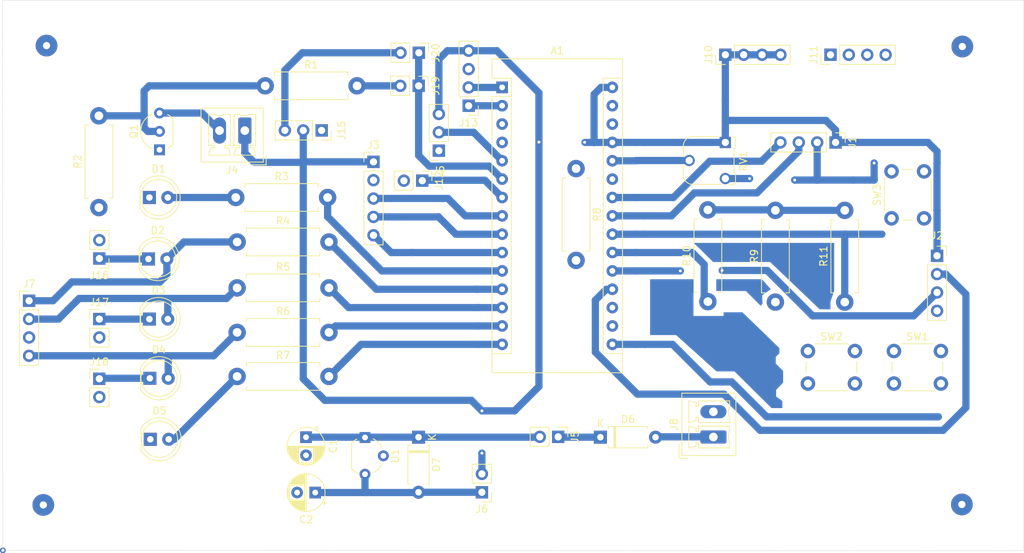
<source format=kicad_pcb>
(kicad_pcb (version 20171130) (host pcbnew 5.1.9-73d0e3b20d~88~ubuntu20.04.1)

  (general
    (thickness 1.6)
    (drawings 7)
    (tracks 218)
    (zones 0)
    (modules 46)
    (nets 48)
  )

  (page A4)
  (layers
    (0 F.Cu signal)
    (31 B.Cu signal)
    (32 B.Adhes user)
    (33 F.Adhes user)
    (34 B.Paste user)
    (35 F.Paste user)
    (36 B.SilkS user)
    (37 F.SilkS user)
    (38 B.Mask user)
    (39 F.Mask user)
    (40 Dwgs.User user)
    (41 Cmts.User user)
    (42 Eco1.User user)
    (43 Eco2.User user)
    (44 Edge.Cuts user)
    (45 Margin user)
    (46 B.CrtYd user)
    (47 F.CrtYd user)
    (48 B.Fab user)
    (49 F.Fab user)
  )

  (setup
    (last_trace_width 0.25)
    (user_trace_width 1)
    (trace_clearance 0.2)
    (zone_clearance 0.508)
    (zone_45_only no)
    (trace_min 0.2)
    (via_size 0.8)
    (via_drill 0.4)
    (via_min_size 0.4)
    (via_min_drill 0.3)
    (uvia_size 0.3)
    (uvia_drill 0.1)
    (uvias_allowed no)
    (uvia_min_size 0.2)
    (uvia_min_drill 0.1)
    (edge_width 0.05)
    (segment_width 0.2)
    (pcb_text_width 0.3)
    (pcb_text_size 1.5 1.5)
    (mod_edge_width 0.12)
    (mod_text_size 1 1)
    (mod_text_width 0.15)
    (pad_size 1.524 1.524)
    (pad_drill 0.762)
    (pad_to_mask_clearance 0.051)
    (solder_mask_min_width 0.25)
    (aux_axis_origin 0 0)
    (visible_elements FFFFFF7F)
    (pcbplotparams
      (layerselection 0x010fc_ffffffff)
      (usegerberextensions false)
      (usegerberattributes false)
      (usegerberadvancedattributes false)
      (creategerberjobfile false)
      (excludeedgelayer true)
      (linewidth 0.100000)
      (plotframeref false)
      (viasonmask false)
      (mode 1)
      (useauxorigin false)
      (hpglpennumber 1)
      (hpglpenspeed 20)
      (hpglpendiameter 15.000000)
      (psnegative false)
      (psa4output false)
      (plotreference true)
      (plotvalue true)
      (plotinvisibletext false)
      (padsonsilk false)
      (subtractmaskfromsilk false)
      (outputformat 1)
      (mirror false)
      (drillshape 1)
      (scaleselection 1)
      (outputdirectory ""))
  )

  (net 0 "")
  (net 1 D13)
  (net 2 D12)
  (net 3 VIN)
  (net 4 D11)
  (net 5 Earth)
  (net 6 D10)
  (net 7 D9)
  (net 8 +5V)
  (net 9 D8)
  (net 10 A7)
  (net 11 D7)
  (net 12 A6)
  (net 13 D6)
  (net 14 A5)
  (net 15 D5)
  (net 16 A4)
  (net 17 D4)
  (net 18 A3)
  (net 19 D3)
  (net 20 A2)
  (net 21 D2)
  (net 22 A1)
  (net 23 A0)
  (net 24 RX)
  (net 25 TX)
  (net 26 "Net-(C1-Pad1)")
  (net 27 "Net-(C2-Pad1)")
  (net 28 "Net-(D1-Pad2)")
  (net 29 "Net-(D2-Pad2)")
  (net 30 "Net-(D2-Pad1)")
  (net 31 "Net-(D3-Pad2)")
  (net 32 "Net-(D3-Pad1)")
  (net 33 "Net-(D4-Pad2)")
  (net 34 "Net-(D4-Pad1)")
  (net 35 "Net-(D5-Pad2)")
  (net 36 "Net-(D6-Pad2)")
  (net 37 "Net-(J4-Pad2)")
  (net 38 "Net-(Q1-Pad2)")
  (net 39 "Net-(J15-Pad3)")
  (net 40 "Net-(J19-Pad2)")
  (net 41 "Net-(A1-Pad28)")
  (net 42 "Net-(A1-Pad3)")
  (net 43 "Net-(A1-Pad18)")
  (net 44 +3V3)
  (net 45 "Net-(SW1-Pad2)")
  (net 46 "Net-(SW2-Pad2)")
  (net 47 "Net-(SW3-Pad2)")

  (net_class Default "Это класс цепей по умолчанию."
    (clearance 0.2)
    (trace_width 0.25)
    (via_dia 0.8)
    (via_drill 0.4)
    (uvia_dia 0.3)
    (uvia_drill 0.1)
    (add_net +3V3)
    (add_net +5V)
    (add_net A0)
    (add_net A1)
    (add_net A2)
    (add_net A3)
    (add_net A4)
    (add_net A5)
    (add_net A6)
    (add_net A7)
    (add_net D10)
    (add_net D11)
    (add_net D12)
    (add_net D13)
    (add_net D2)
    (add_net D3)
    (add_net D4)
    (add_net D5)
    (add_net D6)
    (add_net D7)
    (add_net D8)
    (add_net D9)
    (add_net Earth)
    (add_net "Net-(A1-Pad18)")
    (add_net "Net-(A1-Pad28)")
    (add_net "Net-(A1-Pad3)")
    (add_net "Net-(C1-Pad1)")
    (add_net "Net-(C2-Pad1)")
    (add_net "Net-(D1-Pad2)")
    (add_net "Net-(D2-Pad1)")
    (add_net "Net-(D2-Pad2)")
    (add_net "Net-(D3-Pad1)")
    (add_net "Net-(D3-Pad2)")
    (add_net "Net-(D4-Pad1)")
    (add_net "Net-(D4-Pad2)")
    (add_net "Net-(D5-Pad2)")
    (add_net "Net-(D6-Pad2)")
    (add_net "Net-(J15-Pad3)")
    (add_net "Net-(J19-Pad2)")
    (add_net "Net-(J4-Pad2)")
    (add_net "Net-(Q1-Pad2)")
    (add_net "Net-(SW1-Pad2)")
    (add_net "Net-(SW2-Pad2)")
    (add_net "Net-(SW3-Pad2)")
    (add_net RX)
    (add_net TX)
    (add_net VIN)
  )

  (module Button_Switch_THT:SW_PUSH_6mm (layer F.Cu) (tedit 5A02FE31) (tstamp 5FE9A560)
    (at 122.86488 -45.94606 90)
    (descr https://www.omron.com/ecb/products/pdf/en-b3f.pdf)
    (tags "tact sw push 6mm")
    (path /5FEB77CA)
    (fp_text reference SW3 (at 3.25 -2 90) (layer F.SilkS)
      (effects (font (size 1 1) (thickness 0.15)))
    )
    (fp_text value Button_Switch_THT:SW_PUSH_6mm_H5mm (at 3.75 6.7 90) (layer F.Fab) hide
      (effects (font (size 1 1) (thickness 0.15)))
    )
    (fp_circle (center 3.25 2.25) (end 1.25 2.5) (layer F.Fab) (width 0.1))
    (fp_line (start 6.75 3) (end 6.75 1.5) (layer F.SilkS) (width 0.12))
    (fp_line (start 5.5 -1) (end 1 -1) (layer F.SilkS) (width 0.12))
    (fp_line (start -0.25 1.5) (end -0.25 3) (layer F.SilkS) (width 0.12))
    (fp_line (start 1 5.5) (end 5.5 5.5) (layer F.SilkS) (width 0.12))
    (fp_line (start 8 -1.25) (end 8 5.75) (layer F.CrtYd) (width 0.05))
    (fp_line (start 7.75 6) (end -1.25 6) (layer F.CrtYd) (width 0.05))
    (fp_line (start -1.5 5.75) (end -1.5 -1.25) (layer F.CrtYd) (width 0.05))
    (fp_line (start -1.25 -1.5) (end 7.75 -1.5) (layer F.CrtYd) (width 0.05))
    (fp_line (start -1.5 6) (end -1.25 6) (layer F.CrtYd) (width 0.05))
    (fp_line (start -1.5 5.75) (end -1.5 6) (layer F.CrtYd) (width 0.05))
    (fp_line (start -1.5 -1.5) (end -1.25 -1.5) (layer F.CrtYd) (width 0.05))
    (fp_line (start -1.5 -1.25) (end -1.5 -1.5) (layer F.CrtYd) (width 0.05))
    (fp_line (start 8 -1.5) (end 8 -1.25) (layer F.CrtYd) (width 0.05))
    (fp_line (start 7.75 -1.5) (end 8 -1.5) (layer F.CrtYd) (width 0.05))
    (fp_line (start 8 6) (end 8 5.75) (layer F.CrtYd) (width 0.05))
    (fp_line (start 7.75 6) (end 8 6) (layer F.CrtYd) (width 0.05))
    (fp_line (start 0.25 -0.75) (end 3.25 -0.75) (layer F.Fab) (width 0.1))
    (fp_line (start 0.25 5.25) (end 0.25 -0.75) (layer F.Fab) (width 0.1))
    (fp_line (start 6.25 5.25) (end 0.25 5.25) (layer F.Fab) (width 0.1))
    (fp_line (start 6.25 -0.75) (end 6.25 5.25) (layer F.Fab) (width 0.1))
    (fp_line (start 3.25 -0.75) (end 6.25 -0.75) (layer F.Fab) (width 0.1))
    (fp_text user %R (at 3.25 2.25 90) (layer F.Fab)
      (effects (font (size 1 1) (thickness 0.15)))
    )
    (pad 1 thru_hole circle (at 6.5 0 180) (size 2 2) (drill 1.1) (layers *.Cu *.Mask)
      (net 18 A3))
    (pad 2 thru_hole circle (at 6.5 4.5 180) (size 2 2) (drill 1.1) (layers *.Cu *.Mask)
      (net 47 "Net-(SW3-Pad2)"))
    (pad 1 thru_hole circle (at 0 0 180) (size 2 2) (drill 1.1) (layers *.Cu *.Mask)
      (net 18 A3))
    (pad 2 thru_hole circle (at 0 4.5 180) (size 2 2) (drill 1.1) (layers *.Cu *.Mask)
      (net 47 "Net-(SW3-Pad2)"))
    (model ${KISYS3DMOD}/Button_Switch_THT.3dshapes/SW_PUSH_6mm.wrl
      (at (xyz 0 0 0))
      (scale (xyz 1 1 1))
      (rotate (xyz 0 0 0))
    )
  )

  (module Button_Switch_THT:SW_PUSH_6mm (layer F.Cu) (tedit 5A02FE31) (tstamp 5FE9A541)
    (at 111.30534 -27.58186)
    (descr https://www.omron.com/ecb/products/pdf/en-b3f.pdf)
    (tags "tact sw push 6mm")
    (path /5FEB6DE7)
    (fp_text reference SW2 (at 3.25 -2) (layer F.SilkS)
      (effects (font (size 1 1) (thickness 0.15)))
    )
    (fp_text value Button_Switch_THT:SW_PUSH_6mm_H5mm (at 3.75 6.7) (layer F.Fab) hide
      (effects (font (size 1 1) (thickness 0.15)))
    )
    (fp_circle (center 3.25 2.25) (end 1.25 2.5) (layer F.Fab) (width 0.1))
    (fp_line (start 6.75 3) (end 6.75 1.5) (layer F.SilkS) (width 0.12))
    (fp_line (start 5.5 -1) (end 1 -1) (layer F.SilkS) (width 0.12))
    (fp_line (start -0.25 1.5) (end -0.25 3) (layer F.SilkS) (width 0.12))
    (fp_line (start 1 5.5) (end 5.5 5.5) (layer F.SilkS) (width 0.12))
    (fp_line (start 8 -1.25) (end 8 5.75) (layer F.CrtYd) (width 0.05))
    (fp_line (start 7.75 6) (end -1.25 6) (layer F.CrtYd) (width 0.05))
    (fp_line (start -1.5 5.75) (end -1.5 -1.25) (layer F.CrtYd) (width 0.05))
    (fp_line (start -1.25 -1.5) (end 7.75 -1.5) (layer F.CrtYd) (width 0.05))
    (fp_line (start -1.5 6) (end -1.25 6) (layer F.CrtYd) (width 0.05))
    (fp_line (start -1.5 5.75) (end -1.5 6) (layer F.CrtYd) (width 0.05))
    (fp_line (start -1.5 -1.5) (end -1.25 -1.5) (layer F.CrtYd) (width 0.05))
    (fp_line (start -1.5 -1.25) (end -1.5 -1.5) (layer F.CrtYd) (width 0.05))
    (fp_line (start 8 -1.5) (end 8 -1.25) (layer F.CrtYd) (width 0.05))
    (fp_line (start 7.75 -1.5) (end 8 -1.5) (layer F.CrtYd) (width 0.05))
    (fp_line (start 8 6) (end 8 5.75) (layer F.CrtYd) (width 0.05))
    (fp_line (start 7.75 6) (end 8 6) (layer F.CrtYd) (width 0.05))
    (fp_line (start 0.25 -0.75) (end 3.25 -0.75) (layer F.Fab) (width 0.1))
    (fp_line (start 0.25 5.25) (end 0.25 -0.75) (layer F.Fab) (width 0.1))
    (fp_line (start 6.25 5.25) (end 0.25 5.25) (layer F.Fab) (width 0.1))
    (fp_line (start 6.25 -0.75) (end 6.25 5.25) (layer F.Fab) (width 0.1))
    (fp_line (start 3.25 -0.75) (end 6.25 -0.75) (layer F.Fab) (width 0.1))
    (fp_text user %R (at 3.25 2.25) (layer F.Fab)
      (effects (font (size 1 1) (thickness 0.15)))
    )
    (pad 1 thru_hole circle (at 6.5 0 90) (size 2 2) (drill 1.1) (layers *.Cu *.Mask)
      (net 20 A2))
    (pad 2 thru_hole circle (at 6.5 4.5 90) (size 2 2) (drill 1.1) (layers *.Cu *.Mask)
      (net 46 "Net-(SW2-Pad2)"))
    (pad 1 thru_hole circle (at 0 0 90) (size 2 2) (drill 1.1) (layers *.Cu *.Mask)
      (net 20 A2))
    (pad 2 thru_hole circle (at 0 4.5 90) (size 2 2) (drill 1.1) (layers *.Cu *.Mask)
      (net 46 "Net-(SW2-Pad2)"))
    (model ${KISYS3DMOD}/Button_Switch_THT.3dshapes/SW_PUSH_6mm.wrl
      (at (xyz 0 0 0))
      (scale (xyz 1 1 1))
      (rotate (xyz 0 0 0))
    )
  )

  (module Button_Switch_THT:SW_PUSH_6mm (layer F.Cu) (tedit 5A02FE31) (tstamp 5FE9A730)
    (at 123.19254 -27.58186)
    (descr https://www.omron.com/ecb/products/pdf/en-b3f.pdf)
    (tags "tact sw push 6mm")
    (path /5FEA2232)
    (fp_text reference SW1 (at 3.25 -2) (layer F.SilkS)
      (effects (font (size 1 1) (thickness 0.15)))
    )
    (fp_text value Button_Switch_THT:SW_PUSH_6mm_H5mm (at 3.75 6.7) (layer F.Fab) hide
      (effects (font (size 1 1) (thickness 0.15)))
    )
    (fp_circle (center 3.25 2.25) (end 1.25 2.5) (layer F.Fab) (width 0.1))
    (fp_line (start 6.75 3) (end 6.75 1.5) (layer F.SilkS) (width 0.12))
    (fp_line (start 5.5 -1) (end 1 -1) (layer F.SilkS) (width 0.12))
    (fp_line (start -0.25 1.5) (end -0.25 3) (layer F.SilkS) (width 0.12))
    (fp_line (start 1 5.5) (end 5.5 5.5) (layer F.SilkS) (width 0.12))
    (fp_line (start 8 -1.25) (end 8 5.75) (layer F.CrtYd) (width 0.05))
    (fp_line (start 7.75 6) (end -1.25 6) (layer F.CrtYd) (width 0.05))
    (fp_line (start -1.5 5.75) (end -1.5 -1.25) (layer F.CrtYd) (width 0.05))
    (fp_line (start -1.25 -1.5) (end 7.75 -1.5) (layer F.CrtYd) (width 0.05))
    (fp_line (start -1.5 6) (end -1.25 6) (layer F.CrtYd) (width 0.05))
    (fp_line (start -1.5 5.75) (end -1.5 6) (layer F.CrtYd) (width 0.05))
    (fp_line (start -1.5 -1.5) (end -1.25 -1.5) (layer F.CrtYd) (width 0.05))
    (fp_line (start -1.5 -1.25) (end -1.5 -1.5) (layer F.CrtYd) (width 0.05))
    (fp_line (start 8 -1.5) (end 8 -1.25) (layer F.CrtYd) (width 0.05))
    (fp_line (start 7.75 -1.5) (end 8 -1.5) (layer F.CrtYd) (width 0.05))
    (fp_line (start 8 6) (end 8 5.75) (layer F.CrtYd) (width 0.05))
    (fp_line (start 7.75 6) (end 8 6) (layer F.CrtYd) (width 0.05))
    (fp_line (start 0.25 -0.75) (end 3.25 -0.75) (layer F.Fab) (width 0.1))
    (fp_line (start 0.25 5.25) (end 0.25 -0.75) (layer F.Fab) (width 0.1))
    (fp_line (start 6.25 5.25) (end 0.25 5.25) (layer F.Fab) (width 0.1))
    (fp_line (start 6.25 -0.75) (end 6.25 5.25) (layer F.Fab) (width 0.1))
    (fp_line (start 3.25 -0.75) (end 6.25 -0.75) (layer F.Fab) (width 0.1))
    (fp_text user %R (at 3.25 2.25) (layer F.Fab)
      (effects (font (size 1 1) (thickness 0.15)))
    )
    (pad 1 thru_hole circle (at 6.5 0 90) (size 2 2) (drill 1.1) (layers *.Cu *.Mask)
      (net 1 D13))
    (pad 2 thru_hole circle (at 6.5 4.5 90) (size 2 2) (drill 1.1) (layers *.Cu *.Mask)
      (net 45 "Net-(SW1-Pad2)"))
    (pad 1 thru_hole circle (at 0 0 90) (size 2 2) (drill 1.1) (layers *.Cu *.Mask)
      (net 1 D13))
    (pad 2 thru_hole circle (at 0 4.5 90) (size 2 2) (drill 1.1) (layers *.Cu *.Mask)
      (net 45 "Net-(SW1-Pad2)"))
    (model ${KISYS3DMOD}/Button_Switch_THT.3dshapes/SW_PUSH_6mm.wrl
      (at (xyz 0 0 0))
      (scale (xyz 1 1 1))
      (rotate (xyz 0 0 0))
    )
  )

  (module Connector_PinHeader_2.54mm:PinHeader_1x04_P2.54mm_Vertical (layer F.Cu) (tedit 59FED5CC) (tstamp 5FE899D3)
    (at 64.39408 -61.52134 180)
    (descr "Through hole straight pin header, 1x04, 2.54mm pitch, single row")
    (tags "Through hole pin header THT 1x04 2.54mm single row")
    (path /60046ECC)
    (fp_text reference J13 (at 0 -2.33) (layer F.SilkS)
      (effects (font (size 1 1) (thickness 0.15)))
    )
    (fp_text value Conn_01x04_Female (at 0 9.95) (layer F.Fab) hide
      (effects (font (size 1 1) (thickness 0.15)))
    )
    (fp_line (start 1.8 -1.8) (end -1.8 -1.8) (layer F.CrtYd) (width 0.05))
    (fp_line (start 1.8 9.4) (end 1.8 -1.8) (layer F.CrtYd) (width 0.05))
    (fp_line (start -1.8 9.4) (end 1.8 9.4) (layer F.CrtYd) (width 0.05))
    (fp_line (start -1.8 -1.8) (end -1.8 9.4) (layer F.CrtYd) (width 0.05))
    (fp_line (start -1.33 -1.33) (end 0 -1.33) (layer F.SilkS) (width 0.12))
    (fp_line (start -1.33 0) (end -1.33 -1.33) (layer F.SilkS) (width 0.12))
    (fp_line (start -1.33 1.27) (end 1.33 1.27) (layer F.SilkS) (width 0.12))
    (fp_line (start 1.33 1.27) (end 1.33 8.95) (layer F.SilkS) (width 0.12))
    (fp_line (start -1.33 1.27) (end -1.33 8.95) (layer F.SilkS) (width 0.12))
    (fp_line (start -1.33 8.95) (end 1.33 8.95) (layer F.SilkS) (width 0.12))
    (fp_line (start -1.27 -0.635) (end -0.635 -1.27) (layer F.Fab) (width 0.1))
    (fp_line (start -1.27 8.89) (end -1.27 -0.635) (layer F.Fab) (width 0.1))
    (fp_line (start 1.27 8.89) (end -1.27 8.89) (layer F.Fab) (width 0.1))
    (fp_line (start 1.27 -1.27) (end 1.27 8.89) (layer F.Fab) (width 0.1))
    (fp_line (start -0.635 -1.27) (end 1.27 -1.27) (layer F.Fab) (width 0.1))
    (fp_text user %R (at 0 3.81 90) (layer F.Fab)
      (effects (font (size 1 1) (thickness 0.15)))
    )
    (pad 4 thru_hole oval (at 0 7.62 180) (size 1.7 1.7) (drill 1) (layers *.Cu *.Mask)
      (net 8 +5V))
    (pad 3 thru_hole oval (at 0 5.08 180) (size 1.7 1.7) (drill 1) (layers *.Cu *.Mask)
      (net 5 Earth))
    (pad 2 thru_hole oval (at 0 2.54 180) (size 1.7 1.7) (drill 1) (layers *.Cu *.Mask)
      (net 25 TX))
    (pad 1 thru_hole rect (at 0 0 180) (size 1.7 1.7) (drill 1) (layers *.Cu *.Mask)
      (net 24 RX))
    (model ${KISYS3DMOD}/Connector_PinHeader_2.54mm.3dshapes/PinHeader_1x04_P2.54mm_Vertical.wrl
      (at (xyz 0 0 0))
      (scale (xyz 1 1 1))
      (rotate (xyz 0 0 0))
    )
  )

  (module Connector_PinSocket_2.54mm:PinSocket_1x03_P2.54mm_Vertical (layer F.Cu) (tedit 5A19A429) (tstamp 5FE71291)
    (at 60.28182 -55.3085 180)
    (descr "Through hole straight socket strip, 1x03, 2.54mm pitch, single row (from Kicad 4.0.7), script generated")
    (tags "Through hole socket strip THT 1x03 2.54mm single row")
    (path /5DFDCB65)
    (fp_text reference J9 (at 0 -2.77) (layer F.SilkS)
      (effects (font (size 1 1) (thickness 0.15)))
    )
    (fp_text value Conn_01x03_Female (at 0 7.85) (layer F.Fab) hide
      (effects (font (size 1 1) (thickness 0.15)))
    )
    (fp_line (start -1.27 -1.27) (end 0.635 -1.27) (layer F.Fab) (width 0.1))
    (fp_line (start 0.635 -1.27) (end 1.27 -0.635) (layer F.Fab) (width 0.1))
    (fp_line (start 1.27 -0.635) (end 1.27 6.35) (layer F.Fab) (width 0.1))
    (fp_line (start 1.27 6.35) (end -1.27 6.35) (layer F.Fab) (width 0.1))
    (fp_line (start -1.27 6.35) (end -1.27 -1.27) (layer F.Fab) (width 0.1))
    (fp_line (start -1.33 1.27) (end 1.33 1.27) (layer F.SilkS) (width 0.12))
    (fp_line (start -1.33 1.27) (end -1.33 6.41) (layer F.SilkS) (width 0.12))
    (fp_line (start -1.33 6.41) (end 1.33 6.41) (layer F.SilkS) (width 0.12))
    (fp_line (start 1.33 1.27) (end 1.33 6.41) (layer F.SilkS) (width 0.12))
    (fp_line (start 1.33 -1.33) (end 1.33 0) (layer F.SilkS) (width 0.12))
    (fp_line (start 0 -1.33) (end 1.33 -1.33) (layer F.SilkS) (width 0.12))
    (fp_line (start -1.8 -1.8) (end 1.75 -1.8) (layer F.CrtYd) (width 0.05))
    (fp_line (start 1.75 -1.8) (end 1.75 6.85) (layer F.CrtYd) (width 0.05))
    (fp_line (start 1.75 6.85) (end -1.8 6.85) (layer F.CrtYd) (width 0.05))
    (fp_line (start -1.8 6.85) (end -1.8 -1.8) (layer F.CrtYd) (width 0.05))
    (fp_text user %R (at 0 2.54 90) (layer F.Fab)
      (effects (font (size 1 1) (thickness 0.15)))
    )
    (pad 3 thru_hole oval (at 0 5.08 180) (size 1.7 1.7) (drill 1) (layers *.Cu *.Mask)
      (net 8 +5V))
    (pad 2 thru_hole oval (at 0 2.54 180) (size 1.7 1.7) (drill 1) (layers *.Cu *.Mask)
      (net 21 D2))
    (pad 1 thru_hole rect (at 0 0 180) (size 1.7 1.7) (drill 1) (layers *.Cu *.Mask)
      (net 5 Earth))
    (model ${KISYS3DMOD}/Connector_PinSocket_2.54mm.3dshapes/PinSocket_1x03_P2.54mm_Vertical.wrl
      (at (xyz 0 0 0))
      (scale (xyz 1 1 1))
      (rotate (xyz 0 0 0))
    )
  )

  (module Connector_Phoenix_MC:PhoenixContact_MCV_1,5_2-G-3.5_1x02_P3.50mm_Vertical (layer F.Cu) (tedit 5B784ED0) (tstamp 5FE7013A)
    (at 33.4518 -58.0898 180)
    (descr "Generic Phoenix Contact connector footprint for: MCV_1,5/2-G-3.5; number of pins: 02; pin pitch: 3.50mm; Vertical || order number: 1843606 8A 160V")
    (tags "phoenix_contact connector MCV_01x02_G_3.5mm")
    (path /5DFD5251)
    (fp_text reference J4 (at 1.75 -5.45) (layer F.SilkS)
      (effects (font (size 1 1) (thickness 0.15)))
    )
    (fp_text value Screw_Terminal_01x02 (at 1.75 4.2) (layer F.Fab) hide
      (effects (font (size 1 1) (thickness 0.15)))
    )
    (fp_line (start -2.56 -4.36) (end -2.56 3.11) (layer F.SilkS) (width 0.12))
    (fp_line (start -2.56 3.11) (end 6.06 3.11) (layer F.SilkS) (width 0.12))
    (fp_line (start 6.06 3.11) (end 6.06 -4.36) (layer F.SilkS) (width 0.12))
    (fp_line (start 6.06 -4.36) (end -2.56 -4.36) (layer F.SilkS) (width 0.12))
    (fp_line (start -2.45 -4.25) (end -2.45 3) (layer F.Fab) (width 0.1))
    (fp_line (start -2.45 3) (end 5.95 3) (layer F.Fab) (width 0.1))
    (fp_line (start 5.95 3) (end 5.95 -4.25) (layer F.Fab) (width 0.1))
    (fp_line (start 5.95 -4.25) (end -2.45 -4.25) (layer F.Fab) (width 0.1))
    (fp_line (start -0.75 2.25) (end -1.5 2.25) (layer F.SilkS) (width 0.12))
    (fp_line (start -1.5 2.25) (end -1.5 -2.05) (layer F.SilkS) (width 0.12))
    (fp_line (start -1.5 -2.05) (end -0.75 -2.05) (layer F.SilkS) (width 0.12))
    (fp_line (start -0.75 -2.05) (end -0.75 -2.4) (layer F.SilkS) (width 0.12))
    (fp_line (start -0.75 -2.4) (end -1.25 -2.4) (layer F.SilkS) (width 0.12))
    (fp_line (start -1.25 -2.4) (end -1.5 -3.4) (layer F.SilkS) (width 0.12))
    (fp_line (start -1.5 -3.4) (end 1.5 -3.4) (layer F.SilkS) (width 0.12))
    (fp_line (start 1.5 -3.4) (end 1.25 -2.4) (layer F.SilkS) (width 0.12))
    (fp_line (start 1.25 -2.4) (end 0.75 -2.4) (layer F.SilkS) (width 0.12))
    (fp_line (start 0.75 -2.4) (end 0.75 -2.05) (layer F.SilkS) (width 0.12))
    (fp_line (start 0.75 -2.05) (end 1.5 -2.05) (layer F.SilkS) (width 0.12))
    (fp_line (start 1.5 -2.05) (end 1.5 2.25) (layer F.SilkS) (width 0.12))
    (fp_line (start 1.5 2.25) (end 0.75 2.25) (layer F.SilkS) (width 0.12))
    (fp_line (start 2.75 2.25) (end 2 2.25) (layer F.SilkS) (width 0.12))
    (fp_line (start 2 2.25) (end 2 -2.05) (layer F.SilkS) (width 0.12))
    (fp_line (start 2 -2.05) (end 2.75 -2.05) (layer F.SilkS) (width 0.12))
    (fp_line (start 2.75 -2.05) (end 2.75 -2.4) (layer F.SilkS) (width 0.12))
    (fp_line (start 2.75 -2.4) (end 2.25 -2.4) (layer F.SilkS) (width 0.12))
    (fp_line (start 2.25 -2.4) (end 2 -3.4) (layer F.SilkS) (width 0.12))
    (fp_line (start 2 -3.4) (end 5 -3.4) (layer F.SilkS) (width 0.12))
    (fp_line (start 5 -3.4) (end 4.75 -2.4) (layer F.SilkS) (width 0.12))
    (fp_line (start 4.75 -2.4) (end 4.25 -2.4) (layer F.SilkS) (width 0.12))
    (fp_line (start 4.25 -2.4) (end 4.25 -2.05) (layer F.SilkS) (width 0.12))
    (fp_line (start 4.25 -2.05) (end 5 -2.05) (layer F.SilkS) (width 0.12))
    (fp_line (start 5 -2.05) (end 5 2.25) (layer F.SilkS) (width 0.12))
    (fp_line (start 5 2.25) (end 4.25 2.25) (layer F.SilkS) (width 0.12))
    (fp_line (start -2.95 -4.75) (end -2.95 3.5) (layer F.CrtYd) (width 0.05))
    (fp_line (start -2.95 3.5) (end 6.45 3.5) (layer F.CrtYd) (width 0.05))
    (fp_line (start 6.45 3.5) (end 6.45 -4.75) (layer F.CrtYd) (width 0.05))
    (fp_line (start 6.45 -4.75) (end -2.95 -4.75) (layer F.CrtYd) (width 0.05))
    (fp_line (start -2.95 -3.5) (end -2.95 -4.75) (layer F.SilkS) (width 0.12))
    (fp_line (start -2.95 -4.75) (end -0.95 -4.75) (layer F.SilkS) (width 0.12))
    (fp_line (start -2.95 -3.5) (end -2.95 -4.75) (layer F.Fab) (width 0.1))
    (fp_line (start -2.95 -4.75) (end -0.95 -4.75) (layer F.Fab) (width 0.1))
    (fp_text user %R (at 1.75 -3.55) (layer F.Fab)
      (effects (font (size 1 1) (thickness 0.15)))
    )
    (fp_arc (start 3.5 3.95) (end 2.75 2.25) (angle 47.6) (layer F.SilkS) (width 0.12))
    (fp_arc (start 0 3.95) (end -0.75 2.25) (angle 47.6) (layer F.SilkS) (width 0.12))
    (pad 2 thru_hole oval (at 3.5 0 180) (size 1.8 3.6) (drill 1.2) (layers *.Cu *.Mask)
      (net 37 "Net-(J4-Pad2)"))
    (pad 1 thru_hole roundrect (at 0 0 180) (size 1.8 3.6) (drill 1.2) (layers *.Cu *.Mask) (roundrect_rratio 0.138889)
      (net 8 +5V))
    (model ${KISYS3DMOD}/Connector_Phoenix_MC.3dshapes/PhoenixContact_MCV_1,5_2-G-3.5_1x02_P3.50mm_Vertical.wrl
      (at (xyz 0 0 0))
      (scale (xyz 1 1 1))
      (rotate (xyz 0 0 0))
    )
  )

  (module Connector_PinHeader_2.54mm:PinHeader_1x02_P2.54mm_Vertical (layer F.Cu) (tedit 59FED5CC) (tstamp 5FE80CEC)
    (at 57.51322 -68.8594 270)
    (descr "Through hole straight pin header, 1x02, 2.54mm pitch, single row")
    (tags "Through hole pin header THT 1x02 2.54mm single row")
    (path /5FF97A28)
    (fp_text reference J20 (at 0 -2.33 90) (layer F.SilkS)
      (effects (font (size 1 1) (thickness 0.15)))
    )
    (fp_text value Conn_01x02_Female (at 0 4.87 90) (layer F.Fab) hide
      (effects (font (size 1 1) (thickness 0.15)))
    )
    (fp_line (start -0.635 -1.27) (end 1.27 -1.27) (layer F.Fab) (width 0.1))
    (fp_line (start 1.27 -1.27) (end 1.27 3.81) (layer F.Fab) (width 0.1))
    (fp_line (start 1.27 3.81) (end -1.27 3.81) (layer F.Fab) (width 0.1))
    (fp_line (start -1.27 3.81) (end -1.27 -0.635) (layer F.Fab) (width 0.1))
    (fp_line (start -1.27 -0.635) (end -0.635 -1.27) (layer F.Fab) (width 0.1))
    (fp_line (start -1.33 3.87) (end 1.33 3.87) (layer F.SilkS) (width 0.12))
    (fp_line (start -1.33 1.27) (end -1.33 3.87) (layer F.SilkS) (width 0.12))
    (fp_line (start 1.33 1.27) (end 1.33 3.87) (layer F.SilkS) (width 0.12))
    (fp_line (start -1.33 1.27) (end 1.33 1.27) (layer F.SilkS) (width 0.12))
    (fp_line (start -1.33 0) (end -1.33 -1.33) (layer F.SilkS) (width 0.12))
    (fp_line (start -1.33 -1.33) (end 0 -1.33) (layer F.SilkS) (width 0.12))
    (fp_line (start -1.8 -1.8) (end -1.8 4.35) (layer F.CrtYd) (width 0.05))
    (fp_line (start -1.8 4.35) (end 1.8 4.35) (layer F.CrtYd) (width 0.05))
    (fp_line (start 1.8 4.35) (end 1.8 -1.8) (layer F.CrtYd) (width 0.05))
    (fp_line (start 1.8 -1.8) (end -1.8 -1.8) (layer F.CrtYd) (width 0.05))
    (fp_text user %R (at 0 1.27) (layer F.Fab)
      (effects (font (size 1 1) (thickness 0.15)))
    )
    (pad 2 thru_hole oval (at 0 2.54 270) (size 1.7 1.7) (drill 1) (layers *.Cu *.Mask)
      (net 39 "Net-(J15-Pad3)"))
    (pad 1 thru_hole rect (at 0 0 270) (size 1.7 1.7) (drill 1) (layers *.Cu *.Mask)
      (net 19 D3))
    (model ${KISYS3DMOD}/Connector_PinHeader_2.54mm.3dshapes/PinHeader_1x02_P2.54mm_Vertical.wrl
      (at (xyz 0 0 0))
      (scale (xyz 1 1 1))
      (rotate (xyz 0 0 0))
    )
  )

  (module Connector_PinHeader_2.54mm:PinHeader_1x02_P2.54mm_Vertical (layer F.Cu) (tedit 59FED5CC) (tstamp 5FE80CD6)
    (at 57.48274 -64.28232 270)
    (descr "Through hole straight pin header, 1x02, 2.54mm pitch, single row")
    (tags "Through hole pin header THT 1x02 2.54mm single row")
    (path /5FFB5843)
    (fp_text reference J19 (at 0 -2.33 90) (layer F.SilkS)
      (effects (font (size 1 1) (thickness 0.15)))
    )
    (fp_text value Conn_01x02_Female (at 0 4.87 90) (layer F.Fab) hide
      (effects (font (size 1 1) (thickness 0.15)))
    )
    (fp_line (start -0.635 -1.27) (end 1.27 -1.27) (layer F.Fab) (width 0.1))
    (fp_line (start 1.27 -1.27) (end 1.27 3.81) (layer F.Fab) (width 0.1))
    (fp_line (start 1.27 3.81) (end -1.27 3.81) (layer F.Fab) (width 0.1))
    (fp_line (start -1.27 3.81) (end -1.27 -0.635) (layer F.Fab) (width 0.1))
    (fp_line (start -1.27 -0.635) (end -0.635 -1.27) (layer F.Fab) (width 0.1))
    (fp_line (start -1.33 3.87) (end 1.33 3.87) (layer F.SilkS) (width 0.12))
    (fp_line (start -1.33 1.27) (end -1.33 3.87) (layer F.SilkS) (width 0.12))
    (fp_line (start 1.33 1.27) (end 1.33 3.87) (layer F.SilkS) (width 0.12))
    (fp_line (start -1.33 1.27) (end 1.33 1.27) (layer F.SilkS) (width 0.12))
    (fp_line (start -1.33 0) (end -1.33 -1.33) (layer F.SilkS) (width 0.12))
    (fp_line (start -1.33 -1.33) (end 0 -1.33) (layer F.SilkS) (width 0.12))
    (fp_line (start -1.8 -1.8) (end -1.8 4.35) (layer F.CrtYd) (width 0.05))
    (fp_line (start -1.8 4.35) (end 1.8 4.35) (layer F.CrtYd) (width 0.05))
    (fp_line (start 1.8 4.35) (end 1.8 -1.8) (layer F.CrtYd) (width 0.05))
    (fp_line (start 1.8 -1.8) (end -1.8 -1.8) (layer F.CrtYd) (width 0.05))
    (fp_text user %R (at 0 1.27) (layer F.Fab)
      (effects (font (size 1 1) (thickness 0.15)))
    )
    (pad 2 thru_hole oval (at 0 2.54 270) (size 1.7 1.7) (drill 1) (layers *.Cu *.Mask)
      (net 40 "Net-(J19-Pad2)"))
    (pad 1 thru_hole rect (at 0 0 270) (size 1.7 1.7) (drill 1) (layers *.Cu *.Mask)
      (net 19 D3))
    (model ${KISYS3DMOD}/Connector_PinHeader_2.54mm.3dshapes/PinHeader_1x02_P2.54mm_Vertical.wrl
      (at (xyz 0 0 0))
      (scale (xyz 1 1 1))
      (rotate (xyz 0 0 0))
    )
  )

  (module Connector_PinHeader_2.54mm:PinHeader_1x02_P2.54mm_Vertical (layer F.Cu) (tedit 59FED5CC) (tstamp 5FE73A2F)
    (at 13.335 -32.004)
    (descr "Through hole straight pin header, 1x02, 2.54mm pitch, single row")
    (tags "Through hole pin header THT 1x02 2.54mm single row")
    (path /5FF1ED65)
    (fp_text reference J17 (at 0 -2.33) (layer F.SilkS)
      (effects (font (size 1 1) (thickness 0.15)))
    )
    (fp_text value Conn_01x02_Female (at 0 4.87) (layer F.Fab)
      (effects (font (size 1 1) (thickness 0.15)))
    )
    (fp_line (start 1.8 -1.8) (end -1.8 -1.8) (layer F.CrtYd) (width 0.05))
    (fp_line (start 1.8 4.35) (end 1.8 -1.8) (layer F.CrtYd) (width 0.05))
    (fp_line (start -1.8 4.35) (end 1.8 4.35) (layer F.CrtYd) (width 0.05))
    (fp_line (start -1.8 -1.8) (end -1.8 4.35) (layer F.CrtYd) (width 0.05))
    (fp_line (start -1.33 -1.33) (end 0 -1.33) (layer F.SilkS) (width 0.12))
    (fp_line (start -1.33 0) (end -1.33 -1.33) (layer F.SilkS) (width 0.12))
    (fp_line (start -1.33 1.27) (end 1.33 1.27) (layer F.SilkS) (width 0.12))
    (fp_line (start 1.33 1.27) (end 1.33 3.87) (layer F.SilkS) (width 0.12))
    (fp_line (start -1.33 1.27) (end -1.33 3.87) (layer F.SilkS) (width 0.12))
    (fp_line (start -1.33 3.87) (end 1.33 3.87) (layer F.SilkS) (width 0.12))
    (fp_line (start -1.27 -0.635) (end -0.635 -1.27) (layer F.Fab) (width 0.1))
    (fp_line (start -1.27 3.81) (end -1.27 -0.635) (layer F.Fab) (width 0.1))
    (fp_line (start 1.27 3.81) (end -1.27 3.81) (layer F.Fab) (width 0.1))
    (fp_line (start 1.27 -1.27) (end 1.27 3.81) (layer F.Fab) (width 0.1))
    (fp_line (start -0.635 -1.27) (end 1.27 -1.27) (layer F.Fab) (width 0.1))
    (fp_text user %R (at 0 1.27 180) (layer F.Fab)
      (effects (font (size 1 1) (thickness 0.15)))
    )
    (pad 2 thru_hole oval (at 0 2.54) (size 1.7 1.7) (drill 1) (layers *.Cu *.Mask)
      (net 5 Earth))
    (pad 1 thru_hole rect (at 0 0) (size 1.7 1.7) (drill 1) (layers *.Cu *.Mask)
      (net 32 "Net-(D3-Pad1)"))
    (model ${KISYS3DMOD}/Connector_PinHeader_2.54mm.3dshapes/PinHeader_1x02_P2.54mm_Vertical.wrl
      (at (xyz 0 0 0))
      (scale (xyz 1 1 1))
      (rotate (xyz 0 0 0))
    )
  )

  (module Connector_PinHeader_2.54mm:PinHeader_1x02_P2.54mm_Vertical (layer F.Cu) (tedit 59FED5CC) (tstamp 5FE7350D)
    (at 13.335 -40.386 180)
    (descr "Through hole straight pin header, 1x02, 2.54mm pitch, single row")
    (tags "Through hole pin header THT 1x02 2.54mm single row")
    (path /5FF1D977)
    (fp_text reference J16 (at 0 -2.33) (layer F.SilkS)
      (effects (font (size 1 1) (thickness 0.15)))
    )
    (fp_text value Conn_01x02_Female (at 0 4.87) (layer F.Fab)
      (effects (font (size 1 1) (thickness 0.15)))
    )
    (fp_line (start 1.8 -1.8) (end -1.8 -1.8) (layer F.CrtYd) (width 0.05))
    (fp_line (start 1.8 4.35) (end 1.8 -1.8) (layer F.CrtYd) (width 0.05))
    (fp_line (start -1.8 4.35) (end 1.8 4.35) (layer F.CrtYd) (width 0.05))
    (fp_line (start -1.8 -1.8) (end -1.8 4.35) (layer F.CrtYd) (width 0.05))
    (fp_line (start -1.33 -1.33) (end 0 -1.33) (layer F.SilkS) (width 0.12))
    (fp_line (start -1.33 0) (end -1.33 -1.33) (layer F.SilkS) (width 0.12))
    (fp_line (start -1.33 1.27) (end 1.33 1.27) (layer F.SilkS) (width 0.12))
    (fp_line (start 1.33 1.27) (end 1.33 3.87) (layer F.SilkS) (width 0.12))
    (fp_line (start -1.33 1.27) (end -1.33 3.87) (layer F.SilkS) (width 0.12))
    (fp_line (start -1.33 3.87) (end 1.33 3.87) (layer F.SilkS) (width 0.12))
    (fp_line (start -1.27 -0.635) (end -0.635 -1.27) (layer F.Fab) (width 0.1))
    (fp_line (start -1.27 3.81) (end -1.27 -0.635) (layer F.Fab) (width 0.1))
    (fp_line (start 1.27 3.81) (end -1.27 3.81) (layer F.Fab) (width 0.1))
    (fp_line (start 1.27 -1.27) (end 1.27 3.81) (layer F.Fab) (width 0.1))
    (fp_line (start -0.635 -1.27) (end 1.27 -1.27) (layer F.Fab) (width 0.1))
    (fp_text user %R (at 0 1.27) (layer F.Fab)
      (effects (font (size 1 1) (thickness 0.15)))
    )
    (pad 2 thru_hole oval (at 0 2.54 180) (size 1.7 1.7) (drill 1) (layers *.Cu *.Mask)
      (net 5 Earth))
    (pad 1 thru_hole rect (at 0 0 180) (size 1.7 1.7) (drill 1) (layers *.Cu *.Mask)
      (net 30 "Net-(D2-Pad1)"))
    (model ${KISYS3DMOD}/Connector_PinHeader_2.54mm.3dshapes/PinHeader_1x02_P2.54mm_Vertical.wrl
      (at (xyz 0 0 0))
      (scale (xyz 1 1 1))
      (rotate (xyz 0 0 0))
    )
  )

  (module Connector_PinSocket_2.54mm:PinSocket_1x03_P2.54mm_Vertical (layer F.Cu) (tedit 5A19A429) (tstamp 5FE734F7)
    (at 44.069 -58.1152 270)
    (descr "Through hole straight socket strip, 1x03, 2.54mm pitch, single row (from Kicad 4.0.7), script generated")
    (tags "Through hole socket strip THT 1x03 2.54mm single row")
    (path /5FEDFE09)
    (fp_text reference J15 (at 0 -2.77 90) (layer F.SilkS)
      (effects (font (size 1 1) (thickness 0.15)))
    )
    (fp_text value Conn_01x03_Female (at 0 7.85 90) (layer F.Fab) hide
      (effects (font (size 1 1) (thickness 0.15)))
    )
    (fp_line (start -1.8 6.85) (end -1.8 -1.8) (layer F.CrtYd) (width 0.05))
    (fp_line (start 1.75 6.85) (end -1.8 6.85) (layer F.CrtYd) (width 0.05))
    (fp_line (start 1.75 -1.8) (end 1.75 6.85) (layer F.CrtYd) (width 0.05))
    (fp_line (start -1.8 -1.8) (end 1.75 -1.8) (layer F.CrtYd) (width 0.05))
    (fp_line (start 0 -1.33) (end 1.33 -1.33) (layer F.SilkS) (width 0.12))
    (fp_line (start 1.33 -1.33) (end 1.33 0) (layer F.SilkS) (width 0.12))
    (fp_line (start 1.33 1.27) (end 1.33 6.41) (layer F.SilkS) (width 0.12))
    (fp_line (start -1.33 6.41) (end 1.33 6.41) (layer F.SilkS) (width 0.12))
    (fp_line (start -1.33 1.27) (end -1.33 6.41) (layer F.SilkS) (width 0.12))
    (fp_line (start -1.33 1.27) (end 1.33 1.27) (layer F.SilkS) (width 0.12))
    (fp_line (start -1.27 6.35) (end -1.27 -1.27) (layer F.Fab) (width 0.1))
    (fp_line (start 1.27 6.35) (end -1.27 6.35) (layer F.Fab) (width 0.1))
    (fp_line (start 1.27 -0.635) (end 1.27 6.35) (layer F.Fab) (width 0.1))
    (fp_line (start 0.635 -1.27) (end 1.27 -0.635) (layer F.Fab) (width 0.1))
    (fp_line (start -1.27 -1.27) (end 0.635 -1.27) (layer F.Fab) (width 0.1))
    (fp_text user %R (at 0 2.54) (layer F.Fab)
      (effects (font (size 1 1) (thickness 0.15)))
    )
    (pad 3 thru_hole oval (at 0 5.08 270) (size 1.7 1.7) (drill 1) (layers *.Cu *.Mask)
      (net 39 "Net-(J15-Pad3)"))
    (pad 2 thru_hole oval (at 0 2.54 270) (size 1.7 1.7) (drill 1) (layers *.Cu *.Mask)
      (net 8 +5V))
    (pad 1 thru_hole rect (at 0 0 270) (size 1.7 1.7) (drill 1) (layers *.Cu *.Mask)
      (net 5 Earth))
    (model ${KISYS3DMOD}/Connector_PinSocket_2.54mm.3dshapes/PinSocket_1x03_P2.54mm_Vertical.wrl
      (at (xyz 0 0 0))
      (scale (xyz 1 1 1))
      (rotate (xyz 0 0 0))
    )
  )

  (module Connector_PinHeader_2.54mm:PinHeader_1x02_P2.54mm_Vertical (layer F.Cu) (tedit 59FED5CC) (tstamp 5FE73539)
    (at 13.335 -23.749)
    (descr "Through hole straight pin header, 1x02, 2.54mm pitch, single row")
    (tags "Through hole pin header THT 1x02 2.54mm single row")
    (path /5FF1EF7F)
    (fp_text reference J18 (at 0 -2.33) (layer F.SilkS)
      (effects (font (size 1 1) (thickness 0.15)))
    )
    (fp_text value Conn_01x02_Female (at 0 4.87) (layer F.Fab)
      (effects (font (size 1 1) (thickness 0.15)))
    )
    (fp_line (start 1.8 -1.8) (end -1.8 -1.8) (layer F.CrtYd) (width 0.05))
    (fp_line (start 1.8 4.35) (end 1.8 -1.8) (layer F.CrtYd) (width 0.05))
    (fp_line (start -1.8 4.35) (end 1.8 4.35) (layer F.CrtYd) (width 0.05))
    (fp_line (start -1.8 -1.8) (end -1.8 4.35) (layer F.CrtYd) (width 0.05))
    (fp_line (start -1.33 -1.33) (end 0 -1.33) (layer F.SilkS) (width 0.12))
    (fp_line (start -1.33 0) (end -1.33 -1.33) (layer F.SilkS) (width 0.12))
    (fp_line (start -1.33 1.27) (end 1.33 1.27) (layer F.SilkS) (width 0.12))
    (fp_line (start 1.33 1.27) (end 1.33 3.87) (layer F.SilkS) (width 0.12))
    (fp_line (start -1.33 1.27) (end -1.33 3.87) (layer F.SilkS) (width 0.12))
    (fp_line (start -1.33 3.87) (end 1.33 3.87) (layer F.SilkS) (width 0.12))
    (fp_line (start -1.27 -0.635) (end -0.635 -1.27) (layer F.Fab) (width 0.1))
    (fp_line (start -1.27 3.81) (end -1.27 -0.635) (layer F.Fab) (width 0.1))
    (fp_line (start 1.27 3.81) (end -1.27 3.81) (layer F.Fab) (width 0.1))
    (fp_line (start 1.27 -1.27) (end 1.27 3.81) (layer F.Fab) (width 0.1))
    (fp_line (start -0.635 -1.27) (end 1.27 -1.27) (layer F.Fab) (width 0.1))
    (fp_text user %R (at 0 1.27 90) (layer F.Fab)
      (effects (font (size 1 1) (thickness 0.15)))
    )
    (pad 2 thru_hole oval (at 0 2.54) (size 1.7 1.7) (drill 1) (layers *.Cu *.Mask)
      (net 5 Earth))
    (pad 1 thru_hole rect (at 0 0) (size 1.7 1.7) (drill 1) (layers *.Cu *.Mask)
      (net 34 "Net-(D4-Pad1)"))
    (model ${KISYS3DMOD}/Connector_PinHeader_2.54mm.3dshapes/PinHeader_1x02_P2.54mm_Vertical.wrl
      (at (xyz 0 0 0))
      (scale (xyz 1 1 1))
      (rotate (xyz 0 0 0))
    )
  )

  (module Package_TO_SOT_THT:TO-92_Wide (layer F.Cu) (tedit 5A2795B7) (tstamp 5FE70B71)
    (at 50.0634 -15.621 270)
    (descr "TO-92 leads molded, wide, drill 0.75mm (see NXP sot054_po.pdf)")
    (tags "to-92 sc-43 sc-43a sot54 PA33 transistor")
    (path /5DFE3BB2)
    (fp_text reference U1 (at 2.55 -4.19 90) (layer F.SilkS)
      (effects (font (size 1 1) (thickness 0.15)))
    )
    (fp_text value LM78M05_TO220 (at 2.54 2.79 90) (layer F.Fab)
      (effects (font (size 1 1) (thickness 0.15)))
    )
    (fp_line (start 0.74 1.85) (end 4.34 1.85) (layer F.SilkS) (width 0.12))
    (fp_line (start 0.8 1.75) (end 4.3 1.75) (layer F.Fab) (width 0.1))
    (fp_line (start -1.01 -3.55) (end 6.09 -3.55) (layer F.CrtYd) (width 0.05))
    (fp_line (start -1.01 -3.55) (end -1.01 2.01) (layer F.CrtYd) (width 0.05))
    (fp_line (start 6.09 2.01) (end 6.09 -3.55) (layer F.CrtYd) (width 0.05))
    (fp_line (start 6.09 2.01) (end -1.01 2.01) (layer F.CrtYd) (width 0.05))
    (fp_arc (start 2.54 0) (end 4.34 1.85) (angle -20) (layer F.SilkS) (width 0.12))
    (fp_arc (start 2.54 0) (end 2.54 -2.48) (angle -135) (layer F.Fab) (width 0.1))
    (fp_arc (start 2.54 0) (end 2.54 -2.48) (angle 135) (layer F.Fab) (width 0.1))
    (fp_arc (start 2.54 0) (end 3.65 -2.35) (angle 39.71668247) (layer F.SilkS) (width 0.12))
    (fp_arc (start 2.54 0) (end 1.4 -2.35) (angle -39.12170074) (layer F.SilkS) (width 0.12))
    (fp_arc (start 2.54 0) (end 0.74 1.85) (angle 20) (layer F.SilkS) (width 0.12))
    (fp_text user %R (at 2.54 0 90) (layer F.Fab)
      (effects (font (size 1 1) (thickness 0.15)))
    )
    (pad 1 thru_hole rect (at 0 0) (size 1.5 1.5) (drill 0.8) (layers *.Cu *.Mask)
      (net 26 "Net-(C1-Pad1)"))
    (pad 3 thru_hole circle (at 5.08 0) (size 1.5 1.5) (drill 0.8) (layers *.Cu *.Mask)
      (net 27 "Net-(C2-Pad1)"))
    (pad 2 thru_hole circle (at 2.54 -2.54) (size 1.5 1.5) (drill 0.8) (layers *.Cu *.Mask)
      (net 5 Earth))
    (model ${KISYS3DMOD}/Package_TO_SOT_THT.3dshapes/TO-92_Wide.wrl
      (at (xyz 0 0 0))
      (scale (xyz 1 1 1))
      (rotate (xyz 0 0 0))
    )
  )

  (module Resistor_THT:R_Axial_DIN0411_L9.9mm_D3.6mm_P12.70mm_Horizontal (layer F.Cu) (tedit 5AE5139B) (tstamp 5FE7102A)
    (at 32.385 -24.0665)
    (descr "Resistor, Axial_DIN0411 series, Axial, Horizontal, pin pitch=12.7mm, 1W, length*diameter=9.9*3.6mm^2")
    (tags "Resistor Axial_DIN0411 series Axial Horizontal pin pitch 12.7mm 1W length 9.9mm diameter 3.6mm")
    (path /5E0319D2)
    (fp_text reference R7 (at 6.35 -2.92) (layer F.SilkS)
      (effects (font (size 1 1) (thickness 0.15)))
    )
    (fp_text value 100 (at 6.35 2.92) (layer F.Fab)
      (effects (font (size 1 1) (thickness 0.15)))
    )
    (fp_line (start 1.4 -1.8) (end 1.4 1.8) (layer F.Fab) (width 0.1))
    (fp_line (start 1.4 1.8) (end 11.3 1.8) (layer F.Fab) (width 0.1))
    (fp_line (start 11.3 1.8) (end 11.3 -1.8) (layer F.Fab) (width 0.1))
    (fp_line (start 11.3 -1.8) (end 1.4 -1.8) (layer F.Fab) (width 0.1))
    (fp_line (start 0 0) (end 1.4 0) (layer F.Fab) (width 0.1))
    (fp_line (start 12.7 0) (end 11.3 0) (layer F.Fab) (width 0.1))
    (fp_line (start 1.28 -1.44) (end 1.28 -1.92) (layer F.SilkS) (width 0.12))
    (fp_line (start 1.28 -1.92) (end 11.42 -1.92) (layer F.SilkS) (width 0.12))
    (fp_line (start 11.42 -1.92) (end 11.42 -1.44) (layer F.SilkS) (width 0.12))
    (fp_line (start 1.28 1.44) (end 1.28 1.92) (layer F.SilkS) (width 0.12))
    (fp_line (start 1.28 1.92) (end 11.42 1.92) (layer F.SilkS) (width 0.12))
    (fp_line (start 11.42 1.92) (end 11.42 1.44) (layer F.SilkS) (width 0.12))
    (fp_line (start -1.45 -2.05) (end -1.45 2.05) (layer F.CrtYd) (width 0.05))
    (fp_line (start -1.45 2.05) (end 14.15 2.05) (layer F.CrtYd) (width 0.05))
    (fp_line (start 14.15 2.05) (end 14.15 -2.05) (layer F.CrtYd) (width 0.05))
    (fp_line (start 14.15 -2.05) (end -1.45 -2.05) (layer F.CrtYd) (width 0.05))
    (fp_text user %R (at 6.35 0) (layer F.Fab)
      (effects (font (size 1 1) (thickness 0.15)))
    )
    (pad 2 thru_hole oval (at 12.7 0) (size 2.4 2.4) (drill 1.2) (layers *.Cu *.Mask)
      (net 2 D12))
    (pad 1 thru_hole circle (at 0 0) (size 2.4 2.4) (drill 1.2) (layers *.Cu *.Mask)
      (net 35 "Net-(D5-Pad2)"))
    (model ${KISYS3DMOD}/Resistor_THT.3dshapes/R_Axial_DIN0411_L9.9mm_D3.6mm_P12.70mm_Horizontal.wrl
      (at (xyz 0 0 0))
      (scale (xyz 1 1 1))
      (rotate (xyz 0 0 0))
    )
  )

  (module Connector_PinSocket_2.54mm:PinSocket_1x04_P2.54mm_Vertical (layer F.Cu) (tedit 5A19A429) (tstamp 5FE7124D)
    (at 129.159 -40.767)
    (descr "Through hole straight socket strip, 1x04, 2.54mm pitch, single row (from Kicad 4.0.7), script generated")
    (tags "Through hole socket strip THT 1x04 2.54mm single row")
    (path /5DFD83FF)
    (fp_text reference J2 (at 0 -2.77) (layer F.SilkS)
      (effects (font (size 1 1) (thickness 0.15)))
    )
    (fp_text value Conn_01x04_Female (at 0 10.39) (layer F.Fab) hide
      (effects (font (size 1 1) (thickness 0.15)))
    )
    (fp_line (start -1.27 -1.27) (end 0.635 -1.27) (layer F.Fab) (width 0.1))
    (fp_line (start 0.635 -1.27) (end 1.27 -0.635) (layer F.Fab) (width 0.1))
    (fp_line (start 1.27 -0.635) (end 1.27 8.89) (layer F.Fab) (width 0.1))
    (fp_line (start 1.27 8.89) (end -1.27 8.89) (layer F.Fab) (width 0.1))
    (fp_line (start -1.27 8.89) (end -1.27 -1.27) (layer F.Fab) (width 0.1))
    (fp_line (start -1.33 1.27) (end 1.33 1.27) (layer F.SilkS) (width 0.12))
    (fp_line (start -1.33 1.27) (end -1.33 8.95) (layer F.SilkS) (width 0.12))
    (fp_line (start -1.33 8.95) (end 1.33 8.95) (layer F.SilkS) (width 0.12))
    (fp_line (start 1.33 1.27) (end 1.33 8.95) (layer F.SilkS) (width 0.12))
    (fp_line (start 1.33 -1.33) (end 1.33 0) (layer F.SilkS) (width 0.12))
    (fp_line (start 0 -1.33) (end 1.33 -1.33) (layer F.SilkS) (width 0.12))
    (fp_line (start -1.8 -1.8) (end 1.75 -1.8) (layer F.CrtYd) (width 0.05))
    (fp_line (start 1.75 -1.8) (end 1.75 9.4) (layer F.CrtYd) (width 0.05))
    (fp_line (start 1.75 9.4) (end -1.8 9.4) (layer F.CrtYd) (width 0.05))
    (fp_line (start -1.8 9.4) (end -1.8 -1.8) (layer F.CrtYd) (width 0.05))
    (fp_text user %R (at 0 3.81 90) (layer F.Fab)
      (effects (font (size 1 1) (thickness 0.15)))
    )
    (pad 4 thru_hole oval (at 0 7.62) (size 1.7 1.7) (drill 1) (layers *.Cu *.Mask)
      (net 5 Earth))
    (pad 3 thru_hole oval (at 0 5.08) (size 1.7 1.7) (drill 1) (layers *.Cu *.Mask)
      (net 22 A1))
    (pad 2 thru_hole oval (at 0 2.54) (size 1.7 1.7) (drill 1) (layers *.Cu *.Mask)
      (net 23 A0))
    (pad 1 thru_hole rect (at 0 0) (size 1.7 1.7) (drill 1) (layers *.Cu *.Mask)
      (net 8 +5V))
    (model ${KISYS3DMOD}/Connector_PinSocket_2.54mm.3dshapes/PinSocket_1x04_P2.54mm_Vertical.wrl
      (at (xyz 0 0 0))
      (scale (xyz 1 1 1))
      (rotate (xyz 0 0 0))
    )
  )

  (module Potentiometer_THT:Potentiometer_Runtron_RM-065_Vertical (layer F.Cu) (tedit 5BF6754C) (tstamp 5FE70AE8)
    (at 99.8855 -56.4515 270)
    (descr "Potentiometer, vertical, Trimmer, RM-065 http://www.runtron.com/down/PDF%20Datasheet/Carbon%20Film%20Potentiometer/RM065%20RM063.pdf")
    (tags "Potentiometer Trimmer RM-065")
    (path /5E03950B)
    (fp_text reference RV1 (at 2.6 -2.5 90) (layer F.SilkS)
      (effects (font (size 1 1) (thickness 0.15)))
    )
    (fp_text value 1K (at 2.6 7.4 90) (layer F.Fab)
      (effects (font (size 1 1) (thickness 0.15)))
    )
    (fp_line (start 5.81 -1.21) (end 5.81 -0.52) (layer F.SilkS) (width 0.12))
    (fp_line (start 5.71 -1.21) (end 5.81 -1.21) (layer F.SilkS) (width 0.12))
    (fp_line (start -0.81 -1.21) (end -0.81 -0.96) (layer F.SilkS) (width 0.12))
    (fp_line (start -0.71 -1.21) (end -0.81 -1.21) (layer F.SilkS) (width 0.12))
    (fp_line (start -0.71 -1.41) (end -0.71 -1.21) (layer F.SilkS) (width 0.12))
    (fp_line (start 0.71 -1.21) (end 0.71 -1.41) (layer F.SilkS) (width 0.12))
    (fp_circle (center 2.5 2.5) (end 5.5 2.5) (layer F.Fab) (width 0.1))
    (fp_line (start -1.03 -1.55) (end 6.03 -1.55) (layer F.CrtYd) (width 0.05))
    (fp_line (start -1.03 -1.55) (end -1.03 6.05) (layer F.CrtYd) (width 0.05))
    (fp_line (start 6.03 6.05) (end 6.03 -1.55) (layer F.CrtYd) (width 0.05))
    (fp_line (start 6.05 6.03) (end -1.05 6.03) (layer F.CrtYd) (width 0.05))
    (fp_line (start 5.7 -1.1) (end -0.7 -1.1) (layer F.Fab) (width 0.1))
    (fp_line (start 4.4 -1.3) (end 4.4 -1.1) (layer F.Fab) (width 0.1))
    (fp_line (start 5.6 -1.3) (end 4.41 -1.3) (layer F.Fab) (width 0.1))
    (fp_line (start 5.6 -1.1) (end 5.6 -1.3) (layer F.Fab) (width 0.1))
    (fp_line (start 0.6 -1.3) (end 0.6 -1.1) (layer F.Fab) (width 0.1))
    (fp_line (start -0.6 -1.3) (end 0.6 -1.3) (layer F.Fab) (width 0.1))
    (fp_line (start -0.6 -1.1) (end -0.6 -1.3) (layer F.Fab) (width 0.1))
    (fp_line (start -0.7 4.5) (end -0.7 -1.1) (layer F.Fab) (width 0.1))
    (fp_line (start 5.7 4.5) (end 5.7 -1.1) (layer F.Fab) (width 0.1))
    (fp_line (start 0.5 5.7) (end 4.5 5.7) (layer F.Fab) (width 0.1))
    (fp_line (start 4.5 5.81) (end 3.01 5.81) (layer F.SilkS) (width 0.12))
    (fp_line (start 5.81 0.52) (end 5.81 4.5) (layer F.SilkS) (width 0.12))
    (fp_line (start -0.81 4.5) (end -0.81 0.96) (layer F.SilkS) (width 0.12))
    (fp_line (start 1.99 5.81) (end 0.5 5.81) (layer F.SilkS) (width 0.12))
    (fp_line (start 5.71 -1.41) (end 5.71 -1.21) (layer F.SilkS) (width 0.12))
    (fp_line (start 4.29 -1.41) (end 5.71 -1.41) (layer F.SilkS) (width 0.12))
    (fp_line (start 4.29 -1.21) (end 4.29 -1.41) (layer F.SilkS) (width 0.12))
    (fp_line (start 0.71 -1.21) (end 4.29 -1.21) (layer F.SilkS) (width 0.12))
    (fp_line (start -0.71 -1.41) (end 0.71 -1.41) (layer F.SilkS) (width 0.12))
    (fp_text user %R (at 2.5 2.5 90) (layer F.Fab)
      (effects (font (size 1 1) (thickness 0.15)))
    )
    (fp_arc (start 4.5 4.5) (end 4.5 5.7) (angle -90) (layer F.Fab) (width 0.1))
    (fp_arc (start 0.5 4.5) (end -0.7 4.5) (angle -90) (layer F.Fab) (width 0.1))
    (fp_arc (start 0.5 4.5) (end -0.81 4.5) (angle -90) (layer F.SilkS) (width 0.12))
    (fp_arc (start 4.5 4.5) (end 4.5 5.81) (angle -90) (layer F.SilkS) (width 0.12))
    (pad 2 thru_hole circle (at 2.5 5 270) (size 1.55 1.55) (drill 1) (layers *.Cu *.Mask)
      (net 10 A7))
    (pad 1 thru_hole rect (at 0 0 270) (size 1.55 1.55) (drill 1) (layers *.Cu *.Mask)
      (net 8 +5V))
    (pad 3 thru_hole circle (at 5 0 270) (size 1.55 1.55) (drill 1) (layers *.Cu *.Mask)
      (net 5 Earth))
    (model ${KISYS3DMOD}/Potentiometer_THT.3dshapes/Potentiometer_Runtron_RM-065_Vertical.wrl
      (at (xyz 0 0 0))
      (scale (xyz 1 1 1))
      (rotate (xyz 0 0 0))
    )
  )

  (module Resistor_THT:R_Axial_DIN0411_L9.9mm_D3.6mm_P12.70mm_Horizontal (layer F.Cu) (tedit 5AE5139B) (tstamp 5FE7120A)
    (at 116.3955 -34.3535 90)
    (descr "Resistor, Axial_DIN0411 series, Axial, Horizontal, pin pitch=12.7mm, 1W, length*diameter=9.9*3.6mm^2")
    (tags "Resistor Axial_DIN0411 series Axial Horizontal pin pitch 12.7mm 1W length 9.9mm diameter 3.6mm")
    (path /5E00F777)
    (fp_text reference R11 (at 6.35 -2.92 90) (layer F.SilkS)
      (effects (font (size 1 1) (thickness 0.15)))
    )
    (fp_text value 10K (at 6.35 2.92 90) (layer F.Fab)
      (effects (font (size 1 1) (thickness 0.15)))
    )
    (fp_line (start 1.4 -1.8) (end 1.4 1.8) (layer F.Fab) (width 0.1))
    (fp_line (start 1.4 1.8) (end 11.3 1.8) (layer F.Fab) (width 0.1))
    (fp_line (start 11.3 1.8) (end 11.3 -1.8) (layer F.Fab) (width 0.1))
    (fp_line (start 11.3 -1.8) (end 1.4 -1.8) (layer F.Fab) (width 0.1))
    (fp_line (start 0 0) (end 1.4 0) (layer F.Fab) (width 0.1))
    (fp_line (start 12.7 0) (end 11.3 0) (layer F.Fab) (width 0.1))
    (fp_line (start 1.28 -1.44) (end 1.28 -1.92) (layer F.SilkS) (width 0.12))
    (fp_line (start 1.28 -1.92) (end 11.42 -1.92) (layer F.SilkS) (width 0.12))
    (fp_line (start 11.42 -1.92) (end 11.42 -1.44) (layer F.SilkS) (width 0.12))
    (fp_line (start 1.28 1.44) (end 1.28 1.92) (layer F.SilkS) (width 0.12))
    (fp_line (start 1.28 1.92) (end 11.42 1.92) (layer F.SilkS) (width 0.12))
    (fp_line (start 11.42 1.92) (end 11.42 1.44) (layer F.SilkS) (width 0.12))
    (fp_line (start -1.45 -2.05) (end -1.45 2.05) (layer F.CrtYd) (width 0.05))
    (fp_line (start -1.45 2.05) (end 14.15 2.05) (layer F.CrtYd) (width 0.05))
    (fp_line (start 14.15 2.05) (end 14.15 -2.05) (layer F.CrtYd) (width 0.05))
    (fp_line (start 14.15 -2.05) (end -1.45 -2.05) (layer F.CrtYd) (width 0.05))
    (fp_text user %R (at 6.35 0 90) (layer F.Fab)
      (effects (font (size 1 1) (thickness 0.15)))
    )
    (pad 2 thru_hole oval (at 12.7 0 90) (size 2.4 2.4) (drill 1.2) (layers *.Cu *.Mask)
      (net 5 Earth))
    (pad 1 thru_hole circle (at 0 0 90) (size 2.4 2.4) (drill 1.2) (layers *.Cu *.Mask)
      (net 18 A3))
    (model ${KISYS3DMOD}/Resistor_THT.3dshapes/R_Axial_DIN0411_L9.9mm_D3.6mm_P12.70mm_Horizontal.wrl
      (at (xyz 0 0 0))
      (scale (xyz 1 1 1))
      (rotate (xyz 0 0 0))
    )
  )

  (module Resistor_THT:R_Axial_DIN0411_L9.9mm_D3.6mm_P12.70mm_Horizontal (layer F.Cu) (tedit 5AE5139B) (tstamp 5FE703C7)
    (at 97.4725 -34.417 90)
    (descr "Resistor, Axial_DIN0411 series, Axial, Horizontal, pin pitch=12.7mm, 1W, length*diameter=9.9*3.6mm^2")
    (tags "Resistor Axial_DIN0411 series Axial Horizontal pin pitch 12.7mm 1W length 9.9mm diameter 3.6mm")
    (path /5E00FB9A)
    (fp_text reference R10 (at 6.35 -2.92 90) (layer F.SilkS)
      (effects (font (size 1 1) (thickness 0.15)))
    )
    (fp_text value 10K (at 6.35 2.92 90) (layer F.Fab)
      (effects (font (size 1 1) (thickness 0.15)))
    )
    (fp_line (start 1.4 -1.8) (end 1.4 1.8) (layer F.Fab) (width 0.1))
    (fp_line (start 1.4 1.8) (end 11.3 1.8) (layer F.Fab) (width 0.1))
    (fp_line (start 11.3 1.8) (end 11.3 -1.8) (layer F.Fab) (width 0.1))
    (fp_line (start 11.3 -1.8) (end 1.4 -1.8) (layer F.Fab) (width 0.1))
    (fp_line (start 0 0) (end 1.4 0) (layer F.Fab) (width 0.1))
    (fp_line (start 12.7 0) (end 11.3 0) (layer F.Fab) (width 0.1))
    (fp_line (start 1.28 -1.44) (end 1.28 -1.92) (layer F.SilkS) (width 0.12))
    (fp_line (start 1.28 -1.92) (end 11.42 -1.92) (layer F.SilkS) (width 0.12))
    (fp_line (start 11.42 -1.92) (end 11.42 -1.44) (layer F.SilkS) (width 0.12))
    (fp_line (start 1.28 1.44) (end 1.28 1.92) (layer F.SilkS) (width 0.12))
    (fp_line (start 1.28 1.92) (end 11.42 1.92) (layer F.SilkS) (width 0.12))
    (fp_line (start 11.42 1.92) (end 11.42 1.44) (layer F.SilkS) (width 0.12))
    (fp_line (start -1.45 -2.05) (end -1.45 2.05) (layer F.CrtYd) (width 0.05))
    (fp_line (start -1.45 2.05) (end 14.15 2.05) (layer F.CrtYd) (width 0.05))
    (fp_line (start 14.15 2.05) (end 14.15 -2.05) (layer F.CrtYd) (width 0.05))
    (fp_line (start 14.15 -2.05) (end -1.45 -2.05) (layer F.CrtYd) (width 0.05))
    (fp_text user %R (at 6.35 0 90) (layer F.Fab)
      (effects (font (size 1 1) (thickness 0.15)))
    )
    (pad 2 thru_hole oval (at 12.7 0 90) (size 2.4 2.4) (drill 1.2) (layers *.Cu *.Mask)
      (net 5 Earth))
    (pad 1 thru_hole circle (at 0 0 90) (size 2.4 2.4) (drill 1.2) (layers *.Cu *.Mask)
      (net 20 A2))
    (model ${KISYS3DMOD}/Resistor_THT.3dshapes/R_Axial_DIN0411_L9.9mm_D3.6mm_P12.70mm_Horizontal.wrl
      (at (xyz 0 0 0))
      (scale (xyz 1 1 1))
      (rotate (xyz 0 0 0))
    )
  )

  (module Resistor_THT:R_Axial_DIN0411_L9.9mm_D3.6mm_P12.70mm_Horizontal (layer F.Cu) (tedit 5AE5139B) (tstamp 5FE709DC)
    (at 106.807 -34.3535 90)
    (descr "Resistor, Axial_DIN0411 series, Axial, Horizontal, pin pitch=12.7mm, 1W, length*diameter=9.9*3.6mm^2")
    (tags "Resistor Axial_DIN0411 series Axial Horizontal pin pitch 12.7mm 1W length 9.9mm diameter 3.6mm")
    (path /5E00FEED)
    (fp_text reference R9 (at 6.35 -2.92 90) (layer F.SilkS)
      (effects (font (size 1 1) (thickness 0.15)))
    )
    (fp_text value 10K (at 6.35 2.92 90) (layer F.Fab)
      (effects (font (size 1 1) (thickness 0.15)))
    )
    (fp_line (start 1.4 -1.8) (end 1.4 1.8) (layer F.Fab) (width 0.1))
    (fp_line (start 1.4 1.8) (end 11.3 1.8) (layer F.Fab) (width 0.1))
    (fp_line (start 11.3 1.8) (end 11.3 -1.8) (layer F.Fab) (width 0.1))
    (fp_line (start 11.3 -1.8) (end 1.4 -1.8) (layer F.Fab) (width 0.1))
    (fp_line (start 0 0) (end 1.4 0) (layer F.Fab) (width 0.1))
    (fp_line (start 12.7 0) (end 11.3 0) (layer F.Fab) (width 0.1))
    (fp_line (start 1.28 -1.44) (end 1.28 -1.92) (layer F.SilkS) (width 0.12))
    (fp_line (start 1.28 -1.92) (end 11.42 -1.92) (layer F.SilkS) (width 0.12))
    (fp_line (start 11.42 -1.92) (end 11.42 -1.44) (layer F.SilkS) (width 0.12))
    (fp_line (start 1.28 1.44) (end 1.28 1.92) (layer F.SilkS) (width 0.12))
    (fp_line (start 1.28 1.92) (end 11.42 1.92) (layer F.SilkS) (width 0.12))
    (fp_line (start 11.42 1.92) (end 11.42 1.44) (layer F.SilkS) (width 0.12))
    (fp_line (start -1.45 -2.05) (end -1.45 2.05) (layer F.CrtYd) (width 0.05))
    (fp_line (start -1.45 2.05) (end 14.15 2.05) (layer F.CrtYd) (width 0.05))
    (fp_line (start 14.15 2.05) (end 14.15 -2.05) (layer F.CrtYd) (width 0.05))
    (fp_line (start 14.15 -2.05) (end -1.45 -2.05) (layer F.CrtYd) (width 0.05))
    (fp_text user %R (at 6.35 0 90) (layer F.Fab)
      (effects (font (size 1 1) (thickness 0.15)))
    )
    (pad 2 thru_hole oval (at 12.7 0 90) (size 2.4 2.4) (drill 1.2) (layers *.Cu *.Mask)
      (net 5 Earth))
    (pad 1 thru_hole circle (at 0 0 90) (size 2.4 2.4) (drill 1.2) (layers *.Cu *.Mask)
      (net 1 D13))
    (model ${KISYS3DMOD}/Resistor_THT.3dshapes/R_Axial_DIN0411_L9.9mm_D3.6mm_P12.70mm_Horizontal.wrl
      (at (xyz 0 0 0))
      (scale (xyz 1 1 1))
      (rotate (xyz 0 0 0))
    )
  )

  (module Resistor_THT:R_Axial_DIN0411_L9.9mm_D3.6mm_P12.70mm_Horizontal (layer F.Cu) (tedit 5AE5139B) (tstamp 5FE702F8)
    (at 79.248 -52.832 270)
    (descr "Resistor, Axial_DIN0411 series, Axial, Horizontal, pin pitch=12.7mm, 1W, length*diameter=9.9*3.6mm^2")
    (tags "Resistor Axial_DIN0411 series Axial Horizontal pin pitch 12.7mm 1W length 9.9mm diameter 3.6mm")
    (path /5DFDE4CA)
    (fp_text reference R8 (at 6.35 -2.92 90) (layer F.SilkS)
      (effects (font (size 1 1) (thickness 0.15)))
    )
    (fp_text value 4.7K (at 6.35 2.92 90) (layer F.Fab)
      (effects (font (size 1 1) (thickness 0.15)))
    )
    (fp_line (start 1.4 -1.8) (end 1.4 1.8) (layer F.Fab) (width 0.1))
    (fp_line (start 1.4 1.8) (end 11.3 1.8) (layer F.Fab) (width 0.1))
    (fp_line (start 11.3 1.8) (end 11.3 -1.8) (layer F.Fab) (width 0.1))
    (fp_line (start 11.3 -1.8) (end 1.4 -1.8) (layer F.Fab) (width 0.1))
    (fp_line (start 0 0) (end 1.4 0) (layer F.Fab) (width 0.1))
    (fp_line (start 12.7 0) (end 11.3 0) (layer F.Fab) (width 0.1))
    (fp_line (start 1.28 -1.44) (end 1.28 -1.92) (layer F.SilkS) (width 0.12))
    (fp_line (start 1.28 -1.92) (end 11.42 -1.92) (layer F.SilkS) (width 0.12))
    (fp_line (start 11.42 -1.92) (end 11.42 -1.44) (layer F.SilkS) (width 0.12))
    (fp_line (start 1.28 1.44) (end 1.28 1.92) (layer F.SilkS) (width 0.12))
    (fp_line (start 1.28 1.92) (end 11.42 1.92) (layer F.SilkS) (width 0.12))
    (fp_line (start 11.42 1.92) (end 11.42 1.44) (layer F.SilkS) (width 0.12))
    (fp_line (start -1.45 -2.05) (end -1.45 2.05) (layer F.CrtYd) (width 0.05))
    (fp_line (start -1.45 2.05) (end 14.15 2.05) (layer F.CrtYd) (width 0.05))
    (fp_line (start 14.15 2.05) (end 14.15 -2.05) (layer F.CrtYd) (width 0.05))
    (fp_line (start 14.15 -2.05) (end -1.45 -2.05) (layer F.CrtYd) (width 0.05))
    (fp_text user %R (at 6.35 0 90) (layer F.Fab)
      (effects (font (size 1 1) (thickness 0.15)))
    )
    (pad 2 thru_hole oval (at 12.7 0 270) (size 2.4 2.4) (drill 1.2) (layers *.Cu *.Mask)
      (net 21 D2))
    (pad 1 thru_hole circle (at 0 0 270) (size 2.4 2.4) (drill 1.2) (layers *.Cu *.Mask)
      (net 8 +5V))
    (model ${KISYS3DMOD}/Resistor_THT.3dshapes/R_Axial_DIN0411_L9.9mm_D3.6mm_P12.70mm_Horizontal.wrl
      (at (xyz 0 0 0))
      (scale (xyz 1 1 1))
      (rotate (xyz 0 0 0))
    )
  )

  (module Resistor_THT:R_Axial_DIN0411_L9.9mm_D3.6mm_P12.70mm_Horizontal (layer F.Cu) (tedit 5AE5139B) (tstamp 5FE700DC)
    (at 32.385 -30.1625)
    (descr "Resistor, Axial_DIN0411 series, Axial, Horizontal, pin pitch=12.7mm, 1W, length*diameter=9.9*3.6mm^2")
    (tags "Resistor Axial_DIN0411 series Axial Horizontal pin pitch 12.7mm 1W length 9.9mm diameter 3.6mm")
    (path /5E031279)
    (fp_text reference R6 (at 6.35 -2.92) (layer F.SilkS)
      (effects (font (size 1 1) (thickness 0.15)))
    )
    (fp_text value 100 (at 6.35 2.92) (layer F.Fab)
      (effects (font (size 1 1) (thickness 0.15)))
    )
    (fp_line (start 1.4 -1.8) (end 1.4 1.8) (layer F.Fab) (width 0.1))
    (fp_line (start 1.4 1.8) (end 11.3 1.8) (layer F.Fab) (width 0.1))
    (fp_line (start 11.3 1.8) (end 11.3 -1.8) (layer F.Fab) (width 0.1))
    (fp_line (start 11.3 -1.8) (end 1.4 -1.8) (layer F.Fab) (width 0.1))
    (fp_line (start 0 0) (end 1.4 0) (layer F.Fab) (width 0.1))
    (fp_line (start 12.7 0) (end 11.3 0) (layer F.Fab) (width 0.1))
    (fp_line (start 1.28 -1.44) (end 1.28 -1.92) (layer F.SilkS) (width 0.12))
    (fp_line (start 1.28 -1.92) (end 11.42 -1.92) (layer F.SilkS) (width 0.12))
    (fp_line (start 11.42 -1.92) (end 11.42 -1.44) (layer F.SilkS) (width 0.12))
    (fp_line (start 1.28 1.44) (end 1.28 1.92) (layer F.SilkS) (width 0.12))
    (fp_line (start 1.28 1.92) (end 11.42 1.92) (layer F.SilkS) (width 0.12))
    (fp_line (start 11.42 1.92) (end 11.42 1.44) (layer F.SilkS) (width 0.12))
    (fp_line (start -1.45 -2.05) (end -1.45 2.05) (layer F.CrtYd) (width 0.05))
    (fp_line (start -1.45 2.05) (end 14.15 2.05) (layer F.CrtYd) (width 0.05))
    (fp_line (start 14.15 2.05) (end 14.15 -2.05) (layer F.CrtYd) (width 0.05))
    (fp_line (start 14.15 -2.05) (end -1.45 -2.05) (layer F.CrtYd) (width 0.05))
    (fp_text user %R (at 6.35 0) (layer F.Fab)
      (effects (font (size 1 1) (thickness 0.15)))
    )
    (pad 2 thru_hole oval (at 12.7 0) (size 2.4 2.4) (drill 1.2) (layers *.Cu *.Mask)
      (net 4 D11))
    (pad 1 thru_hole circle (at 0 0) (size 2.4 2.4) (drill 1.2) (layers *.Cu *.Mask)
      (net 33 "Net-(D4-Pad2)"))
    (model ${KISYS3DMOD}/Resistor_THT.3dshapes/R_Axial_DIN0411_L9.9mm_D3.6mm_P12.70mm_Horizontal.wrl
      (at (xyz 0 0 0))
      (scale (xyz 1 1 1))
      (rotate (xyz 0 0 0))
    )
  )

  (module Resistor_THT:R_Axial_DIN0411_L9.9mm_D3.6mm_P12.70mm_Horizontal (layer F.Cu) (tedit 5AE5139B) (tstamp 5FE70271)
    (at 32.385 -36.322)
    (descr "Resistor, Axial_DIN0411 series, Axial, Horizontal, pin pitch=12.7mm, 1W, length*diameter=9.9*3.6mm^2")
    (tags "Resistor Axial_DIN0411 series Axial Horizontal pin pitch 12.7mm 1W length 9.9mm diameter 3.6mm")
    (path /5E030E0A)
    (fp_text reference R5 (at 6.35 -2.92) (layer F.SilkS)
      (effects (font (size 1 1) (thickness 0.15)))
    )
    (fp_text value 100 (at 6.35 2.92) (layer F.Fab)
      (effects (font (size 1 1) (thickness 0.15)))
    )
    (fp_line (start 1.4 -1.8) (end 1.4 1.8) (layer F.Fab) (width 0.1))
    (fp_line (start 1.4 1.8) (end 11.3 1.8) (layer F.Fab) (width 0.1))
    (fp_line (start 11.3 1.8) (end 11.3 -1.8) (layer F.Fab) (width 0.1))
    (fp_line (start 11.3 -1.8) (end 1.4 -1.8) (layer F.Fab) (width 0.1))
    (fp_line (start 0 0) (end 1.4 0) (layer F.Fab) (width 0.1))
    (fp_line (start 12.7 0) (end 11.3 0) (layer F.Fab) (width 0.1))
    (fp_line (start 1.28 -1.44) (end 1.28 -1.92) (layer F.SilkS) (width 0.12))
    (fp_line (start 1.28 -1.92) (end 11.42 -1.92) (layer F.SilkS) (width 0.12))
    (fp_line (start 11.42 -1.92) (end 11.42 -1.44) (layer F.SilkS) (width 0.12))
    (fp_line (start 1.28 1.44) (end 1.28 1.92) (layer F.SilkS) (width 0.12))
    (fp_line (start 1.28 1.92) (end 11.42 1.92) (layer F.SilkS) (width 0.12))
    (fp_line (start 11.42 1.92) (end 11.42 1.44) (layer F.SilkS) (width 0.12))
    (fp_line (start -1.45 -2.05) (end -1.45 2.05) (layer F.CrtYd) (width 0.05))
    (fp_line (start -1.45 2.05) (end 14.15 2.05) (layer F.CrtYd) (width 0.05))
    (fp_line (start 14.15 2.05) (end 14.15 -2.05) (layer F.CrtYd) (width 0.05))
    (fp_line (start 14.15 -2.05) (end -1.45 -2.05) (layer F.CrtYd) (width 0.05))
    (fp_text user %R (at 6.35 0) (layer F.Fab)
      (effects (font (size 1 1) (thickness 0.15)))
    )
    (pad 2 thru_hole oval (at 12.7 0) (size 2.4 2.4) (drill 1.2) (layers *.Cu *.Mask)
      (net 6 D10))
    (pad 1 thru_hole circle (at 0 0) (size 2.4 2.4) (drill 1.2) (layers *.Cu *.Mask)
      (net 31 "Net-(D3-Pad2)"))
    (model ${KISYS3DMOD}/Resistor_THT.3dshapes/R_Axial_DIN0411_L9.9mm_D3.6mm_P12.70mm_Horizontal.wrl
      (at (xyz 0 0 0))
      (scale (xyz 1 1 1))
      (rotate (xyz 0 0 0))
    )
  )

  (module Resistor_THT:R_Axial_DIN0411_L9.9mm_D3.6mm_P12.70mm_Horizontal (layer F.Cu) (tedit 5AE5139B) (tstamp 5FE70EB6)
    (at 32.385 -42.672)
    (descr "Resistor, Axial_DIN0411 series, Axial, Horizontal, pin pitch=12.7mm, 1W, length*diameter=9.9*3.6mm^2")
    (tags "Resistor Axial_DIN0411 series Axial Horizontal pin pitch 12.7mm 1W length 9.9mm diameter 3.6mm")
    (path /5E0309A4)
    (fp_text reference R4 (at 6.35 -2.92) (layer F.SilkS)
      (effects (font (size 1 1) (thickness 0.15)))
    )
    (fp_text value 100 (at 6.35 2.92) (layer F.Fab)
      (effects (font (size 1 1) (thickness 0.15)))
    )
    (fp_line (start 1.4 -1.8) (end 1.4 1.8) (layer F.Fab) (width 0.1))
    (fp_line (start 1.4 1.8) (end 11.3 1.8) (layer F.Fab) (width 0.1))
    (fp_line (start 11.3 1.8) (end 11.3 -1.8) (layer F.Fab) (width 0.1))
    (fp_line (start 11.3 -1.8) (end 1.4 -1.8) (layer F.Fab) (width 0.1))
    (fp_line (start 0 0) (end 1.4 0) (layer F.Fab) (width 0.1))
    (fp_line (start 12.7 0) (end 11.3 0) (layer F.Fab) (width 0.1))
    (fp_line (start 1.28 -1.44) (end 1.28 -1.92) (layer F.SilkS) (width 0.12))
    (fp_line (start 1.28 -1.92) (end 11.42 -1.92) (layer F.SilkS) (width 0.12))
    (fp_line (start 11.42 -1.92) (end 11.42 -1.44) (layer F.SilkS) (width 0.12))
    (fp_line (start 1.28 1.44) (end 1.28 1.92) (layer F.SilkS) (width 0.12))
    (fp_line (start 1.28 1.92) (end 11.42 1.92) (layer F.SilkS) (width 0.12))
    (fp_line (start 11.42 1.92) (end 11.42 1.44) (layer F.SilkS) (width 0.12))
    (fp_line (start -1.45 -2.05) (end -1.45 2.05) (layer F.CrtYd) (width 0.05))
    (fp_line (start -1.45 2.05) (end 14.15 2.05) (layer F.CrtYd) (width 0.05))
    (fp_line (start 14.15 2.05) (end 14.15 -2.05) (layer F.CrtYd) (width 0.05))
    (fp_line (start 14.15 -2.05) (end -1.45 -2.05) (layer F.CrtYd) (width 0.05))
    (fp_text user %R (at 6.35 0) (layer F.Fab)
      (effects (font (size 1 1) (thickness 0.15)))
    )
    (pad 2 thru_hole oval (at 12.7 0) (size 2.4 2.4) (drill 1.2) (layers *.Cu *.Mask)
      (net 7 D9))
    (pad 1 thru_hole circle (at 0 0) (size 2.4 2.4) (drill 1.2) (layers *.Cu *.Mask)
      (net 29 "Net-(D2-Pad2)"))
    (model ${KISYS3DMOD}/Resistor_THT.3dshapes/R_Axial_DIN0411_L9.9mm_D3.6mm_P12.70mm_Horizontal.wrl
      (at (xyz 0 0 0))
      (scale (xyz 1 1 1))
      (rotate (xyz 0 0 0))
    )
  )

  (module Resistor_THT:R_Axial_DIN0411_L9.9mm_D3.6mm_P12.70mm_Horizontal (layer F.Cu) (tedit 5AE5139B) (tstamp 5FE7080E)
    (at 32.1945 -48.8315)
    (descr "Resistor, Axial_DIN0411 series, Axial, Horizontal, pin pitch=12.7mm, 1W, length*diameter=9.9*3.6mm^2")
    (tags "Resistor Axial_DIN0411 series Axial Horizontal pin pitch 12.7mm 1W length 9.9mm diameter 3.6mm")
    (path /5E02FA65)
    (fp_text reference R3 (at 6.35 -2.92) (layer F.SilkS)
      (effects (font (size 1 1) (thickness 0.15)))
    )
    (fp_text value 100 (at 6.35 2.92) (layer F.Fab)
      (effects (font (size 1 1) (thickness 0.15)))
    )
    (fp_line (start 1.4 -1.8) (end 1.4 1.8) (layer F.Fab) (width 0.1))
    (fp_line (start 1.4 1.8) (end 11.3 1.8) (layer F.Fab) (width 0.1))
    (fp_line (start 11.3 1.8) (end 11.3 -1.8) (layer F.Fab) (width 0.1))
    (fp_line (start 11.3 -1.8) (end 1.4 -1.8) (layer F.Fab) (width 0.1))
    (fp_line (start 0 0) (end 1.4 0) (layer F.Fab) (width 0.1))
    (fp_line (start 12.7 0) (end 11.3 0) (layer F.Fab) (width 0.1))
    (fp_line (start 1.28 -1.44) (end 1.28 -1.92) (layer F.SilkS) (width 0.12))
    (fp_line (start 1.28 -1.92) (end 11.42 -1.92) (layer F.SilkS) (width 0.12))
    (fp_line (start 11.42 -1.92) (end 11.42 -1.44) (layer F.SilkS) (width 0.12))
    (fp_line (start 1.28 1.44) (end 1.28 1.92) (layer F.SilkS) (width 0.12))
    (fp_line (start 1.28 1.92) (end 11.42 1.92) (layer F.SilkS) (width 0.12))
    (fp_line (start 11.42 1.92) (end 11.42 1.44) (layer F.SilkS) (width 0.12))
    (fp_line (start -1.45 -2.05) (end -1.45 2.05) (layer F.CrtYd) (width 0.05))
    (fp_line (start -1.45 2.05) (end 14.15 2.05) (layer F.CrtYd) (width 0.05))
    (fp_line (start 14.15 2.05) (end 14.15 -2.05) (layer F.CrtYd) (width 0.05))
    (fp_line (start 14.15 -2.05) (end -1.45 -2.05) (layer F.CrtYd) (width 0.05))
    (fp_text user %R (at 6.35 0) (layer F.Fab)
      (effects (font (size 1 1) (thickness 0.15)))
    )
    (pad 2 thru_hole oval (at 12.7 0) (size 2.4 2.4) (drill 1.2) (layers *.Cu *.Mask)
      (net 9 D8))
    (pad 1 thru_hole circle (at 0 0) (size 2.4 2.4) (drill 1.2) (layers *.Cu *.Mask)
      (net 28 "Net-(D1-Pad2)"))
    (model ${KISYS3DMOD}/Resistor_THT.3dshapes/R_Axial_DIN0411_L9.9mm_D3.6mm_P12.70mm_Horizontal.wrl
      (at (xyz 0 0 0))
      (scale (xyz 1 1 1))
      (rotate (xyz 0 0 0))
    )
  )

  (module Resistor_THT:R_Axial_DIN0411_L9.9mm_D3.6mm_P12.70mm_Horizontal (layer F.Cu) (tedit 5AE5139B) (tstamp 5FE704D2)
    (at 13.2715 -47.4345 90)
    (descr "Resistor, Axial_DIN0411 series, Axial, Horizontal, pin pitch=12.7mm, 1W, length*diameter=9.9*3.6mm^2")
    (tags "Resistor Axial_DIN0411 series Axial Horizontal pin pitch 12.7mm 1W length 9.9mm diameter 3.6mm")
    (path /5DFCDE6D)
    (fp_text reference R2 (at 6.35 -2.92 90) (layer F.SilkS)
      (effects (font (size 1 1) (thickness 0.15)))
    )
    (fp_text value 1K (at 6.35 2.92 90) (layer F.Fab)
      (effects (font (size 1 1) (thickness 0.15)))
    )
    (fp_line (start 1.4 -1.8) (end 1.4 1.8) (layer F.Fab) (width 0.1))
    (fp_line (start 1.4 1.8) (end 11.3 1.8) (layer F.Fab) (width 0.1))
    (fp_line (start 11.3 1.8) (end 11.3 -1.8) (layer F.Fab) (width 0.1))
    (fp_line (start 11.3 -1.8) (end 1.4 -1.8) (layer F.Fab) (width 0.1))
    (fp_line (start 0 0) (end 1.4 0) (layer F.Fab) (width 0.1))
    (fp_line (start 12.7 0) (end 11.3 0) (layer F.Fab) (width 0.1))
    (fp_line (start 1.28 -1.44) (end 1.28 -1.92) (layer F.SilkS) (width 0.12))
    (fp_line (start 1.28 -1.92) (end 11.42 -1.92) (layer F.SilkS) (width 0.12))
    (fp_line (start 11.42 -1.92) (end 11.42 -1.44) (layer F.SilkS) (width 0.12))
    (fp_line (start 1.28 1.44) (end 1.28 1.92) (layer F.SilkS) (width 0.12))
    (fp_line (start 1.28 1.92) (end 11.42 1.92) (layer F.SilkS) (width 0.12))
    (fp_line (start 11.42 1.92) (end 11.42 1.44) (layer F.SilkS) (width 0.12))
    (fp_line (start -1.45 -2.05) (end -1.45 2.05) (layer F.CrtYd) (width 0.05))
    (fp_line (start -1.45 2.05) (end 14.15 2.05) (layer F.CrtYd) (width 0.05))
    (fp_line (start 14.15 2.05) (end 14.15 -2.05) (layer F.CrtYd) (width 0.05))
    (fp_line (start 14.15 -2.05) (end -1.45 -2.05) (layer F.CrtYd) (width 0.05))
    (fp_text user %R (at 6.35 0 90) (layer F.Fab)
      (effects (font (size 1 1) (thickness 0.15)))
    )
    (pad 2 thru_hole oval (at 12.7 0 90) (size 2.4 2.4) (drill 1.2) (layers *.Cu *.Mask)
      (net 38 "Net-(Q1-Pad2)"))
    (pad 1 thru_hole circle (at 0 0 90) (size 2.4 2.4) (drill 1.2) (layers *.Cu *.Mask)
      (net 5 Earth))
    (model ${KISYS3DMOD}/Resistor_THT.3dshapes/R_Axial_DIN0411_L9.9mm_D3.6mm_P12.70mm_Horizontal.wrl
      (at (xyz 0 0 0))
      (scale (xyz 1 1 1))
      (rotate (xyz 0 0 0))
    )
  )

  (module Resistor_THT:R_Axial_DIN0411_L9.9mm_D3.6mm_P12.70mm_Horizontal (layer F.Cu) (tedit 5AE5139B) (tstamp 5FE70385)
    (at 36.2712 -64.28232)
    (descr "Resistor, Axial_DIN0411 series, Axial, Horizontal, pin pitch=12.7mm, 1W, length*diameter=9.9*3.6mm^2")
    (tags "Resistor Axial_DIN0411 series Axial Horizontal pin pitch 12.7mm 1W length 9.9mm diameter 3.6mm")
    (path /5DFCDAF5)
    (fp_text reference R1 (at 6.35 -2.92) (layer F.SilkS)
      (effects (font (size 1 1) (thickness 0.15)))
    )
    (fp_text value 100 (at 6.35 2.92) (layer F.Fab)
      (effects (font (size 1 1) (thickness 0.15)))
    )
    (fp_line (start 1.4 -1.8) (end 1.4 1.8) (layer F.Fab) (width 0.1))
    (fp_line (start 1.4 1.8) (end 11.3 1.8) (layer F.Fab) (width 0.1))
    (fp_line (start 11.3 1.8) (end 11.3 -1.8) (layer F.Fab) (width 0.1))
    (fp_line (start 11.3 -1.8) (end 1.4 -1.8) (layer F.Fab) (width 0.1))
    (fp_line (start 0 0) (end 1.4 0) (layer F.Fab) (width 0.1))
    (fp_line (start 12.7 0) (end 11.3 0) (layer F.Fab) (width 0.1))
    (fp_line (start 1.28 -1.44) (end 1.28 -1.92) (layer F.SilkS) (width 0.12))
    (fp_line (start 1.28 -1.92) (end 11.42 -1.92) (layer F.SilkS) (width 0.12))
    (fp_line (start 11.42 -1.92) (end 11.42 -1.44) (layer F.SilkS) (width 0.12))
    (fp_line (start 1.28 1.44) (end 1.28 1.92) (layer F.SilkS) (width 0.12))
    (fp_line (start 1.28 1.92) (end 11.42 1.92) (layer F.SilkS) (width 0.12))
    (fp_line (start 11.42 1.92) (end 11.42 1.44) (layer F.SilkS) (width 0.12))
    (fp_line (start -1.45 -2.05) (end -1.45 2.05) (layer F.CrtYd) (width 0.05))
    (fp_line (start -1.45 2.05) (end 14.15 2.05) (layer F.CrtYd) (width 0.05))
    (fp_line (start 14.15 2.05) (end 14.15 -2.05) (layer F.CrtYd) (width 0.05))
    (fp_line (start 14.15 -2.05) (end -1.45 -2.05) (layer F.CrtYd) (width 0.05))
    (fp_text user %R (at 6.35 0) (layer F.Fab)
      (effects (font (size 1 1) (thickness 0.15)))
    )
    (pad 2 thru_hole oval (at 12.7 0) (size 2.4 2.4) (drill 1.2) (layers *.Cu *.Mask)
      (net 40 "Net-(J19-Pad2)"))
    (pad 1 thru_hole circle (at 0 0) (size 2.4 2.4) (drill 1.2) (layers *.Cu *.Mask)
      (net 38 "Net-(Q1-Pad2)"))
    (model ${KISYS3DMOD}/Resistor_THT.3dshapes/R_Axial_DIN0411_L9.9mm_D3.6mm_P12.70mm_Horizontal.wrl
      (at (xyz 0 0 0))
      (scale (xyz 1 1 1))
      (rotate (xyz 0 0 0))
    )
  )

  (module Package_TO_SOT_THT:TO-92_Inline_Wide (layer F.Cu) (tedit 5A02FF81) (tstamp 5FE70A54)
    (at 21.6535 -55.4355 90)
    (descr "TO-92 leads in-line, wide, drill 0.75mm (see NXP sot054_po.pdf)")
    (tags "to-92 sc-43 sc-43a sot54 PA33 transistor")
    (path /5DFCD34A)
    (fp_text reference Q1 (at 2.54 -3.56 90) (layer F.SilkS)
      (effects (font (size 1 1) (thickness 0.15)))
    )
    (fp_text value PN2222A (at 2.54 2.79 90) (layer F.Fab)
      (effects (font (size 1 1) (thickness 0.15)))
    )
    (fp_line (start 0.74 1.85) (end 4.34 1.85) (layer F.SilkS) (width 0.12))
    (fp_line (start 0.8 1.75) (end 4.3 1.75) (layer F.Fab) (width 0.1))
    (fp_line (start -1.01 -2.73) (end 6.09 -2.73) (layer F.CrtYd) (width 0.05))
    (fp_line (start -1.01 -2.73) (end -1.01 2.01) (layer F.CrtYd) (width 0.05))
    (fp_line (start 6.09 2.01) (end 6.09 -2.73) (layer F.CrtYd) (width 0.05))
    (fp_line (start 6.09 2.01) (end -1.01 2.01) (layer F.CrtYd) (width 0.05))
    (fp_arc (start 2.54 0) (end 4.34 1.85) (angle -20) (layer F.SilkS) (width 0.12))
    (fp_arc (start 2.54 0) (end 2.54 -2.48) (angle -135) (layer F.Fab) (width 0.1))
    (fp_arc (start 2.54 0) (end 2.54 -2.48) (angle 135) (layer F.Fab) (width 0.1))
    (fp_arc (start 2.54 0) (end 2.54 -2.6) (angle 65) (layer F.SilkS) (width 0.12))
    (fp_arc (start 2.54 0) (end 2.54 -2.6) (angle -65) (layer F.SilkS) (width 0.12))
    (fp_arc (start 2.54 0) (end 0.74 1.85) (angle 20) (layer F.SilkS) (width 0.12))
    (fp_text user %R (at 2.54 -3.56 90) (layer F.Fab)
      (effects (font (size 1 1) (thickness 0.15)))
    )
    (pad 1 thru_hole rect (at 0 0 180) (size 1.5 1.5) (drill 0.8) (layers *.Cu *.Mask)
      (net 5 Earth))
    (pad 3 thru_hole circle (at 5.08 0 180) (size 1.5 1.5) (drill 0.8) (layers *.Cu *.Mask)
      (net 37 "Net-(J4-Pad2)"))
    (pad 2 thru_hole circle (at 2.54 0 180) (size 1.5 1.5) (drill 0.8) (layers *.Cu *.Mask)
      (net 38 "Net-(Q1-Pad2)"))
    (model ${KISYS3DMOD}/Package_TO_SOT_THT.3dshapes/TO-92_Inline_Wide.wrl
      (at (xyz 0 0 0))
      (scale (xyz 1 1 1))
      (rotate (xyz 0 0 0))
    )
  )

  (module Connector_PinHeader_2.54mm:PinHeader_1x02_P2.54mm_Vertical (layer F.Cu) (tedit 59FED5CC) (tstamp 5FE70F06)
    (at 57.98312 -51.1556 270)
    (descr "Through hole straight pin header, 1x02, 2.54mm pitch, single row")
    (tags "Through hole pin header THT 1x02 2.54mm single row")
    (path /5E0214E6)
    (fp_text reference J12 (at 0 -2.33 90) (layer F.SilkS)
      (effects (font (size 1 1) (thickness 0.15)))
    )
    (fp_text value Conn_01x02_Female (at 0 4.87 90) (layer F.Fab) hide
      (effects (font (size 1 1) (thickness 0.15)))
    )
    (fp_line (start -0.635 -1.27) (end 1.27 -1.27) (layer F.Fab) (width 0.1))
    (fp_line (start 1.27 -1.27) (end 1.27 3.81) (layer F.Fab) (width 0.1))
    (fp_line (start 1.27 3.81) (end -1.27 3.81) (layer F.Fab) (width 0.1))
    (fp_line (start -1.27 3.81) (end -1.27 -0.635) (layer F.Fab) (width 0.1))
    (fp_line (start -1.27 -0.635) (end -0.635 -1.27) (layer F.Fab) (width 0.1))
    (fp_line (start -1.33 3.87) (end 1.33 3.87) (layer F.SilkS) (width 0.12))
    (fp_line (start -1.33 1.27) (end -1.33 3.87) (layer F.SilkS) (width 0.12))
    (fp_line (start 1.33 1.27) (end 1.33 3.87) (layer F.SilkS) (width 0.12))
    (fp_line (start -1.33 1.27) (end 1.33 1.27) (layer F.SilkS) (width 0.12))
    (fp_line (start -1.33 0) (end -1.33 -1.33) (layer F.SilkS) (width 0.12))
    (fp_line (start -1.33 -1.33) (end 0 -1.33) (layer F.SilkS) (width 0.12))
    (fp_line (start -1.8 -1.8) (end -1.8 4.35) (layer F.CrtYd) (width 0.05))
    (fp_line (start -1.8 4.35) (end 1.8 4.35) (layer F.CrtYd) (width 0.05))
    (fp_line (start 1.8 4.35) (end 1.8 -1.8) (layer F.CrtYd) (width 0.05))
    (fp_line (start 1.8 -1.8) (end -1.8 -1.8) (layer F.CrtYd) (width 0.05))
    (fp_text user %R (at 0 1.27 90) (layer F.Fab)
      (effects (font (size 1 1) (thickness 0.15)))
    )
    (pad 2 thru_hole oval (at 0 2.54 270) (size 1.7 1.7) (drill 1) (layers *.Cu *.Mask)
      (net 5 Earth))
    (pad 1 thru_hole rect (at 0 0 270) (size 1.7 1.7) (drill 1) (layers *.Cu *.Mask)
      (net 17 D4))
    (model ${KISYS3DMOD}/Connector_PinHeader_2.54mm.3dshapes/PinHeader_1x02_P2.54mm_Vertical.wrl
      (at (xyz 0 0 0))
      (scale (xyz 1 1 1))
      (rotate (xyz 0 0 0))
    )
  )

  (module Connector_PinHeader_2.54mm:PinHeader_1x04_P2.54mm_Vertical (layer F.Cu) (tedit 59FED5CC) (tstamp 5FE70A91)
    (at 114.427 -68.58 90)
    (descr "Through hole straight pin header, 1x04, 2.54mm pitch, single row")
    (tags "Through hole pin header THT 1x04 2.54mm single row")
    (path /5DFF91E9)
    (fp_text reference J11 (at 0 -2.33 90) (layer F.SilkS)
      (effects (font (size 1 1) (thickness 0.15)))
    )
    (fp_text value Conn_01x04_Female (at 0 9.95 90) (layer F.Fab) hide
      (effects (font (size 1 1) (thickness 0.15)))
    )
    (fp_line (start -0.635 -1.27) (end 1.27 -1.27) (layer F.Fab) (width 0.1))
    (fp_line (start 1.27 -1.27) (end 1.27 8.89) (layer F.Fab) (width 0.1))
    (fp_line (start 1.27 8.89) (end -1.27 8.89) (layer F.Fab) (width 0.1))
    (fp_line (start -1.27 8.89) (end -1.27 -0.635) (layer F.Fab) (width 0.1))
    (fp_line (start -1.27 -0.635) (end -0.635 -1.27) (layer F.Fab) (width 0.1))
    (fp_line (start -1.33 8.95) (end 1.33 8.95) (layer F.SilkS) (width 0.12))
    (fp_line (start -1.33 1.27) (end -1.33 8.95) (layer F.SilkS) (width 0.12))
    (fp_line (start 1.33 1.27) (end 1.33 8.95) (layer F.SilkS) (width 0.12))
    (fp_line (start -1.33 1.27) (end 1.33 1.27) (layer F.SilkS) (width 0.12))
    (fp_line (start -1.33 0) (end -1.33 -1.33) (layer F.SilkS) (width 0.12))
    (fp_line (start -1.33 -1.33) (end 0 -1.33) (layer F.SilkS) (width 0.12))
    (fp_line (start -1.8 -1.8) (end -1.8 9.4) (layer F.CrtYd) (width 0.05))
    (fp_line (start -1.8 9.4) (end 1.8 9.4) (layer F.CrtYd) (width 0.05))
    (fp_line (start 1.8 9.4) (end 1.8 -1.8) (layer F.CrtYd) (width 0.05))
    (fp_line (start 1.8 -1.8) (end -1.8 -1.8) (layer F.CrtYd) (width 0.05))
    (fp_text user %R (at 0 3.81) (layer F.Fab)
      (effects (font (size 1 1) (thickness 0.15)))
    )
    (pad 4 thru_hole oval (at 0 7.62 90) (size 1.7 1.7) (drill 1) (layers *.Cu *.Mask)
      (net 5 Earth))
    (pad 3 thru_hole oval (at 0 5.08 90) (size 1.7 1.7) (drill 1) (layers *.Cu *.Mask)
      (net 5 Earth))
    (pad 2 thru_hole oval (at 0 2.54 90) (size 1.7 1.7) (drill 1) (layers *.Cu *.Mask)
      (net 5 Earth))
    (pad 1 thru_hole rect (at 0 0 90) (size 1.7 1.7) (drill 1) (layers *.Cu *.Mask)
      (net 5 Earth))
    (model ${KISYS3DMOD}/Connector_PinHeader_2.54mm.3dshapes/PinHeader_1x04_P2.54mm_Vertical.wrl
      (at (xyz 0 0 0))
      (scale (xyz 1 1 1))
      (rotate (xyz 0 0 0))
    )
  )

  (module Connector_PinHeader_2.54mm:PinHeader_1x04_P2.54mm_Vertical (layer F.Cu) (tedit 59FED5CC) (tstamp 5FE702B4)
    (at 99.8855 -68.58 90)
    (descr "Through hole straight pin header, 1x04, 2.54mm pitch, single row")
    (tags "Through hole pin header THT 1x04 2.54mm single row")
    (path /5DFF84FC)
    (fp_text reference J10 (at 0 -2.33 90) (layer F.SilkS)
      (effects (font (size 1 1) (thickness 0.15)))
    )
    (fp_text value Conn_01x04_Female (at 0 9.95 90) (layer F.Fab) hide
      (effects (font (size 1 1) (thickness 0.15)))
    )
    (fp_line (start -0.635 -1.27) (end 1.27 -1.27) (layer F.Fab) (width 0.1))
    (fp_line (start 1.27 -1.27) (end 1.27 8.89) (layer F.Fab) (width 0.1))
    (fp_line (start 1.27 8.89) (end -1.27 8.89) (layer F.Fab) (width 0.1))
    (fp_line (start -1.27 8.89) (end -1.27 -0.635) (layer F.Fab) (width 0.1))
    (fp_line (start -1.27 -0.635) (end -0.635 -1.27) (layer F.Fab) (width 0.1))
    (fp_line (start -1.33 8.95) (end 1.33 8.95) (layer F.SilkS) (width 0.12))
    (fp_line (start -1.33 1.27) (end -1.33 8.95) (layer F.SilkS) (width 0.12))
    (fp_line (start 1.33 1.27) (end 1.33 8.95) (layer F.SilkS) (width 0.12))
    (fp_line (start -1.33 1.27) (end 1.33 1.27) (layer F.SilkS) (width 0.12))
    (fp_line (start -1.33 0) (end -1.33 -1.33) (layer F.SilkS) (width 0.12))
    (fp_line (start -1.33 -1.33) (end 0 -1.33) (layer F.SilkS) (width 0.12))
    (fp_line (start -1.8 -1.8) (end -1.8 9.4) (layer F.CrtYd) (width 0.05))
    (fp_line (start -1.8 9.4) (end 1.8 9.4) (layer F.CrtYd) (width 0.05))
    (fp_line (start 1.8 9.4) (end 1.8 -1.8) (layer F.CrtYd) (width 0.05))
    (fp_line (start 1.8 -1.8) (end -1.8 -1.8) (layer F.CrtYd) (width 0.05))
    (fp_text user %R (at 0 3.81) (layer F.Fab)
      (effects (font (size 1 1) (thickness 0.15)))
    )
    (pad 4 thru_hole oval (at 0 7.62 90) (size 1.7 1.7) (drill 1) (layers *.Cu *.Mask)
      (net 8 +5V))
    (pad 3 thru_hole oval (at 0 5.08 90) (size 1.7 1.7) (drill 1) (layers *.Cu *.Mask)
      (net 8 +5V))
    (pad 2 thru_hole oval (at 0 2.54 90) (size 1.7 1.7) (drill 1) (layers *.Cu *.Mask)
      (net 8 +5V))
    (pad 1 thru_hole rect (at 0 0 90) (size 1.7 1.7) (drill 1) (layers *.Cu *.Mask)
      (net 8 +5V))
    (model ${KISYS3DMOD}/Connector_PinHeader_2.54mm.3dshapes/PinHeader_1x04_P2.54mm_Vertical.wrl
      (at (xyz 0 0 0))
      (scale (xyz 1 1 1))
      (rotate (xyz 0 0 0))
    )
  )

  (module Connector_Phoenix_MC:PhoenixContact_MCV_1,5_2-G-3.5_1x02_P3.50mm_Vertical (layer F.Cu) (tedit 5B784ED0) (tstamp 5FE70E3C)
    (at 98.2345 -15.6845 90)
    (descr "Generic Phoenix Contact connector footprint for: MCV_1,5/2-G-3.5; number of pins: 02; pin pitch: 3.50mm; Vertical || order number: 1843606 8A 160V")
    (tags "phoenix_contact connector MCV_01x02_G_3.5mm")
    (path /5DFE5568)
    (fp_text reference J8 (at 1.75 -5.45 90) (layer F.SilkS)
      (effects (font (size 1 1) (thickness 0.15)))
    )
    (fp_text value Screw_Terminal_01x02 (at 1.75 4.2 90) (layer F.Fab) hide
      (effects (font (size 1 1) (thickness 0.15)))
    )
    (fp_line (start -2.56 -4.36) (end -2.56 3.11) (layer F.SilkS) (width 0.12))
    (fp_line (start -2.56 3.11) (end 6.06 3.11) (layer F.SilkS) (width 0.12))
    (fp_line (start 6.06 3.11) (end 6.06 -4.36) (layer F.SilkS) (width 0.12))
    (fp_line (start 6.06 -4.36) (end -2.56 -4.36) (layer F.SilkS) (width 0.12))
    (fp_line (start -2.45 -4.25) (end -2.45 3) (layer F.Fab) (width 0.1))
    (fp_line (start -2.45 3) (end 5.95 3) (layer F.Fab) (width 0.1))
    (fp_line (start 5.95 3) (end 5.95 -4.25) (layer F.Fab) (width 0.1))
    (fp_line (start 5.95 -4.25) (end -2.45 -4.25) (layer F.Fab) (width 0.1))
    (fp_line (start -0.75 2.25) (end -1.5 2.25) (layer F.SilkS) (width 0.12))
    (fp_line (start -1.5 2.25) (end -1.5 -2.05) (layer F.SilkS) (width 0.12))
    (fp_line (start -1.5 -2.05) (end -0.75 -2.05) (layer F.SilkS) (width 0.12))
    (fp_line (start -0.75 -2.05) (end -0.75 -2.4) (layer F.SilkS) (width 0.12))
    (fp_line (start -0.75 -2.4) (end -1.25 -2.4) (layer F.SilkS) (width 0.12))
    (fp_line (start -1.25 -2.4) (end -1.5 -3.4) (layer F.SilkS) (width 0.12))
    (fp_line (start -1.5 -3.4) (end 1.5 -3.4) (layer F.SilkS) (width 0.12))
    (fp_line (start 1.5 -3.4) (end 1.25 -2.4) (layer F.SilkS) (width 0.12))
    (fp_line (start 1.25 -2.4) (end 0.75 -2.4) (layer F.SilkS) (width 0.12))
    (fp_line (start 0.75 -2.4) (end 0.75 -2.05) (layer F.SilkS) (width 0.12))
    (fp_line (start 0.75 -2.05) (end 1.5 -2.05) (layer F.SilkS) (width 0.12))
    (fp_line (start 1.5 -2.05) (end 1.5 2.25) (layer F.SilkS) (width 0.12))
    (fp_line (start 1.5 2.25) (end 0.75 2.25) (layer F.SilkS) (width 0.12))
    (fp_line (start 2.75 2.25) (end 2 2.25) (layer F.SilkS) (width 0.12))
    (fp_line (start 2 2.25) (end 2 -2.05) (layer F.SilkS) (width 0.12))
    (fp_line (start 2 -2.05) (end 2.75 -2.05) (layer F.SilkS) (width 0.12))
    (fp_line (start 2.75 -2.05) (end 2.75 -2.4) (layer F.SilkS) (width 0.12))
    (fp_line (start 2.75 -2.4) (end 2.25 -2.4) (layer F.SilkS) (width 0.12))
    (fp_line (start 2.25 -2.4) (end 2 -3.4) (layer F.SilkS) (width 0.12))
    (fp_line (start 2 -3.4) (end 5 -3.4) (layer F.SilkS) (width 0.12))
    (fp_line (start 5 -3.4) (end 4.75 -2.4) (layer F.SilkS) (width 0.12))
    (fp_line (start 4.75 -2.4) (end 4.25 -2.4) (layer F.SilkS) (width 0.12))
    (fp_line (start 4.25 -2.4) (end 4.25 -2.05) (layer F.SilkS) (width 0.12))
    (fp_line (start 4.25 -2.05) (end 5 -2.05) (layer F.SilkS) (width 0.12))
    (fp_line (start 5 -2.05) (end 5 2.25) (layer F.SilkS) (width 0.12))
    (fp_line (start 5 2.25) (end 4.25 2.25) (layer F.SilkS) (width 0.12))
    (fp_line (start -2.95 -4.75) (end -2.95 3.5) (layer F.CrtYd) (width 0.05))
    (fp_line (start -2.95 3.5) (end 6.45 3.5) (layer F.CrtYd) (width 0.05))
    (fp_line (start 6.45 3.5) (end 6.45 -4.75) (layer F.CrtYd) (width 0.05))
    (fp_line (start 6.45 -4.75) (end -2.95 -4.75) (layer F.CrtYd) (width 0.05))
    (fp_line (start -2.95 -3.5) (end -2.95 -4.75) (layer F.SilkS) (width 0.12))
    (fp_line (start -2.95 -4.75) (end -0.95 -4.75) (layer F.SilkS) (width 0.12))
    (fp_line (start -2.95 -3.5) (end -2.95 -4.75) (layer F.Fab) (width 0.1))
    (fp_line (start -2.95 -4.75) (end -0.95 -4.75) (layer F.Fab) (width 0.1))
    (fp_text user %R (at 1.75 -3.55 90) (layer F.Fab)
      (effects (font (size 1 1) (thickness 0.15)))
    )
    (fp_arc (start 3.5 3.95) (end 2.75 2.25) (angle 47.6) (layer F.SilkS) (width 0.12))
    (fp_arc (start 0 3.95) (end -0.75 2.25) (angle 47.6) (layer F.SilkS) (width 0.12))
    (pad 2 thru_hole oval (at 3.5 0 90) (size 1.8 3.6) (drill 1.2) (layers *.Cu *.Mask)
      (net 5 Earth))
    (pad 1 thru_hole roundrect (at 0 0 90) (size 1.8 3.6) (drill 1.2) (layers *.Cu *.Mask) (roundrect_rratio 0.138889)
      (net 36 "Net-(D6-Pad2)"))
    (model ${KISYS3DMOD}/Connector_Phoenix_MC.3dshapes/PhoenixContact_MCV_1,5_2-G-3.5_1x02_P3.50mm_Vertical.wrl
      (at (xyz 0 0 0))
      (scale (xyz 1 1 1))
      (rotate (xyz 0 0 0))
    )
  )

  (module Connector_PinHeader_2.54mm:PinHeader_1x04_P2.54mm_Vertical (layer F.Cu) (tedit 59FED5CC) (tstamp 5FE70077)
    (at 3.6195 -34.544)
    (descr "Through hole straight pin header, 1x04, 2.54mm pitch, single row")
    (tags "Through hole pin header THT 1x04 2.54mm single row")
    (path /5E036B9A)
    (fp_text reference J7 (at 0 -2.33) (layer F.SilkS)
      (effects (font (size 1 1) (thickness 0.15)))
    )
    (fp_text value Conn_01x04_Female (at 0 9.95) (layer F.Fab) hide
      (effects (font (size 1 1) (thickness 0.15)))
    )
    (fp_line (start -0.635 -1.27) (end 1.27 -1.27) (layer F.Fab) (width 0.1))
    (fp_line (start 1.27 -1.27) (end 1.27 8.89) (layer F.Fab) (width 0.1))
    (fp_line (start 1.27 8.89) (end -1.27 8.89) (layer F.Fab) (width 0.1))
    (fp_line (start -1.27 8.89) (end -1.27 -0.635) (layer F.Fab) (width 0.1))
    (fp_line (start -1.27 -0.635) (end -0.635 -1.27) (layer F.Fab) (width 0.1))
    (fp_line (start -1.33 8.95) (end 1.33 8.95) (layer F.SilkS) (width 0.12))
    (fp_line (start -1.33 1.27) (end -1.33 8.95) (layer F.SilkS) (width 0.12))
    (fp_line (start 1.33 1.27) (end 1.33 8.95) (layer F.SilkS) (width 0.12))
    (fp_line (start -1.33 1.27) (end 1.33 1.27) (layer F.SilkS) (width 0.12))
    (fp_line (start -1.33 0) (end -1.33 -1.33) (layer F.SilkS) (width 0.12))
    (fp_line (start -1.33 -1.33) (end 0 -1.33) (layer F.SilkS) (width 0.12))
    (fp_line (start -1.8 -1.8) (end -1.8 9.4) (layer F.CrtYd) (width 0.05))
    (fp_line (start -1.8 9.4) (end 1.8 9.4) (layer F.CrtYd) (width 0.05))
    (fp_line (start 1.8 9.4) (end 1.8 -1.8) (layer F.CrtYd) (width 0.05))
    (fp_line (start 1.8 -1.8) (end -1.8 -1.8) (layer F.CrtYd) (width 0.05))
    (fp_text user %R (at 0 3.81 90) (layer F.Fab)
      (effects (font (size 1 1) (thickness 0.15)))
    )
    (pad 4 thru_hole oval (at 0 7.62) (size 1.7 1.7) (drill 1) (layers *.Cu *.Mask)
      (net 33 "Net-(D4-Pad2)"))
    (pad 3 thru_hole oval (at 0 5.08) (size 1.7 1.7) (drill 1) (layers *.Cu *.Mask)
      (net 5 Earth))
    (pad 2 thru_hole oval (at 0 2.54) (size 1.7 1.7) (drill 1) (layers *.Cu *.Mask)
      (net 31 "Net-(D3-Pad2)"))
    (pad 1 thru_hole rect (at 0 0) (size 1.7 1.7) (drill 1) (layers *.Cu *.Mask)
      (net 29 "Net-(D2-Pad2)"))
    (model ${KISYS3DMOD}/Connector_PinHeader_2.54mm.3dshapes/PinHeader_1x04_P2.54mm_Vertical.wrl
      (at (xyz 0 0 0))
      (scale (xyz 1 1 1))
      (rotate (xyz 0 0 0))
    )
  )

  (module Connector_PinHeader_2.54mm:PinHeader_1x02_P2.54mm_Vertical (layer F.Cu) (tedit 59FED5CC) (tstamp 5FE70F45)
    (at 66.2305 -8.0391 180)
    (descr "Through hole straight pin header, 1x02, 2.54mm pitch, single row")
    (tags "Through hole pin header THT 1x02 2.54mm single row")
    (path /5DFE6F52)
    (fp_text reference J6 (at 0 -2.33) (layer F.SilkS)
      (effects (font (size 1 1) (thickness 0.15)))
    )
    (fp_text value Conn_01x02_Female (at 0 4.87) (layer F.Fab)
      (effects (font (size 1 1) (thickness 0.15)))
    )
    (fp_line (start -0.635 -1.27) (end 1.27 -1.27) (layer F.Fab) (width 0.1))
    (fp_line (start 1.27 -1.27) (end 1.27 3.81) (layer F.Fab) (width 0.1))
    (fp_line (start 1.27 3.81) (end -1.27 3.81) (layer F.Fab) (width 0.1))
    (fp_line (start -1.27 3.81) (end -1.27 -0.635) (layer F.Fab) (width 0.1))
    (fp_line (start -1.27 -0.635) (end -0.635 -1.27) (layer F.Fab) (width 0.1))
    (fp_line (start -1.33 3.87) (end 1.33 3.87) (layer F.SilkS) (width 0.12))
    (fp_line (start -1.33 1.27) (end -1.33 3.87) (layer F.SilkS) (width 0.12))
    (fp_line (start 1.33 1.27) (end 1.33 3.87) (layer F.SilkS) (width 0.12))
    (fp_line (start -1.33 1.27) (end 1.33 1.27) (layer F.SilkS) (width 0.12))
    (fp_line (start -1.33 0) (end -1.33 -1.33) (layer F.SilkS) (width 0.12))
    (fp_line (start -1.33 -1.33) (end 0 -1.33) (layer F.SilkS) (width 0.12))
    (fp_line (start -1.8 -1.8) (end -1.8 4.35) (layer F.CrtYd) (width 0.05))
    (fp_line (start -1.8 4.35) (end 1.8 4.35) (layer F.CrtYd) (width 0.05))
    (fp_line (start 1.8 4.35) (end 1.8 -1.8) (layer F.CrtYd) (width 0.05))
    (fp_line (start 1.8 -1.8) (end -1.8 -1.8) (layer F.CrtYd) (width 0.05))
    (fp_text user %R (at 0 1.27 90) (layer F.Fab)
      (effects (font (size 1 1) (thickness 0.15)))
    )
    (pad 2 thru_hole oval (at 0 2.54 180) (size 1.7 1.7) (drill 1) (layers *.Cu *.Mask)
      (net 8 +5V))
    (pad 1 thru_hole rect (at 0 0 180) (size 1.7 1.7) (drill 1) (layers *.Cu *.Mask)
      (net 27 "Net-(C2-Pad1)"))
    (model ${KISYS3DMOD}/Connector_PinHeader_2.54mm.3dshapes/PinHeader_1x02_P2.54mm_Vertical.wrl
      (at (xyz 0 0 0))
      (scale (xyz 1 1 1))
      (rotate (xyz 0 0 0))
    )
  )

  (module Connector_PinHeader_2.54mm:PinHeader_1x02_P2.54mm_Vertical (layer F.Cu) (tedit 59FED5CC) (tstamp 5FE70F84)
    (at 76.7715 -15.7099 270)
    (descr "Through hole straight pin header, 1x02, 2.54mm pitch, single row")
    (tags "Through hole pin header THT 1x02 2.54mm single row")
    (path /5DFE96A4)
    (fp_text reference J5 (at 0 -2.33 90) (layer F.SilkS)
      (effects (font (size 1 1) (thickness 0.15)))
    )
    (fp_text value Conn_01x02_Female (at 0 4.87 90) (layer F.Fab) hide
      (effects (font (size 1 1) (thickness 0.15)))
    )
    (fp_line (start -0.635 -1.27) (end 1.27 -1.27) (layer F.Fab) (width 0.1))
    (fp_line (start 1.27 -1.27) (end 1.27 3.81) (layer F.Fab) (width 0.1))
    (fp_line (start 1.27 3.81) (end -1.27 3.81) (layer F.Fab) (width 0.1))
    (fp_line (start -1.27 3.81) (end -1.27 -0.635) (layer F.Fab) (width 0.1))
    (fp_line (start -1.27 -0.635) (end -0.635 -1.27) (layer F.Fab) (width 0.1))
    (fp_line (start -1.33 3.87) (end 1.33 3.87) (layer F.SilkS) (width 0.12))
    (fp_line (start -1.33 1.27) (end -1.33 3.87) (layer F.SilkS) (width 0.12))
    (fp_line (start 1.33 1.27) (end 1.33 3.87) (layer F.SilkS) (width 0.12))
    (fp_line (start -1.33 1.27) (end 1.33 1.27) (layer F.SilkS) (width 0.12))
    (fp_line (start -1.33 0) (end -1.33 -1.33) (layer F.SilkS) (width 0.12))
    (fp_line (start -1.33 -1.33) (end 0 -1.33) (layer F.SilkS) (width 0.12))
    (fp_line (start -1.8 -1.8) (end -1.8 4.35) (layer F.CrtYd) (width 0.05))
    (fp_line (start -1.8 4.35) (end 1.8 4.35) (layer F.CrtYd) (width 0.05))
    (fp_line (start 1.8 4.35) (end 1.8 -1.8) (layer F.CrtYd) (width 0.05))
    (fp_line (start 1.8 -1.8) (end -1.8 -1.8) (layer F.CrtYd) (width 0.05))
    (fp_text user %R (at 0 1.27) (layer F.Fab)
      (effects (font (size 1 1) (thickness 0.15)))
    )
    (pad 2 thru_hole oval (at 0 2.54 270) (size 1.7 1.7) (drill 1) (layers *.Cu *.Mask)
      (net 26 "Net-(C1-Pad1)"))
    (pad 1 thru_hole rect (at 0 0 270) (size 1.7 1.7) (drill 1) (layers *.Cu *.Mask)
      (net 3 VIN))
    (model ${KISYS3DMOD}/Connector_PinHeader_2.54mm.3dshapes/PinHeader_1x02_P2.54mm_Vertical.wrl
      (at (xyz 0 0 0))
      (scale (xyz 1 1 1))
      (rotate (xyz 0 0 0))
    )
  )

  (module Connector_PinHeader_2.54mm:PinHeader_1x05_P2.54mm_Vertical (layer F.Cu) (tedit 59FED5CC) (tstamp 5FE70432)
    (at 51.23942 -53.76418)
    (descr "Through hole straight pin header, 1x05, 2.54mm pitch, single row")
    (tags "Through hole pin header THT 1x05 2.54mm single row")
    (path /5E05BD68)
    (fp_text reference J3 (at 0 -2.33) (layer F.SilkS)
      (effects (font (size 1 1) (thickness 0.15)))
    )
    (fp_text value Conn_01x05_Female (at 0 12.49) (layer F.Fab) hide
      (effects (font (size 1 1) (thickness 0.15)))
    )
    (fp_line (start -0.635 -1.27) (end 1.27 -1.27) (layer F.Fab) (width 0.1))
    (fp_line (start 1.27 -1.27) (end 1.27 11.43) (layer F.Fab) (width 0.1))
    (fp_line (start 1.27 11.43) (end -1.27 11.43) (layer F.Fab) (width 0.1))
    (fp_line (start -1.27 11.43) (end -1.27 -0.635) (layer F.Fab) (width 0.1))
    (fp_line (start -1.27 -0.635) (end -0.635 -1.27) (layer F.Fab) (width 0.1))
    (fp_line (start -1.33 11.49) (end 1.33 11.49) (layer F.SilkS) (width 0.12))
    (fp_line (start -1.33 1.27) (end -1.33 11.49) (layer F.SilkS) (width 0.12))
    (fp_line (start 1.33 1.27) (end 1.33 11.49) (layer F.SilkS) (width 0.12))
    (fp_line (start -1.33 1.27) (end 1.33 1.27) (layer F.SilkS) (width 0.12))
    (fp_line (start -1.33 0) (end -1.33 -1.33) (layer F.SilkS) (width 0.12))
    (fp_line (start -1.33 -1.33) (end 0 -1.33) (layer F.SilkS) (width 0.12))
    (fp_line (start -1.8 -1.8) (end -1.8 11.95) (layer F.CrtYd) (width 0.05))
    (fp_line (start -1.8 11.95) (end 1.8 11.95) (layer F.CrtYd) (width 0.05))
    (fp_line (start 1.8 11.95) (end 1.8 -1.8) (layer F.CrtYd) (width 0.05))
    (fp_line (start 1.8 -1.8) (end -1.8 -1.8) (layer F.CrtYd) (width 0.05))
    (fp_text user %R (at 0 5.08 90) (layer F.Fab)
      (effects (font (size 1 1) (thickness 0.15)))
    )
    (pad 5 thru_hole oval (at 0 10.16) (size 1.7 1.7) (drill 1) (layers *.Cu *.Mask)
      (net 11 D7))
    (pad 4 thru_hole oval (at 0 7.62) (size 1.7 1.7) (drill 1) (layers *.Cu *.Mask)
      (net 13 D6))
    (pad 3 thru_hole oval (at 0 5.08) (size 1.7 1.7) (drill 1) (layers *.Cu *.Mask)
      (net 15 D5))
    (pad 2 thru_hole oval (at 0 2.54) (size 1.7 1.7) (drill 1) (layers *.Cu *.Mask)
      (net 5 Earth))
    (pad 1 thru_hole rect (at 0 0) (size 1.7 1.7) (drill 1) (layers *.Cu *.Mask)
      (net 8 +5V))
    (model ${KISYS3DMOD}/Connector_PinHeader_2.54mm.3dshapes/PinHeader_1x05_P2.54mm_Vertical.wrl
      (at (xyz 0 0 0))
      (scale (xyz 1 1 1))
      (rotate (xyz 0 0 0))
    )
  )

  (module Connector_PinHeader_2.54mm:PinHeader_1x04_P2.54mm_Vertical (layer F.Cu) (tedit 59FED5CC) (tstamp 5FE7022D)
    (at 115.1255 -56.4515 270)
    (descr "Through hole straight pin header, 1x04, 2.54mm pitch, single row")
    (tags "Through hole pin header THT 1x04 2.54mm single row")
    (path /5E05B2D9)
    (fp_text reference J1 (at 0 -2.33 90) (layer F.SilkS)
      (effects (font (size 1 1) (thickness 0.15)))
    )
    (fp_text value Conn_01x04_Female (at 0 9.95 90) (layer F.Fab) hide
      (effects (font (size 1 1) (thickness 0.15)))
    )
    (fp_line (start -0.635 -1.27) (end 1.27 -1.27) (layer F.Fab) (width 0.1))
    (fp_line (start 1.27 -1.27) (end 1.27 8.89) (layer F.Fab) (width 0.1))
    (fp_line (start 1.27 8.89) (end -1.27 8.89) (layer F.Fab) (width 0.1))
    (fp_line (start -1.27 8.89) (end -1.27 -0.635) (layer F.Fab) (width 0.1))
    (fp_line (start -1.27 -0.635) (end -0.635 -1.27) (layer F.Fab) (width 0.1))
    (fp_line (start -1.33 8.95) (end 1.33 8.95) (layer F.SilkS) (width 0.12))
    (fp_line (start -1.33 1.27) (end -1.33 8.95) (layer F.SilkS) (width 0.12))
    (fp_line (start 1.33 1.27) (end 1.33 8.95) (layer F.SilkS) (width 0.12))
    (fp_line (start -1.33 1.27) (end 1.33 1.27) (layer F.SilkS) (width 0.12))
    (fp_line (start -1.33 0) (end -1.33 -1.33) (layer F.SilkS) (width 0.12))
    (fp_line (start -1.33 -1.33) (end 0 -1.33) (layer F.SilkS) (width 0.12))
    (fp_line (start -1.8 -1.8) (end -1.8 9.4) (layer F.CrtYd) (width 0.05))
    (fp_line (start -1.8 9.4) (end 1.8 9.4) (layer F.CrtYd) (width 0.05))
    (fp_line (start 1.8 9.4) (end 1.8 -1.8) (layer F.CrtYd) (width 0.05))
    (fp_line (start 1.8 -1.8) (end -1.8 -1.8) (layer F.CrtYd) (width 0.05))
    (fp_text user %R (at 0 3.81) (layer F.Fab)
      (effects (font (size 1 1) (thickness 0.15)))
    )
    (pad 4 thru_hole oval (at 0 7.62 270) (size 1.7 1.7) (drill 1) (layers *.Cu *.Mask)
      (net 14 A5))
    (pad 3 thru_hole oval (at 0 5.08 270) (size 1.7 1.7) (drill 1) (layers *.Cu *.Mask)
      (net 16 A4))
    (pad 2 thru_hole oval (at 0 2.54 270) (size 1.7 1.7) (drill 1) (layers *.Cu *.Mask)
      (net 5 Earth))
    (pad 1 thru_hole rect (at 0 0 270) (size 1.7 1.7) (drill 1) (layers *.Cu *.Mask)
      (net 8 +5V))
    (model ${KISYS3DMOD}/Connector_PinHeader_2.54mm.3dshapes/PinHeader_1x04_P2.54mm_Vertical.wrl
      (at (xyz 0 0 0))
      (scale (xyz 1 1 1))
      (rotate (xyz 0 0 0))
    )
  )

  (module Diode_THT:D_A-405_P7.62mm_Horizontal (layer F.Cu) (tedit 5AE50CD5) (tstamp 5FE701BC)
    (at 57.4675 -15.6591 270)
    (descr "Diode, A-405 series, Axial, Horizontal, pin pitch=7.62mm, , length*diameter=5.2*2.7mm^2, , http://www.diodes.com/_files/packages/A-405.pdf")
    (tags "Diode A-405 series Axial Horizontal pin pitch 7.62mm  length 5.2mm diameter 2.7mm")
    (path /5E0EA09B)
    (fp_text reference D7 (at 3.81 -2.47 90) (layer F.SilkS)
      (effects (font (size 1 1) (thickness 0.15)))
    )
    (fp_text value 1N4007 (at 3.81 2.47 90) (layer F.Fab)
      (effects (font (size 1 1) (thickness 0.15)))
    )
    (fp_line (start 1.21 -1.35) (end 1.21 1.35) (layer F.Fab) (width 0.1))
    (fp_line (start 1.21 1.35) (end 6.41 1.35) (layer F.Fab) (width 0.1))
    (fp_line (start 6.41 1.35) (end 6.41 -1.35) (layer F.Fab) (width 0.1))
    (fp_line (start 6.41 -1.35) (end 1.21 -1.35) (layer F.Fab) (width 0.1))
    (fp_line (start 0 0) (end 1.21 0) (layer F.Fab) (width 0.1))
    (fp_line (start 7.62 0) (end 6.41 0) (layer F.Fab) (width 0.1))
    (fp_line (start 1.99 -1.35) (end 1.99 1.35) (layer F.Fab) (width 0.1))
    (fp_line (start 2.09 -1.35) (end 2.09 1.35) (layer F.Fab) (width 0.1))
    (fp_line (start 1.89 -1.35) (end 1.89 1.35) (layer F.Fab) (width 0.1))
    (fp_line (start 1.09 -1.14) (end 1.09 -1.47) (layer F.SilkS) (width 0.12))
    (fp_line (start 1.09 -1.47) (end 6.53 -1.47) (layer F.SilkS) (width 0.12))
    (fp_line (start 6.53 -1.47) (end 6.53 -1.14) (layer F.SilkS) (width 0.12))
    (fp_line (start 1.09 1.14) (end 1.09 1.47) (layer F.SilkS) (width 0.12))
    (fp_line (start 1.09 1.47) (end 6.53 1.47) (layer F.SilkS) (width 0.12))
    (fp_line (start 6.53 1.47) (end 6.53 1.14) (layer F.SilkS) (width 0.12))
    (fp_line (start 1.99 -1.47) (end 1.99 1.47) (layer F.SilkS) (width 0.12))
    (fp_line (start 2.11 -1.47) (end 2.11 1.47) (layer F.SilkS) (width 0.12))
    (fp_line (start 1.87 -1.47) (end 1.87 1.47) (layer F.SilkS) (width 0.12))
    (fp_line (start -1.15 -1.6) (end -1.15 1.6) (layer F.CrtYd) (width 0.05))
    (fp_line (start -1.15 1.6) (end 8.77 1.6) (layer F.CrtYd) (width 0.05))
    (fp_line (start 8.77 1.6) (end 8.77 -1.6) (layer F.CrtYd) (width 0.05))
    (fp_line (start 8.77 -1.6) (end -1.15 -1.6) (layer F.CrtYd) (width 0.05))
    (fp_text user K (at 0 -1.9 90) (layer F.SilkS)
      (effects (font (size 1 1) (thickness 0.15)))
    )
    (fp_text user K (at 0 -1.9 90) (layer F.Fab)
      (effects (font (size 1 1) (thickness 0.15)))
    )
    (fp_text user %R (at 4.2 0 90) (layer F.Fab)
      (effects (font (size 1 1) (thickness 0.15)))
    )
    (pad 2 thru_hole oval (at 7.62 0 270) (size 1.8 1.8) (drill 0.9) (layers *.Cu *.Mask)
      (net 27 "Net-(C2-Pad1)"))
    (pad 1 thru_hole rect (at 0 0 270) (size 1.8 1.8) (drill 0.9) (layers *.Cu *.Mask)
      (net 26 "Net-(C1-Pad1)"))
    (model ${KISYS3DMOD}/Diode_THT.3dshapes/D_A-405_P7.62mm_Horizontal.wrl
      (at (xyz 0 0 0))
      (scale (xyz 1 1 1))
      (rotate (xyz 0 0 0))
    )
  )

  (module Diode_THT:D_A-405_P7.62mm_Horizontal (layer F.Cu) (tedit 5AE50CD5) (tstamp 5FE70CA8)
    (at 82.6135 -15.6591)
    (descr "Diode, A-405 series, Axial, Horizontal, pin pitch=7.62mm, , length*diameter=5.2*2.7mm^2, , http://www.diodes.com/_files/packages/A-405.pdf")
    (tags "Diode A-405 series Axial Horizontal pin pitch 7.62mm  length 5.2mm diameter 2.7mm")
    (path /5DFE6204)
    (fp_text reference D6 (at 3.81 -2.47) (layer F.SilkS)
      (effects (font (size 1 1) (thickness 0.15)))
    )
    (fp_text value 1N4007 (at 3.81 2.47) (layer F.Fab)
      (effects (font (size 1 1) (thickness 0.15)))
    )
    (fp_line (start 1.21 -1.35) (end 1.21 1.35) (layer F.Fab) (width 0.1))
    (fp_line (start 1.21 1.35) (end 6.41 1.35) (layer F.Fab) (width 0.1))
    (fp_line (start 6.41 1.35) (end 6.41 -1.35) (layer F.Fab) (width 0.1))
    (fp_line (start 6.41 -1.35) (end 1.21 -1.35) (layer F.Fab) (width 0.1))
    (fp_line (start 0 0) (end 1.21 0) (layer F.Fab) (width 0.1))
    (fp_line (start 7.62 0) (end 6.41 0) (layer F.Fab) (width 0.1))
    (fp_line (start 1.99 -1.35) (end 1.99 1.35) (layer F.Fab) (width 0.1))
    (fp_line (start 2.09 -1.35) (end 2.09 1.35) (layer F.Fab) (width 0.1))
    (fp_line (start 1.89 -1.35) (end 1.89 1.35) (layer F.Fab) (width 0.1))
    (fp_line (start 1.09 -1.14) (end 1.09 -1.47) (layer F.SilkS) (width 0.12))
    (fp_line (start 1.09 -1.47) (end 6.53 -1.47) (layer F.SilkS) (width 0.12))
    (fp_line (start 6.53 -1.47) (end 6.53 -1.14) (layer F.SilkS) (width 0.12))
    (fp_line (start 1.09 1.14) (end 1.09 1.47) (layer F.SilkS) (width 0.12))
    (fp_line (start 1.09 1.47) (end 6.53 1.47) (layer F.SilkS) (width 0.12))
    (fp_line (start 6.53 1.47) (end 6.53 1.14) (layer F.SilkS) (width 0.12))
    (fp_line (start 1.99 -1.47) (end 1.99 1.47) (layer F.SilkS) (width 0.12))
    (fp_line (start 2.11 -1.47) (end 2.11 1.47) (layer F.SilkS) (width 0.12))
    (fp_line (start 1.87 -1.47) (end 1.87 1.47) (layer F.SilkS) (width 0.12))
    (fp_line (start -1.15 -1.6) (end -1.15 1.6) (layer F.CrtYd) (width 0.05))
    (fp_line (start -1.15 1.6) (end 8.77 1.6) (layer F.CrtYd) (width 0.05))
    (fp_line (start 8.77 1.6) (end 8.77 -1.6) (layer F.CrtYd) (width 0.05))
    (fp_line (start 8.77 -1.6) (end -1.15 -1.6) (layer F.CrtYd) (width 0.05))
    (fp_text user K (at 0 -1.9) (layer F.SilkS)
      (effects (font (size 1 1) (thickness 0.15)))
    )
    (fp_text user K (at 0 -1.9) (layer F.Fab)
      (effects (font (size 1 1) (thickness 0.15)))
    )
    (fp_text user %R (at 4.2 0) (layer F.Fab)
      (effects (font (size 1 1) (thickness 0.15)))
    )
    (pad 2 thru_hole oval (at 7.62 0) (size 1.8 1.8) (drill 0.9) (layers *.Cu *.Mask)
      (net 36 "Net-(D6-Pad2)"))
    (pad 1 thru_hole rect (at 0 0) (size 1.8 1.8) (drill 0.9) (layers *.Cu *.Mask)
      (net 3 VIN))
    (model ${KISYS3DMOD}/Diode_THT.3dshapes/D_A-405_P7.62mm_Horizontal.wrl
      (at (xyz 0 0 0))
      (scale (xyz 1 1 1))
      (rotate (xyz 0 0 0))
    )
  )

  (module LED_THT:LED_D5.0mm (layer F.Cu) (tedit 5995936A) (tstamp 5FE70D70)
    (at 20.3835 -15.367)
    (descr "LED, diameter 5.0mm, 2 pins, http://cdn-reichelt.de/documents/datenblatt/A500/LL-504BC2E-009.pdf")
    (tags "LED diameter 5.0mm 2 pins")
    (path /5E024F12)
    (fp_text reference D5 (at 1.27 -3.96) (layer F.SilkS)
      (effects (font (size 1 1) (thickness 0.15)))
    )
    (fp_text value LED (at 1.27 3.96) (layer F.Fab)
      (effects (font (size 1 1) (thickness 0.15)))
    )
    (fp_circle (center 1.27 0) (end 3.77 0) (layer F.Fab) (width 0.1))
    (fp_circle (center 1.27 0) (end 3.77 0) (layer F.SilkS) (width 0.12))
    (fp_line (start -1.23 -1.469694) (end -1.23 1.469694) (layer F.Fab) (width 0.1))
    (fp_line (start -1.29 -1.545) (end -1.29 1.545) (layer F.SilkS) (width 0.12))
    (fp_line (start -1.95 -3.25) (end -1.95 3.25) (layer F.CrtYd) (width 0.05))
    (fp_line (start -1.95 3.25) (end 4.5 3.25) (layer F.CrtYd) (width 0.05))
    (fp_line (start 4.5 3.25) (end 4.5 -3.25) (layer F.CrtYd) (width 0.05))
    (fp_line (start 4.5 -3.25) (end -1.95 -3.25) (layer F.CrtYd) (width 0.05))
    (fp_text user %R (at 1.25 0) (layer F.Fab)
      (effects (font (size 0.8 0.8) (thickness 0.2)))
    )
    (fp_arc (start 1.27 0) (end -1.29 1.54483) (angle -148.9) (layer F.SilkS) (width 0.12))
    (fp_arc (start 1.27 0) (end -1.29 -1.54483) (angle 148.9) (layer F.SilkS) (width 0.12))
    (fp_arc (start 1.27 0) (end -1.23 -1.469694) (angle 299.1) (layer F.Fab) (width 0.1))
    (pad 2 thru_hole circle (at 2.54 0) (size 1.8 1.8) (drill 0.9) (layers *.Cu *.Mask)
      (net 35 "Net-(D5-Pad2)"))
    (pad 1 thru_hole rect (at 0 0) (size 1.8 1.8) (drill 0.9) (layers *.Cu *.Mask)
      (net 5 Earth))
    (model ${KISYS3DMOD}/LED_THT.3dshapes/LED_D5.0mm.wrl
      (at (xyz 0 0 0))
      (scale (xyz 1 1 1))
      (rotate (xyz 0 0 0))
    )
  )

  (module LED_THT:LED_D5.0mm (layer F.Cu) (tedit 5995936A) (tstamp 5FE7106A)
    (at 20.32 -23.8125)
    (descr "LED, diameter 5.0mm, 2 pins, http://cdn-reichelt.de/documents/datenblatt/A500/LL-504BC2E-009.pdf")
    (tags "LED diameter 5.0mm 2 pins")
    (path /5E024A28)
    (fp_text reference D4 (at 1.27 -3.96) (layer F.SilkS)
      (effects (font (size 1 1) (thickness 0.15)))
    )
    (fp_text value LED (at 1.27 3.96) (layer F.Fab)
      (effects (font (size 1 1) (thickness 0.15)))
    )
    (fp_circle (center 1.27 0) (end 3.77 0) (layer F.Fab) (width 0.1))
    (fp_circle (center 1.27 0) (end 3.77 0) (layer F.SilkS) (width 0.12))
    (fp_line (start -1.23 -1.469694) (end -1.23 1.469694) (layer F.Fab) (width 0.1))
    (fp_line (start -1.29 -1.545) (end -1.29 1.545) (layer F.SilkS) (width 0.12))
    (fp_line (start -1.95 -3.25) (end -1.95 3.25) (layer F.CrtYd) (width 0.05))
    (fp_line (start -1.95 3.25) (end 4.5 3.25) (layer F.CrtYd) (width 0.05))
    (fp_line (start 4.5 3.25) (end 4.5 -3.25) (layer F.CrtYd) (width 0.05))
    (fp_line (start 4.5 -3.25) (end -1.95 -3.25) (layer F.CrtYd) (width 0.05))
    (fp_text user %R (at 1.25 0) (layer F.Fab)
      (effects (font (size 0.8 0.8) (thickness 0.2)))
    )
    (fp_arc (start 1.27 0) (end -1.29 1.54483) (angle -148.9) (layer F.SilkS) (width 0.12))
    (fp_arc (start 1.27 0) (end -1.29 -1.54483) (angle 148.9) (layer F.SilkS) (width 0.12))
    (fp_arc (start 1.27 0) (end -1.23 -1.469694) (angle 299.1) (layer F.Fab) (width 0.1))
    (pad 2 thru_hole circle (at 2.54 0) (size 1.8 1.8) (drill 0.9) (layers *.Cu *.Mask)
      (net 33 "Net-(D4-Pad2)"))
    (pad 1 thru_hole rect (at 0 0) (size 1.8 1.8) (drill 0.9) (layers *.Cu *.Mask)
      (net 34 "Net-(D4-Pad1)"))
    (model ${KISYS3DMOD}/LED_THT.3dshapes/LED_D5.0mm.wrl
      (at (xyz 0 0 0))
      (scale (xyz 1 1 1))
      (rotate (xyz 0 0 0))
    )
  )

  (module LED_THT:LED_D5.0mm (layer F.Cu) (tedit 5995936A) (tstamp 5FE705AB)
    (at 20.2565 -32.004)
    (descr "LED, diameter 5.0mm, 2 pins, http://cdn-reichelt.de/documents/datenblatt/A500/LL-504BC2E-009.pdf")
    (tags "LED diameter 5.0mm 2 pins")
    (path /5E0244C6)
    (fp_text reference D3 (at 1.27 -3.96) (layer F.SilkS)
      (effects (font (size 1 1) (thickness 0.15)))
    )
    (fp_text value LED (at 1.27 3.96) (layer F.Fab)
      (effects (font (size 1 1) (thickness 0.15)))
    )
    (fp_circle (center 1.27 0) (end 3.77 0) (layer F.Fab) (width 0.1))
    (fp_circle (center 1.27 0) (end 3.77 0) (layer F.SilkS) (width 0.12))
    (fp_line (start -1.23 -1.469694) (end -1.23 1.469694) (layer F.Fab) (width 0.1))
    (fp_line (start -1.29 -1.545) (end -1.29 1.545) (layer F.SilkS) (width 0.12))
    (fp_line (start -1.95 -3.25) (end -1.95 3.25) (layer F.CrtYd) (width 0.05))
    (fp_line (start -1.95 3.25) (end 4.5 3.25) (layer F.CrtYd) (width 0.05))
    (fp_line (start 4.5 3.25) (end 4.5 -3.25) (layer F.CrtYd) (width 0.05))
    (fp_line (start 4.5 -3.25) (end -1.95 -3.25) (layer F.CrtYd) (width 0.05))
    (fp_text user %R (at 1.25 0) (layer F.Fab)
      (effects (font (size 0.8 0.8) (thickness 0.2)))
    )
    (fp_arc (start 1.27 0) (end -1.29 1.54483) (angle -148.9) (layer F.SilkS) (width 0.12))
    (fp_arc (start 1.27 0) (end -1.29 -1.54483) (angle 148.9) (layer F.SilkS) (width 0.12))
    (fp_arc (start 1.27 0) (end -1.23 -1.469694) (angle 299.1) (layer F.Fab) (width 0.1))
    (pad 2 thru_hole circle (at 2.54 0) (size 1.8 1.8) (drill 0.9) (layers *.Cu *.Mask)
      (net 31 "Net-(D3-Pad2)"))
    (pad 1 thru_hole rect (at 0 0) (size 1.8 1.8) (drill 0.9) (layers *.Cu *.Mask)
      (net 32 "Net-(D3-Pad1)"))
    (model ${KISYS3DMOD}/LED_THT.3dshapes/LED_D5.0mm.wrl
      (at (xyz 0 0 0))
      (scale (xyz 1 1 1))
      (rotate (xyz 0 0 0))
    )
  )

  (module LED_THT:LED_D5.0mm (layer F.Cu) (tedit 5995936A) (tstamp 5FE7050F)
    (at 20.1295 -40.3225)
    (descr "LED, diameter 5.0mm, 2 pins, http://cdn-reichelt.de/documents/datenblatt/A500/LL-504BC2E-009.pdf")
    (tags "LED diameter 5.0mm 2 pins")
    (path /5E024026)
    (fp_text reference D2 (at 1.27 -3.96) (layer F.SilkS)
      (effects (font (size 1 1) (thickness 0.15)))
    )
    (fp_text value LED (at 1.27 3.96) (layer F.Fab)
      (effects (font (size 1 1) (thickness 0.15)))
    )
    (fp_circle (center 1.27 0) (end 3.77 0) (layer F.Fab) (width 0.1))
    (fp_circle (center 1.27 0) (end 3.77 0) (layer F.SilkS) (width 0.12))
    (fp_line (start -1.23 -1.469694) (end -1.23 1.469694) (layer F.Fab) (width 0.1))
    (fp_line (start -1.29 -1.545) (end -1.29 1.545) (layer F.SilkS) (width 0.12))
    (fp_line (start -1.95 -3.25) (end -1.95 3.25) (layer F.CrtYd) (width 0.05))
    (fp_line (start -1.95 3.25) (end 4.5 3.25) (layer F.CrtYd) (width 0.05))
    (fp_line (start 4.5 3.25) (end 4.5 -3.25) (layer F.CrtYd) (width 0.05))
    (fp_line (start 4.5 -3.25) (end -1.95 -3.25) (layer F.CrtYd) (width 0.05))
    (fp_text user %R (at 1.25 0) (layer F.Fab)
      (effects (font (size 0.8 0.8) (thickness 0.2)))
    )
    (fp_arc (start 1.27 0) (end -1.29 1.54483) (angle -148.9) (layer F.SilkS) (width 0.12))
    (fp_arc (start 1.27 0) (end -1.29 -1.54483) (angle 148.9) (layer F.SilkS) (width 0.12))
    (fp_arc (start 1.27 0) (end -1.23 -1.469694) (angle 299.1) (layer F.Fab) (width 0.1))
    (pad 2 thru_hole circle (at 2.54 0) (size 1.8 1.8) (drill 0.9) (layers *.Cu *.Mask)
      (net 29 "Net-(D2-Pad2)"))
    (pad 1 thru_hole rect (at 0 0) (size 1.8 1.8) (drill 0.9) (layers *.Cu *.Mask)
      (net 30 "Net-(D2-Pad1)"))
    (model ${KISYS3DMOD}/LED_THT.3dshapes/LED_D5.0mm.wrl
      (at (xyz 0 0 0))
      (scale (xyz 1 1 1))
      (rotate (xyz 0 0 0))
    )
  )

  (module LED_THT:LED_D5.0mm (layer F.Cu) (tedit 5995936A) (tstamp 5FE70542)
    (at 20.2565 -48.8315)
    (descr "LED, diameter 5.0mm, 2 pins, http://cdn-reichelt.de/documents/datenblatt/A500/LL-504BC2E-009.pdf")
    (tags "LED diameter 5.0mm 2 pins")
    (path /5E023966)
    (fp_text reference D1 (at 1.27 -3.96) (layer F.SilkS)
      (effects (font (size 1 1) (thickness 0.15)))
    )
    (fp_text value LED (at 1.27 3.96) (layer F.Fab)
      (effects (font (size 1 1) (thickness 0.15)))
    )
    (fp_circle (center 1.27 0) (end 3.77 0) (layer F.Fab) (width 0.1))
    (fp_circle (center 1.27 0) (end 3.77 0) (layer F.SilkS) (width 0.12))
    (fp_line (start -1.23 -1.469694) (end -1.23 1.469694) (layer F.Fab) (width 0.1))
    (fp_line (start -1.29 -1.545) (end -1.29 1.545) (layer F.SilkS) (width 0.12))
    (fp_line (start -1.95 -3.25) (end -1.95 3.25) (layer F.CrtYd) (width 0.05))
    (fp_line (start -1.95 3.25) (end 4.5 3.25) (layer F.CrtYd) (width 0.05))
    (fp_line (start 4.5 3.25) (end 4.5 -3.25) (layer F.CrtYd) (width 0.05))
    (fp_line (start 4.5 -3.25) (end -1.95 -3.25) (layer F.CrtYd) (width 0.05))
    (fp_text user %R (at 1.25 0) (layer F.Fab)
      (effects (font (size 0.8 0.8) (thickness 0.2)))
    )
    (fp_arc (start 1.27 0) (end -1.29 1.54483) (angle -148.9) (layer F.SilkS) (width 0.12))
    (fp_arc (start 1.27 0) (end -1.29 -1.54483) (angle 148.9) (layer F.SilkS) (width 0.12))
    (fp_arc (start 1.27 0) (end -1.23 -1.469694) (angle 299.1) (layer F.Fab) (width 0.1))
    (pad 2 thru_hole circle (at 2.54 0) (size 1.8 1.8) (drill 0.9) (layers *.Cu *.Mask)
      (net 28 "Net-(D1-Pad2)"))
    (pad 1 thru_hole rect (at 0 0) (size 1.8 1.8) (drill 0.9) (layers *.Cu *.Mask)
      (net 5 Earth))
    (model ${KISYS3DMOD}/LED_THT.3dshapes/LED_D5.0mm.wrl
      (at (xyz 0 0 0))
      (scale (xyz 1 1 1))
      (rotate (xyz 0 0 0))
    )
  )

  (module Capacitor_THT:CP_Radial_D5.0mm_P2.50mm (layer F.Cu) (tedit 5AE50EF0) (tstamp 5FE706AA)
    (at 43.18 -8.001 180)
    (descr "CP, Radial series, Radial, pin pitch=2.50mm, , diameter=5mm, Electrolytic Capacitor")
    (tags "CP Radial series Radial pin pitch 2.50mm  diameter 5mm Electrolytic Capacitor")
    (path /5E088F3B)
    (fp_text reference C2 (at 1.25 -3.75) (layer F.SilkS)
      (effects (font (size 1 1) (thickness 0.15)))
    )
    (fp_text value 10uF (at 1.25 3.75) (layer F.Fab)
      (effects (font (size 1 1) (thickness 0.15)))
    )
    (fp_circle (center 1.25 0) (end 3.75 0) (layer F.Fab) (width 0.1))
    (fp_circle (center 1.25 0) (end 3.87 0) (layer F.SilkS) (width 0.12))
    (fp_circle (center 1.25 0) (end 4 0) (layer F.CrtYd) (width 0.05))
    (fp_line (start -0.883605 -1.0875) (end -0.383605 -1.0875) (layer F.Fab) (width 0.1))
    (fp_line (start -0.633605 -1.3375) (end -0.633605 -0.8375) (layer F.Fab) (width 0.1))
    (fp_line (start 1.25 -2.58) (end 1.25 2.58) (layer F.SilkS) (width 0.12))
    (fp_line (start 1.29 -2.58) (end 1.29 2.58) (layer F.SilkS) (width 0.12))
    (fp_line (start 1.33 -2.579) (end 1.33 2.579) (layer F.SilkS) (width 0.12))
    (fp_line (start 1.37 -2.578) (end 1.37 2.578) (layer F.SilkS) (width 0.12))
    (fp_line (start 1.41 -2.576) (end 1.41 2.576) (layer F.SilkS) (width 0.12))
    (fp_line (start 1.45 -2.573) (end 1.45 2.573) (layer F.SilkS) (width 0.12))
    (fp_line (start 1.49 -2.569) (end 1.49 -1.04) (layer F.SilkS) (width 0.12))
    (fp_line (start 1.49 1.04) (end 1.49 2.569) (layer F.SilkS) (width 0.12))
    (fp_line (start 1.53 -2.565) (end 1.53 -1.04) (layer F.SilkS) (width 0.12))
    (fp_line (start 1.53 1.04) (end 1.53 2.565) (layer F.SilkS) (width 0.12))
    (fp_line (start 1.57 -2.561) (end 1.57 -1.04) (layer F.SilkS) (width 0.12))
    (fp_line (start 1.57 1.04) (end 1.57 2.561) (layer F.SilkS) (width 0.12))
    (fp_line (start 1.61 -2.556) (end 1.61 -1.04) (layer F.SilkS) (width 0.12))
    (fp_line (start 1.61 1.04) (end 1.61 2.556) (layer F.SilkS) (width 0.12))
    (fp_line (start 1.65 -2.55) (end 1.65 -1.04) (layer F.SilkS) (width 0.12))
    (fp_line (start 1.65 1.04) (end 1.65 2.55) (layer F.SilkS) (width 0.12))
    (fp_line (start 1.69 -2.543) (end 1.69 -1.04) (layer F.SilkS) (width 0.12))
    (fp_line (start 1.69 1.04) (end 1.69 2.543) (layer F.SilkS) (width 0.12))
    (fp_line (start 1.73 -2.536) (end 1.73 -1.04) (layer F.SilkS) (width 0.12))
    (fp_line (start 1.73 1.04) (end 1.73 2.536) (layer F.SilkS) (width 0.12))
    (fp_line (start 1.77 -2.528) (end 1.77 -1.04) (layer F.SilkS) (width 0.12))
    (fp_line (start 1.77 1.04) (end 1.77 2.528) (layer F.SilkS) (width 0.12))
    (fp_line (start 1.81 -2.52) (end 1.81 -1.04) (layer F.SilkS) (width 0.12))
    (fp_line (start 1.81 1.04) (end 1.81 2.52) (layer F.SilkS) (width 0.12))
    (fp_line (start 1.85 -2.511) (end 1.85 -1.04) (layer F.SilkS) (width 0.12))
    (fp_line (start 1.85 1.04) (end 1.85 2.511) (layer F.SilkS) (width 0.12))
    (fp_line (start 1.89 -2.501) (end 1.89 -1.04) (layer F.SilkS) (width 0.12))
    (fp_line (start 1.89 1.04) (end 1.89 2.501) (layer F.SilkS) (width 0.12))
    (fp_line (start 1.93 -2.491) (end 1.93 -1.04) (layer F.SilkS) (width 0.12))
    (fp_line (start 1.93 1.04) (end 1.93 2.491) (layer F.SilkS) (width 0.12))
    (fp_line (start 1.971 -2.48) (end 1.971 -1.04) (layer F.SilkS) (width 0.12))
    (fp_line (start 1.971 1.04) (end 1.971 2.48) (layer F.SilkS) (width 0.12))
    (fp_line (start 2.011 -2.468) (end 2.011 -1.04) (layer F.SilkS) (width 0.12))
    (fp_line (start 2.011 1.04) (end 2.011 2.468) (layer F.SilkS) (width 0.12))
    (fp_line (start 2.051 -2.455) (end 2.051 -1.04) (layer F.SilkS) (width 0.12))
    (fp_line (start 2.051 1.04) (end 2.051 2.455) (layer F.SilkS) (width 0.12))
    (fp_line (start 2.091 -2.442) (end 2.091 -1.04) (layer F.SilkS) (width 0.12))
    (fp_line (start 2.091 1.04) (end 2.091 2.442) (layer F.SilkS) (width 0.12))
    (fp_line (start 2.131 -2.428) (end 2.131 -1.04) (layer F.SilkS) (width 0.12))
    (fp_line (start 2.131 1.04) (end 2.131 2.428) (layer F.SilkS) (width 0.12))
    (fp_line (start 2.171 -2.414) (end 2.171 -1.04) (layer F.SilkS) (width 0.12))
    (fp_line (start 2.171 1.04) (end 2.171 2.414) (layer F.SilkS) (width 0.12))
    (fp_line (start 2.211 -2.398) (end 2.211 -1.04) (layer F.SilkS) (width 0.12))
    (fp_line (start 2.211 1.04) (end 2.211 2.398) (layer F.SilkS) (width 0.12))
    (fp_line (start 2.251 -2.382) (end 2.251 -1.04) (layer F.SilkS) (width 0.12))
    (fp_line (start 2.251 1.04) (end 2.251 2.382) (layer F.SilkS) (width 0.12))
    (fp_line (start 2.291 -2.365) (end 2.291 -1.04) (layer F.SilkS) (width 0.12))
    (fp_line (start 2.291 1.04) (end 2.291 2.365) (layer F.SilkS) (width 0.12))
    (fp_line (start 2.331 -2.348) (end 2.331 -1.04) (layer F.SilkS) (width 0.12))
    (fp_line (start 2.331 1.04) (end 2.331 2.348) (layer F.SilkS) (width 0.12))
    (fp_line (start 2.371 -2.329) (end 2.371 -1.04) (layer F.SilkS) (width 0.12))
    (fp_line (start 2.371 1.04) (end 2.371 2.329) (layer F.SilkS) (width 0.12))
    (fp_line (start 2.411 -2.31) (end 2.411 -1.04) (layer F.SilkS) (width 0.12))
    (fp_line (start 2.411 1.04) (end 2.411 2.31) (layer F.SilkS) (width 0.12))
    (fp_line (start 2.451 -2.29) (end 2.451 -1.04) (layer F.SilkS) (width 0.12))
    (fp_line (start 2.451 1.04) (end 2.451 2.29) (layer F.SilkS) (width 0.12))
    (fp_line (start 2.491 -2.268) (end 2.491 -1.04) (layer F.SilkS) (width 0.12))
    (fp_line (start 2.491 1.04) (end 2.491 2.268) (layer F.SilkS) (width 0.12))
    (fp_line (start 2.531 -2.247) (end 2.531 -1.04) (layer F.SilkS) (width 0.12))
    (fp_line (start 2.531 1.04) (end 2.531 2.247) (layer F.SilkS) (width 0.12))
    (fp_line (start 2.571 -2.224) (end 2.571 -1.04) (layer F.SilkS) (width 0.12))
    (fp_line (start 2.571 1.04) (end 2.571 2.224) (layer F.SilkS) (width 0.12))
    (fp_line (start 2.611 -2.2) (end 2.611 -1.04) (layer F.SilkS) (width 0.12))
    (fp_line (start 2.611 1.04) (end 2.611 2.2) (layer F.SilkS) (width 0.12))
    (fp_line (start 2.651 -2.175) (end 2.651 -1.04) (layer F.SilkS) (width 0.12))
    (fp_line (start 2.651 1.04) (end 2.651 2.175) (layer F.SilkS) (width 0.12))
    (fp_line (start 2.691 -2.149) (end 2.691 -1.04) (layer F.SilkS) (width 0.12))
    (fp_line (start 2.691 1.04) (end 2.691 2.149) (layer F.SilkS) (width 0.12))
    (fp_line (start 2.731 -2.122) (end 2.731 -1.04) (layer F.SilkS) (width 0.12))
    (fp_line (start 2.731 1.04) (end 2.731 2.122) (layer F.SilkS) (width 0.12))
    (fp_line (start 2.771 -2.095) (end 2.771 -1.04) (layer F.SilkS) (width 0.12))
    (fp_line (start 2.771 1.04) (end 2.771 2.095) (layer F.SilkS) (width 0.12))
    (fp_line (start 2.811 -2.065) (end 2.811 -1.04) (layer F.SilkS) (width 0.12))
    (fp_line (start 2.811 1.04) (end 2.811 2.065) (layer F.SilkS) (width 0.12))
    (fp_line (start 2.851 -2.035) (end 2.851 -1.04) (layer F.SilkS) (width 0.12))
    (fp_line (start 2.851 1.04) (end 2.851 2.035) (layer F.SilkS) (width 0.12))
    (fp_line (start 2.891 -2.004) (end 2.891 -1.04) (layer F.SilkS) (width 0.12))
    (fp_line (start 2.891 1.04) (end 2.891 2.004) (layer F.SilkS) (width 0.12))
    (fp_line (start 2.931 -1.971) (end 2.931 -1.04) (layer F.SilkS) (width 0.12))
    (fp_line (start 2.931 1.04) (end 2.931 1.971) (layer F.SilkS) (width 0.12))
    (fp_line (start 2.971 -1.937) (end 2.971 -1.04) (layer F.SilkS) (width 0.12))
    (fp_line (start 2.971 1.04) (end 2.971 1.937) (layer F.SilkS) (width 0.12))
    (fp_line (start 3.011 -1.901) (end 3.011 -1.04) (layer F.SilkS) (width 0.12))
    (fp_line (start 3.011 1.04) (end 3.011 1.901) (layer F.SilkS) (width 0.12))
    (fp_line (start 3.051 -1.864) (end 3.051 -1.04) (layer F.SilkS) (width 0.12))
    (fp_line (start 3.051 1.04) (end 3.051 1.864) (layer F.SilkS) (width 0.12))
    (fp_line (start 3.091 -1.826) (end 3.091 -1.04) (layer F.SilkS) (width 0.12))
    (fp_line (start 3.091 1.04) (end 3.091 1.826) (layer F.SilkS) (width 0.12))
    (fp_line (start 3.131 -1.785) (end 3.131 -1.04) (layer F.SilkS) (width 0.12))
    (fp_line (start 3.131 1.04) (end 3.131 1.785) (layer F.SilkS) (width 0.12))
    (fp_line (start 3.171 -1.743) (end 3.171 -1.04) (layer F.SilkS) (width 0.12))
    (fp_line (start 3.171 1.04) (end 3.171 1.743) (layer F.SilkS) (width 0.12))
    (fp_line (start 3.211 -1.699) (end 3.211 -1.04) (layer F.SilkS) (width 0.12))
    (fp_line (start 3.211 1.04) (end 3.211 1.699) (layer F.SilkS) (width 0.12))
    (fp_line (start 3.251 -1.653) (end 3.251 -1.04) (layer F.SilkS) (width 0.12))
    (fp_line (start 3.251 1.04) (end 3.251 1.653) (layer F.SilkS) (width 0.12))
    (fp_line (start 3.291 -1.605) (end 3.291 -1.04) (layer F.SilkS) (width 0.12))
    (fp_line (start 3.291 1.04) (end 3.291 1.605) (layer F.SilkS) (width 0.12))
    (fp_line (start 3.331 -1.554) (end 3.331 -1.04) (layer F.SilkS) (width 0.12))
    (fp_line (start 3.331 1.04) (end 3.331 1.554) (layer F.SilkS) (width 0.12))
    (fp_line (start 3.371 -1.5) (end 3.371 -1.04) (layer F.SilkS) (width 0.12))
    (fp_line (start 3.371 1.04) (end 3.371 1.5) (layer F.SilkS) (width 0.12))
    (fp_line (start 3.411 -1.443) (end 3.411 -1.04) (layer F.SilkS) (width 0.12))
    (fp_line (start 3.411 1.04) (end 3.411 1.443) (layer F.SilkS) (width 0.12))
    (fp_line (start 3.451 -1.383) (end 3.451 -1.04) (layer F.SilkS) (width 0.12))
    (fp_line (start 3.451 1.04) (end 3.451 1.383) (layer F.SilkS) (width 0.12))
    (fp_line (start 3.491 -1.319) (end 3.491 -1.04) (layer F.SilkS) (width 0.12))
    (fp_line (start 3.491 1.04) (end 3.491 1.319) (layer F.SilkS) (width 0.12))
    (fp_line (start 3.531 -1.251) (end 3.531 -1.04) (layer F.SilkS) (width 0.12))
    (fp_line (start 3.531 1.04) (end 3.531 1.251) (layer F.SilkS) (width 0.12))
    (fp_line (start 3.571 -1.178) (end 3.571 1.178) (layer F.SilkS) (width 0.12))
    (fp_line (start 3.611 -1.098) (end 3.611 1.098) (layer F.SilkS) (width 0.12))
    (fp_line (start 3.651 -1.011) (end 3.651 1.011) (layer F.SilkS) (width 0.12))
    (fp_line (start 3.691 -0.915) (end 3.691 0.915) (layer F.SilkS) (width 0.12))
    (fp_line (start 3.731 -0.805) (end 3.731 0.805) (layer F.SilkS) (width 0.12))
    (fp_line (start 3.771 -0.677) (end 3.771 0.677) (layer F.SilkS) (width 0.12))
    (fp_line (start 3.811 -0.518) (end 3.811 0.518) (layer F.SilkS) (width 0.12))
    (fp_line (start 3.851 -0.284) (end 3.851 0.284) (layer F.SilkS) (width 0.12))
    (fp_line (start -1.554775 -1.475) (end -1.054775 -1.475) (layer F.SilkS) (width 0.12))
    (fp_line (start -1.304775 -1.725) (end -1.304775 -1.225) (layer F.SilkS) (width 0.12))
    (fp_text user %R (at 1.25 0) (layer F.Fab)
      (effects (font (size 1 1) (thickness 0.15)))
    )
    (pad 2 thru_hole circle (at 2.5 0 180) (size 1.6 1.6) (drill 0.8) (layers *.Cu *.Mask)
      (net 5 Earth))
    (pad 1 thru_hole rect (at 0 0 180) (size 1.6 1.6) (drill 0.8) (layers *.Cu *.Mask)
      (net 27 "Net-(C2-Pad1)"))
    (model ${KISYS3DMOD}/Capacitor_THT.3dshapes/CP_Radial_D5.0mm_P2.50mm.wrl
      (at (xyz 0 0 0))
      (scale (xyz 1 1 1))
      (rotate (xyz 0 0 0))
    )
  )

  (module Capacitor_THT:CP_Radial_D5.0mm_P2.50mm (layer F.Cu) (tedit 5AE50EF0) (tstamp 5FE708C0)
    (at 41.91 -15.6591 270)
    (descr "CP, Radial series, Radial, pin pitch=2.50mm, , diameter=5mm, Electrolytic Capacitor")
    (tags "CP Radial series Radial pin pitch 2.50mm  diameter 5mm Electrolytic Capacitor")
    (path /5E088B21)
    (fp_text reference C1 (at 1.25 -3.75 90) (layer F.SilkS)
      (effects (font (size 1 1) (thickness 0.15)))
    )
    (fp_text value 47uF (at 1.25 3.75 90) (layer F.Fab)
      (effects (font (size 1 1) (thickness 0.15)))
    )
    (fp_circle (center 1.25 0) (end 3.75 0) (layer F.Fab) (width 0.1))
    (fp_circle (center 1.25 0) (end 3.87 0) (layer F.SilkS) (width 0.12))
    (fp_circle (center 1.25 0) (end 4 0) (layer F.CrtYd) (width 0.05))
    (fp_line (start -0.883605 -1.0875) (end -0.383605 -1.0875) (layer F.Fab) (width 0.1))
    (fp_line (start -0.633605 -1.3375) (end -0.633605 -0.8375) (layer F.Fab) (width 0.1))
    (fp_line (start 1.25 -2.58) (end 1.25 2.58) (layer F.SilkS) (width 0.12))
    (fp_line (start 1.29 -2.58) (end 1.29 2.58) (layer F.SilkS) (width 0.12))
    (fp_line (start 1.33 -2.579) (end 1.33 2.579) (layer F.SilkS) (width 0.12))
    (fp_line (start 1.37 -2.578) (end 1.37 2.578) (layer F.SilkS) (width 0.12))
    (fp_line (start 1.41 -2.576) (end 1.41 2.576) (layer F.SilkS) (width 0.12))
    (fp_line (start 1.45 -2.573) (end 1.45 2.573) (layer F.SilkS) (width 0.12))
    (fp_line (start 1.49 -2.569) (end 1.49 -1.04) (layer F.SilkS) (width 0.12))
    (fp_line (start 1.49 1.04) (end 1.49 2.569) (layer F.SilkS) (width 0.12))
    (fp_line (start 1.53 -2.565) (end 1.53 -1.04) (layer F.SilkS) (width 0.12))
    (fp_line (start 1.53 1.04) (end 1.53 2.565) (layer F.SilkS) (width 0.12))
    (fp_line (start 1.57 -2.561) (end 1.57 -1.04) (layer F.SilkS) (width 0.12))
    (fp_line (start 1.57 1.04) (end 1.57 2.561) (layer F.SilkS) (width 0.12))
    (fp_line (start 1.61 -2.556) (end 1.61 -1.04) (layer F.SilkS) (width 0.12))
    (fp_line (start 1.61 1.04) (end 1.61 2.556) (layer F.SilkS) (width 0.12))
    (fp_line (start 1.65 -2.55) (end 1.65 -1.04) (layer F.SilkS) (width 0.12))
    (fp_line (start 1.65 1.04) (end 1.65 2.55) (layer F.SilkS) (width 0.12))
    (fp_line (start 1.69 -2.543) (end 1.69 -1.04) (layer F.SilkS) (width 0.12))
    (fp_line (start 1.69 1.04) (end 1.69 2.543) (layer F.SilkS) (width 0.12))
    (fp_line (start 1.73 -2.536) (end 1.73 -1.04) (layer F.SilkS) (width 0.12))
    (fp_line (start 1.73 1.04) (end 1.73 2.536) (layer F.SilkS) (width 0.12))
    (fp_line (start 1.77 -2.528) (end 1.77 -1.04) (layer F.SilkS) (width 0.12))
    (fp_line (start 1.77 1.04) (end 1.77 2.528) (layer F.SilkS) (width 0.12))
    (fp_line (start 1.81 -2.52) (end 1.81 -1.04) (layer F.SilkS) (width 0.12))
    (fp_line (start 1.81 1.04) (end 1.81 2.52) (layer F.SilkS) (width 0.12))
    (fp_line (start 1.85 -2.511) (end 1.85 -1.04) (layer F.SilkS) (width 0.12))
    (fp_line (start 1.85 1.04) (end 1.85 2.511) (layer F.SilkS) (width 0.12))
    (fp_line (start 1.89 -2.501) (end 1.89 -1.04) (layer F.SilkS) (width 0.12))
    (fp_line (start 1.89 1.04) (end 1.89 2.501) (layer F.SilkS) (width 0.12))
    (fp_line (start 1.93 -2.491) (end 1.93 -1.04) (layer F.SilkS) (width 0.12))
    (fp_line (start 1.93 1.04) (end 1.93 2.491) (layer F.SilkS) (width 0.12))
    (fp_line (start 1.971 -2.48) (end 1.971 -1.04) (layer F.SilkS) (width 0.12))
    (fp_line (start 1.971 1.04) (end 1.971 2.48) (layer F.SilkS) (width 0.12))
    (fp_line (start 2.011 -2.468) (end 2.011 -1.04) (layer F.SilkS) (width 0.12))
    (fp_line (start 2.011 1.04) (end 2.011 2.468) (layer F.SilkS) (width 0.12))
    (fp_line (start 2.051 -2.455) (end 2.051 -1.04) (layer F.SilkS) (width 0.12))
    (fp_line (start 2.051 1.04) (end 2.051 2.455) (layer F.SilkS) (width 0.12))
    (fp_line (start 2.091 -2.442) (end 2.091 -1.04) (layer F.SilkS) (width 0.12))
    (fp_line (start 2.091 1.04) (end 2.091 2.442) (layer F.SilkS) (width 0.12))
    (fp_line (start 2.131 -2.428) (end 2.131 -1.04) (layer F.SilkS) (width 0.12))
    (fp_line (start 2.131 1.04) (end 2.131 2.428) (layer F.SilkS) (width 0.12))
    (fp_line (start 2.171 -2.414) (end 2.171 -1.04) (layer F.SilkS) (width 0.12))
    (fp_line (start 2.171 1.04) (end 2.171 2.414) (layer F.SilkS) (width 0.12))
    (fp_line (start 2.211 -2.398) (end 2.211 -1.04) (layer F.SilkS) (width 0.12))
    (fp_line (start 2.211 1.04) (end 2.211 2.398) (layer F.SilkS) (width 0.12))
    (fp_line (start 2.251 -2.382) (end 2.251 -1.04) (layer F.SilkS) (width 0.12))
    (fp_line (start 2.251 1.04) (end 2.251 2.382) (layer F.SilkS) (width 0.12))
    (fp_line (start 2.291 -2.365) (end 2.291 -1.04) (layer F.SilkS) (width 0.12))
    (fp_line (start 2.291 1.04) (end 2.291 2.365) (layer F.SilkS) (width 0.12))
    (fp_line (start 2.331 -2.348) (end 2.331 -1.04) (layer F.SilkS) (width 0.12))
    (fp_line (start 2.331 1.04) (end 2.331 2.348) (layer F.SilkS) (width 0.12))
    (fp_line (start 2.371 -2.329) (end 2.371 -1.04) (layer F.SilkS) (width 0.12))
    (fp_line (start 2.371 1.04) (end 2.371 2.329) (layer F.SilkS) (width 0.12))
    (fp_line (start 2.411 -2.31) (end 2.411 -1.04) (layer F.SilkS) (width 0.12))
    (fp_line (start 2.411 1.04) (end 2.411 2.31) (layer F.SilkS) (width 0.12))
    (fp_line (start 2.451 -2.29) (end 2.451 -1.04) (layer F.SilkS) (width 0.12))
    (fp_line (start 2.451 1.04) (end 2.451 2.29) (layer F.SilkS) (width 0.12))
    (fp_line (start 2.491 -2.268) (end 2.491 -1.04) (layer F.SilkS) (width 0.12))
    (fp_line (start 2.491 1.04) (end 2.491 2.268) (layer F.SilkS) (width 0.12))
    (fp_line (start 2.531 -2.247) (end 2.531 -1.04) (layer F.SilkS) (width 0.12))
    (fp_line (start 2.531 1.04) (end 2.531 2.247) (layer F.SilkS) (width 0.12))
    (fp_line (start 2.571 -2.224) (end 2.571 -1.04) (layer F.SilkS) (width 0.12))
    (fp_line (start 2.571 1.04) (end 2.571 2.224) (layer F.SilkS) (width 0.12))
    (fp_line (start 2.611 -2.2) (end 2.611 -1.04) (layer F.SilkS) (width 0.12))
    (fp_line (start 2.611 1.04) (end 2.611 2.2) (layer F.SilkS) (width 0.12))
    (fp_line (start 2.651 -2.175) (end 2.651 -1.04) (layer F.SilkS) (width 0.12))
    (fp_line (start 2.651 1.04) (end 2.651 2.175) (layer F.SilkS) (width 0.12))
    (fp_line (start 2.691 -2.149) (end 2.691 -1.04) (layer F.SilkS) (width 0.12))
    (fp_line (start 2.691 1.04) (end 2.691 2.149) (layer F.SilkS) (width 0.12))
    (fp_line (start 2.731 -2.122) (end 2.731 -1.04) (layer F.SilkS) (width 0.12))
    (fp_line (start 2.731 1.04) (end 2.731 2.122) (layer F.SilkS) (width 0.12))
    (fp_line (start 2.771 -2.095) (end 2.771 -1.04) (layer F.SilkS) (width 0.12))
    (fp_line (start 2.771 1.04) (end 2.771 2.095) (layer F.SilkS) (width 0.12))
    (fp_line (start 2.811 -2.065) (end 2.811 -1.04) (layer F.SilkS) (width 0.12))
    (fp_line (start 2.811 1.04) (end 2.811 2.065) (layer F.SilkS) (width 0.12))
    (fp_line (start 2.851 -2.035) (end 2.851 -1.04) (layer F.SilkS) (width 0.12))
    (fp_line (start 2.851 1.04) (end 2.851 2.035) (layer F.SilkS) (width 0.12))
    (fp_line (start 2.891 -2.004) (end 2.891 -1.04) (layer F.SilkS) (width 0.12))
    (fp_line (start 2.891 1.04) (end 2.891 2.004) (layer F.SilkS) (width 0.12))
    (fp_line (start 2.931 -1.971) (end 2.931 -1.04) (layer F.SilkS) (width 0.12))
    (fp_line (start 2.931 1.04) (end 2.931 1.971) (layer F.SilkS) (width 0.12))
    (fp_line (start 2.971 -1.937) (end 2.971 -1.04) (layer F.SilkS) (width 0.12))
    (fp_line (start 2.971 1.04) (end 2.971 1.937) (layer F.SilkS) (width 0.12))
    (fp_line (start 3.011 -1.901) (end 3.011 -1.04) (layer F.SilkS) (width 0.12))
    (fp_line (start 3.011 1.04) (end 3.011 1.901) (layer F.SilkS) (width 0.12))
    (fp_line (start 3.051 -1.864) (end 3.051 -1.04) (layer F.SilkS) (width 0.12))
    (fp_line (start 3.051 1.04) (end 3.051 1.864) (layer F.SilkS) (width 0.12))
    (fp_line (start 3.091 -1.826) (end 3.091 -1.04) (layer F.SilkS) (width 0.12))
    (fp_line (start 3.091 1.04) (end 3.091 1.826) (layer F.SilkS) (width 0.12))
    (fp_line (start 3.131 -1.785) (end 3.131 -1.04) (layer F.SilkS) (width 0.12))
    (fp_line (start 3.131 1.04) (end 3.131 1.785) (layer F.SilkS) (width 0.12))
    (fp_line (start 3.171 -1.743) (end 3.171 -1.04) (layer F.SilkS) (width 0.12))
    (fp_line (start 3.171 1.04) (end 3.171 1.743) (layer F.SilkS) (width 0.12))
    (fp_line (start 3.211 -1.699) (end 3.211 -1.04) (layer F.SilkS) (width 0.12))
    (fp_line (start 3.211 1.04) (end 3.211 1.699) (layer F.SilkS) (width 0.12))
    (fp_line (start 3.251 -1.653) (end 3.251 -1.04) (layer F.SilkS) (width 0.12))
    (fp_line (start 3.251 1.04) (end 3.251 1.653) (layer F.SilkS) (width 0.12))
    (fp_line (start 3.291 -1.605) (end 3.291 -1.04) (layer F.SilkS) (width 0.12))
    (fp_line (start 3.291 1.04) (end 3.291 1.605) (layer F.SilkS) (width 0.12))
    (fp_line (start 3.331 -1.554) (end 3.331 -1.04) (layer F.SilkS) (width 0.12))
    (fp_line (start 3.331 1.04) (end 3.331 1.554) (layer F.SilkS) (width 0.12))
    (fp_line (start 3.371 -1.5) (end 3.371 -1.04) (layer F.SilkS) (width 0.12))
    (fp_line (start 3.371 1.04) (end 3.371 1.5) (layer F.SilkS) (width 0.12))
    (fp_line (start 3.411 -1.443) (end 3.411 -1.04) (layer F.SilkS) (width 0.12))
    (fp_line (start 3.411 1.04) (end 3.411 1.443) (layer F.SilkS) (width 0.12))
    (fp_line (start 3.451 -1.383) (end 3.451 -1.04) (layer F.SilkS) (width 0.12))
    (fp_line (start 3.451 1.04) (end 3.451 1.383) (layer F.SilkS) (width 0.12))
    (fp_line (start 3.491 -1.319) (end 3.491 -1.04) (layer F.SilkS) (width 0.12))
    (fp_line (start 3.491 1.04) (end 3.491 1.319) (layer F.SilkS) (width 0.12))
    (fp_line (start 3.531 -1.251) (end 3.531 -1.04) (layer F.SilkS) (width 0.12))
    (fp_line (start 3.531 1.04) (end 3.531 1.251) (layer F.SilkS) (width 0.12))
    (fp_line (start 3.571 -1.178) (end 3.571 1.178) (layer F.SilkS) (width 0.12))
    (fp_line (start 3.611 -1.098) (end 3.611 1.098) (layer F.SilkS) (width 0.12))
    (fp_line (start 3.651 -1.011) (end 3.651 1.011) (layer F.SilkS) (width 0.12))
    (fp_line (start 3.691 -0.915) (end 3.691 0.915) (layer F.SilkS) (width 0.12))
    (fp_line (start 3.731 -0.805) (end 3.731 0.805) (layer F.SilkS) (width 0.12))
    (fp_line (start 3.771 -0.677) (end 3.771 0.677) (layer F.SilkS) (width 0.12))
    (fp_line (start 3.811 -0.518) (end 3.811 0.518) (layer F.SilkS) (width 0.12))
    (fp_line (start 3.851 -0.284) (end 3.851 0.284) (layer F.SilkS) (width 0.12))
    (fp_line (start -1.554775 -1.475) (end -1.054775 -1.475) (layer F.SilkS) (width 0.12))
    (fp_line (start -1.304775 -1.725) (end -1.304775 -1.225) (layer F.SilkS) (width 0.12))
    (fp_text user %R (at 1.25 0 90) (layer F.Fab)
      (effects (font (size 1 1) (thickness 0.15)))
    )
    (pad 2 thru_hole circle (at 2.5 0 270) (size 1.6 1.6) (drill 0.8) (layers *.Cu *.Mask)
      (net 5 Earth))
    (pad 1 thru_hole rect (at 0 0 270) (size 1.6 1.6) (drill 0.8) (layers *.Cu *.Mask)
      (net 26 "Net-(C1-Pad1)"))
    (model ${KISYS3DMOD}/Capacitor_THT.3dshapes/CP_Radial_D5.0mm_P2.50mm.wrl
      (at (xyz 0 0 0))
      (scale (xyz 1 1 1))
      (rotate (xyz 0 0 0))
    )
  )

  (module Module:Arduino_Nano (layer F.Cu) (tedit 58ACAF70) (tstamp 5FE70C12)
    (at 69.0245 -64.0715)
    (descr "Arduino Nano, http://www.mouser.com/pdfdocs/Gravitech_Arduino_Nano3_0.pdf")
    (tags "Arduino Nano")
    (path /5DFCBFEA)
    (fp_text reference A1 (at 7.62 -5.08) (layer F.SilkS)
      (effects (font (size 1 1) (thickness 0.15)))
    )
    (fp_text value Arduino_Nano_v3.x (at 8.89 19.05 90) (layer F.Fab)
      (effects (font (size 1 1) (thickness 0.15)))
    )
    (fp_line (start 1.27 1.27) (end 1.27 -1.27) (layer F.SilkS) (width 0.12))
    (fp_line (start 1.27 -1.27) (end -1.4 -1.27) (layer F.SilkS) (width 0.12))
    (fp_line (start -1.4 1.27) (end -1.4 39.5) (layer F.SilkS) (width 0.12))
    (fp_line (start -1.4 -3.94) (end -1.4 -1.27) (layer F.SilkS) (width 0.12))
    (fp_line (start 13.97 -1.27) (end 16.64 -1.27) (layer F.SilkS) (width 0.12))
    (fp_line (start 13.97 -1.27) (end 13.97 36.83) (layer F.SilkS) (width 0.12))
    (fp_line (start 13.97 36.83) (end 16.64 36.83) (layer F.SilkS) (width 0.12))
    (fp_line (start 1.27 1.27) (end -1.4 1.27) (layer F.SilkS) (width 0.12))
    (fp_line (start 1.27 1.27) (end 1.27 36.83) (layer F.SilkS) (width 0.12))
    (fp_line (start 1.27 36.83) (end -1.4 36.83) (layer F.SilkS) (width 0.12))
    (fp_line (start 3.81 31.75) (end 11.43 31.75) (layer F.Fab) (width 0.1))
    (fp_line (start 11.43 31.75) (end 11.43 41.91) (layer F.Fab) (width 0.1))
    (fp_line (start 11.43 41.91) (end 3.81 41.91) (layer F.Fab) (width 0.1))
    (fp_line (start 3.81 41.91) (end 3.81 31.75) (layer F.Fab) (width 0.1))
    (fp_line (start -1.4 39.5) (end 16.64 39.5) (layer F.SilkS) (width 0.12))
    (fp_line (start 16.64 39.5) (end 16.64 -3.94) (layer F.SilkS) (width 0.12))
    (fp_line (start 16.64 -3.94) (end -1.4 -3.94) (layer F.SilkS) (width 0.12))
    (fp_line (start 16.51 39.37) (end -1.27 39.37) (layer F.Fab) (width 0.1))
    (fp_line (start -1.27 39.37) (end -1.27 -2.54) (layer F.Fab) (width 0.1))
    (fp_line (start -1.27 -2.54) (end 0 -3.81) (layer F.Fab) (width 0.1))
    (fp_line (start 0 -3.81) (end 16.51 -3.81) (layer F.Fab) (width 0.1))
    (fp_line (start 16.51 -3.81) (end 16.51 39.37) (layer F.Fab) (width 0.1))
    (fp_line (start -1.53 -4.06) (end 16.75 -4.06) (layer F.CrtYd) (width 0.05))
    (fp_line (start -1.53 -4.06) (end -1.53 42.16) (layer F.CrtYd) (width 0.05))
    (fp_line (start 16.75 42.16) (end 16.75 -4.06) (layer F.CrtYd) (width 0.05))
    (fp_line (start 16.75 42.16) (end -1.53 42.16) (layer F.CrtYd) (width 0.05))
    (fp_text user %R (at 6.35 19.05 90) (layer F.Fab)
      (effects (font (size 1 1) (thickness 0.15)))
    )
    (pad 16 thru_hole oval (at 15.24 35.56) (size 1.6 1.6) (drill 0.8) (layers *.Cu *.Mask)
      (net 1 D13))
    (pad 15 thru_hole oval (at 0 35.56) (size 1.6 1.6) (drill 0.8) (layers *.Cu *.Mask)
      (net 2 D12))
    (pad 30 thru_hole oval (at 15.24 0) (size 1.6 1.6) (drill 0.8) (layers *.Cu *.Mask)
      (net 8 +5V))
    (pad 14 thru_hole oval (at 0 33.02) (size 1.6 1.6) (drill 0.8) (layers *.Cu *.Mask)
      (net 4 D11))
    (pad 29 thru_hole oval (at 15.24 2.54) (size 1.6 1.6) (drill 0.8) (layers *.Cu *.Mask)
      (net 5 Earth))
    (pad 13 thru_hole oval (at 0 30.48) (size 1.6 1.6) (drill 0.8) (layers *.Cu *.Mask)
      (net 6 D10))
    (pad 28 thru_hole oval (at 15.24 5.08) (size 1.6 1.6) (drill 0.8) (layers *.Cu *.Mask)
      (net 41 "Net-(A1-Pad28)"))
    (pad 12 thru_hole oval (at 0 27.94) (size 1.6 1.6) (drill 0.8) (layers *.Cu *.Mask)
      (net 7 D9))
    (pad 27 thru_hole oval (at 15.24 7.62) (size 1.6 1.6) (drill 0.8) (layers *.Cu *.Mask)
      (net 8 +5V))
    (pad 11 thru_hole oval (at 0 25.4) (size 1.6 1.6) (drill 0.8) (layers *.Cu *.Mask)
      (net 9 D8))
    (pad 26 thru_hole oval (at 15.24 10.16) (size 1.6 1.6) (drill 0.8) (layers *.Cu *.Mask)
      (net 10 A7))
    (pad 10 thru_hole oval (at 0 22.86) (size 1.6 1.6) (drill 0.8) (layers *.Cu *.Mask)
      (net 11 D7))
    (pad 25 thru_hole oval (at 15.24 12.7) (size 1.6 1.6) (drill 0.8) (layers *.Cu *.Mask)
      (net 12 A6))
    (pad 9 thru_hole oval (at 0 20.32) (size 1.6 1.6) (drill 0.8) (layers *.Cu *.Mask)
      (net 13 D6))
    (pad 24 thru_hole oval (at 15.24 15.24) (size 1.6 1.6) (drill 0.8) (layers *.Cu *.Mask)
      (net 14 A5))
    (pad 8 thru_hole oval (at 0 17.78) (size 1.6 1.6) (drill 0.8) (layers *.Cu *.Mask)
      (net 15 D5))
    (pad 23 thru_hole oval (at 15.24 17.78) (size 1.6 1.6) (drill 0.8) (layers *.Cu *.Mask)
      (net 16 A4))
    (pad 7 thru_hole oval (at 0 15.24) (size 1.6 1.6) (drill 0.8) (layers *.Cu *.Mask)
      (net 17 D4))
    (pad 22 thru_hole oval (at 15.24 20.32) (size 1.6 1.6) (drill 0.8) (layers *.Cu *.Mask)
      (net 18 A3))
    (pad 6 thru_hole oval (at 0 12.7) (size 1.6 1.6) (drill 0.8) (layers *.Cu *.Mask)
      (net 19 D3))
    (pad 21 thru_hole oval (at 15.24 22.86) (size 1.6 1.6) (drill 0.8) (layers *.Cu *.Mask)
      (net 20 A2))
    (pad 5 thru_hole oval (at 0 10.16) (size 1.6 1.6) (drill 0.8) (layers *.Cu *.Mask)
      (net 21 D2))
    (pad 20 thru_hole oval (at 15.24 25.4) (size 1.6 1.6) (drill 0.8) (layers *.Cu *.Mask)
      (net 22 A1))
    (pad 4 thru_hole oval (at 0 7.62) (size 1.6 1.6) (drill 0.8) (layers *.Cu *.Mask)
      (net 5 Earth))
    (pad 19 thru_hole oval (at 15.24 27.94) (size 1.6 1.6) (drill 0.8) (layers *.Cu *.Mask)
      (net 23 A0))
    (pad 3 thru_hole oval (at 0 5.08) (size 1.6 1.6) (drill 0.8) (layers *.Cu *.Mask)
      (net 42 "Net-(A1-Pad3)"))
    (pad 18 thru_hole oval (at 15.24 30.48) (size 1.6 1.6) (drill 0.8) (layers *.Cu *.Mask)
      (net 43 "Net-(A1-Pad18)"))
    (pad 2 thru_hole oval (at 0 2.54) (size 1.6 1.6) (drill 0.8) (layers *.Cu *.Mask)
      (net 24 RX))
    (pad 17 thru_hole oval (at 15.24 33.02) (size 1.6 1.6) (drill 0.8) (layers *.Cu *.Mask)
      (net 44 +3V3))
    (pad 1 thru_hole rect (at 0 0) (size 1.6 1.6) (drill 0.8) (layers *.Cu *.Mask)
      (net 25 TX))
    (model ${KISYS3DMOD}/Module.3dshapes/Arduino_Nano_WithMountingHoles.wrl
      (at (xyz 0 0 0))
      (scale (xyz 1 1 1))
      (rotate (xyz 0 0 0))
    )
  )

  (gr_poly (pts (xy 106.0958 -36.1442) (xy 104.9274 -35.3314) (xy 104.9782 -34.163) (xy 104.775 -33.909) (xy 102.743 -35.941) (xy 98.679 -35.941) (xy 98.679 -37.465) (xy 104.9274 -37.465)) (layer B.Cu) (width 0.1) (tstamp 5FE711C5))
  (gr_poly (pts (xy 95.4278 -32.385) (xy 99.695 -32.385) (xy 99.695 -32.893) (xy 102.235 -32.893) (xy 107.315 -27.9654) (xy 107.315 -27.305) (xy 106.807 -26.797) (xy 106.807 -25.8318) (xy 107.823 -24.8158) (xy 107.823 -23.241) (xy 106.8578 -22.225) (xy 106.8578 -21.2598) (xy 107.7214 -20.6502) (xy 107.7214 -19.7358) (xy 106.299 -19.7358) (xy 101.1682 -24.8158) (xy 98.679 -24.8158) (xy 93.091 -29.845) (xy 89.535 -29.845) (xy 89.535 -37.465) (xy 95.4278 -37.465)) (layer B.Cu) (width 0.1) (tstamp 5FE711BF))
  (gr_poly (pts (xy 114.8842 -35.941) (xy 114.3762 -34.4678) (xy 114.3762 -33.401) (xy 112.9538 -33.401) (xy 106.0958 -39.9542) (xy 98.2218 -39.9542) (xy 95.631 -42.4942) (xy 114.8842 -42.4942)) (layer B.Cu) (width 0.1) (tstamp 5FE70214))
  (gr_line (start 141.1605 0.0635) (end 141.1605 -76.1365) (layer Edge.Cuts) (width 0.05) (tstamp 5FE70211))
  (gr_line (start -0.0635 -76.1365) (end 0 0) (layer Edge.Cuts) (width 0.05) (tstamp 5FE7020E))
  (gr_line (start 141.1605 -76.1365) (end -0.0635 -76.1365) (layer Edge.Cuts) (width 0.05) (tstamp 5FE7020B))
  (gr_line (start 0 0) (end 141.1605 0.0635) (layer Edge.Cuts) (width 0.05) (tstamp 5FE70208))

  (via (at 132.6515 -69.723) (size 3) (drill 1) (layers F.Cu B.Cu) (net 0) (tstamp 5FE70205))
  (via (at 6.0325 -69.85) (size 3) (drill 1) (layers F.Cu B.Cu) (net 0) (tstamp 5FE70202))
  (via (at 5.588 -6.2865) (size 3) (drill 1) (layers F.Cu B.Cu) (net 0) (tstamp 5FE701FF))
  (via (at 132.588 -6.35) (size 3) (drill 1) (layers F.Cu B.Cu) (net 0) (tstamp 5FE701FC))
  (via (at 0 0) (size 0.8) (drill 0.4) (layers F.Cu B.Cu) (net 0) (tstamp 5FE711F2))
  (segment (start 84.2645 -28.5115) (end 87.5411 -28.5115) (width 1) (layer B.Cu) (net 1) (tstamp 5FE70DE4))
  (segment (start 88.743181 -28.5115) (end 87.5411 -28.5115) (width 1) (layer B.Cu) (net 1) (tstamp 5FE704BA))
  (segment (start 92.583 -28.5115) (end 88.743181 -28.5115) (width 1) (layer B.Cu) (net 1) (tstamp 5FE71057))
  (segment (start 97.79 -23.3045) (end 92.583 -28.5115) (width 1) (layer B.Cu) (net 1) (tstamp 5FE704A2))
  (segment (start 100.7745 -23.3045) (end 97.79 -23.3045) (width 1) (layer B.Cu) (net 1) (tstamp 5FE701F9))
  (segment (start 105.6005 -18.4785) (end 100.7745 -23.3045) (width 1) (layer B.Cu) (net 1) (tstamp 5FE7005E))
  (segment (start 129.3495 -18.4785) (end 105.6005 -18.4785) (width 1) (layer B.Cu) (net 1) (tstamp 5FE70A33))
  (segment (start 65.7225 -28.5115) (end 69.0245 -28.5115) (width 1) (layer B.Cu) (net 2) (tstamp 5FE70A21))
  (segment (start 46.284999 -25.266499) (end 45.085 -24.0665) (width 1) (layer B.Cu) (net 2) (tstamp 5FE70DE7))
  (segment (start 49.53 -28.5115) (end 46.284999 -25.266499) (width 1) (layer B.Cu) (net 2) (tstamp 5FE70E08))
  (segment (start 65.7225 -28.5115) (end 49.53 -28.5115) (width 1) (layer B.Cu) (net 2) (tstamp 5FE70E05))
  (segment (start 82.6135 -15.6591) (end 76.7715 -15.6591) (width 1) (layer B.Cu) (net 3) (tstamp 5FE70A1E))
  (segment (start 65.7225 -31.0515) (end 69.0245 -31.0515) (width 1) (layer B.Cu) (net 4) (tstamp 5FE70DFF))
  (segment (start 45.974 -31.0515) (end 45.085 -30.1625) (width 1) (layer B.Cu) (net 4) (tstamp 5FE70DFC))
  (segment (start 65.7225 -31.0515) (end 45.974 -31.0515) (width 1) (layer B.Cu) (net 4) (tstamp 5FE70DF9))
  (segment (start 99.8855 -51.4515) (end 99.996 -51.562) (width 1) (layer B.Cu) (net 5) (tstamp 5FE70415))
  (segment (start 99.8855 -51.4515) (end 103.2345 -51.4515) (width 1) (layer B.Cu) (net 5) (tstamp 5FE70412))
  (segment (start 103.2345 -51.4515) (end 103.2345 -51.4515) (width 1) (layer B.Cu) (net 5) (tstamp 5FE7040F))
  (via (at 103.2345 -51.4515) (size 0.8) (drill 0.4) (layers F.Cu B.Cu) (net 5) (tstamp 5FE7040C))
  (segment (start 117.5385 -51.2445) (end 120.4595 -51.2445) (width 1) (layer B.Cu) (net 5) (tstamp 5FE70409))
  (segment (start 112.5855 -56.4515) (end 112.5855 -51.2445) (width 1) (layer B.Cu) (net 5) (tstamp 5FE70406))
  (segment (start 112.5855 -51.2445) (end 117.5385 -51.2445) (width 1) (layer B.Cu) (net 5) (tstamp 5FE70403))
  (segment (start 112.5855 -51.2445) (end 109.474 -51.2445) (width 1) (layer B.Cu) (net 5) (tstamp 5FE70400))
  (segment (start 109.474 -51.2445) (end 109.474 -51.2445) (width 1) (layer B.Cu) (net 5) (tstamp 5FE703FD))
  (via (at 109.474 -51.2445) (size 0.8) (drill 0.4) (layers F.Cu B.Cu) (net 5) (tstamp 5FE703FA))
  (segment (start 120.4595 -51.2445) (end 120.4595 -53.594) (width 1) (layer B.Cu) (net 5) (tstamp 5FE703F7))
  (segment (start 120.4595 -53.594) (end 120.4595 -53.594) (width 1) (layer B.Cu) (net 5) (tstamp 5FE710C9))
  (via (at 120.4595 -53.594) (size 0.8) (drill 0.4) (layers F.Cu B.Cu) (net 5) (tstamp 5FE703F4))
  (segment (start 106.7435 -47.117) (end 106.807 -47.0535) (width 1) (layer B.Cu) (net 5) (tstamp 5FE710C6))
  (segment (start 97.4725 -47.117) (end 106.7435 -47.117) (width 1) (layer B.Cu) (net 5) (tstamp 5FE710C3))
  (segment (start 106.807 -47.0535) (end 116.3955 -47.0535) (width 1) (layer B.Cu) (net 5) (tstamp 5FE710C0))
  (segment (start 65.7225 -33.5915) (end 69.0245 -33.5915) (width 1) (layer B.Cu) (net 6) (tstamp 5FE710BD))
  (segment (start 47.8155 -33.5915) (end 45.085 -36.322) (width 1) (layer B.Cu) (net 6) (tstamp 5FE710BA))
  (segment (start 65.7225 -33.5915) (end 47.8155 -33.5915) (width 1) (layer B.Cu) (net 6) (tstamp 5FE710B7))
  (segment (start 65.7225 -36.1315) (end 69.0245 -36.1315) (width 1) (layer B.Cu) (net 7) (tstamp 5FE710B1))
  (segment (start 65.7225 -36.1315) (end 65.3415 -36.1315) (width 1) (layer B.Cu) (net 7) (tstamp 5FE710AE))
  (segment (start 51.6255 -36.1315) (end 45.085 -42.672) (width 1) (layer B.Cu) (net 7) (tstamp 5FE710F0))
  (segment (start 65.7225 -36.1315) (end 51.6255 -36.1315) (width 1) (layer B.Cu) (net 7) (tstamp 5FE710ED))
  (segment (start 84.2645 -56.4515) (end 87.5411 -56.4515) (width 1) (layer B.Cu) (net 8) (tstamp 5FE710EA))
  (segment (start 129.1505 -53.5535) (end 129.1505 -47.0535) (width 1) (layer B.Cu) (net 8) (tstamp 5FE710E7))
  (segment (start 88.743181 -56.4515) (end 99.8855 -56.4515) (width 1) (layer B.Cu) (net 8) (tstamp 5FE710D8))
  (segment (start 87.5411 -56.4515) (end 88.743181 -56.4515) (width 1) (layer B.Cu) (net 8) (tstamp 5FE710D5))
  (segment (start 99.8855 -62.4205) (end 99.8855 -58.2295) (width 1) (layer B.Cu) (net 8) (tstamp 5FE7058C))
  (segment (start 99.8855 -58.2295) (end 99.8855 -56.4515) (width 1) (layer B.Cu) (net 8) (tstamp 5FE70589))
  (segment (start 113.792 -59.4995) (end 99.8855 -59.4995) (width 1) (layer B.Cu) (net 8) (tstamp 5FE70586))
  (segment (start 115.1255 -56.4515) (end 115.1255 -58.166) (width 1) (layer B.Cu) (net 8) (tstamp 5FE70583))
  (segment (start 115.1255 -58.166) (end 113.792 -59.4995) (width 1) (layer B.Cu) (net 8) (tstamp 5FE70580))
  (segment (start 99.8855 -68.58) (end 99.8855 -62.4205) (width 1) (layer B.Cu) (net 8) (tstamp 5FE7057D))
  (segment (start 99.8855 -68.58) (end 107.5055 -68.58) (width 1) (layer B.Cu) (net 8) (tstamp 5FE7057A))
  (segment (start 66.2305 -10.5791) (end 66.2305 -13.4493) (width 1) (layer B.Cu) (net 8) (tstamp 5FE70D99))
  (segment (start 66.2305 -13.4493) (end 66.2305 -13.4493) (width 1) (layer B.Cu) (net 8) (tstamp 5FE70D96))
  (via (at 66.2305 -13.4493) (size 0.8) (drill 0.4) (layers F.Cu B.Cu) (net 8) (tstamp 5FE70D93))
  (segment (start 129.159 -53.562) (end 129.1505 -53.5535) (width 1) (layer B.Cu) (net 8) (tstamp 5FE70EEF))
  (segment (start 129.159 -55.1942) (end 129.159 -53.562) (width 1) (layer B.Cu) (net 8) (tstamp 5FE70EEC))
  (segment (start 115.1255 -56.4515) (end 127.9017 -56.4515) (width 1) (layer B.Cu) (net 8) (tstamp 5FE70EE9))
  (segment (start 127.9017 -56.4515) (end 129.159 -55.1942) (width 1) (layer B.Cu) (net 8) (tstamp 5FE70EE6))
  (segment (start 129.159 -47.045) (end 129.1505 -47.0535) (width 1) (layer B.Cu) (net 8))
  (segment (start 129.159 -40.767) (end 129.159 -47.045) (width 1) (layer B.Cu) (net 8))
  (via (at 66.2305 -19.304) (size 0.8) (drill 0.4) (layers F.Cu B.Cu) (net 8) (tstamp 5FE710D2))
  (via (at 80.4291 -56.46674) (size 0.8) (drill 0.4) (layers F.Cu B.Cu) (net 8))
  (via (at 74.10958 -56.49214) (size 0.8) (drill 0.4) (layers F.Cu B.Cu) (net 8))
  (segment (start 70.739 -19.304) (end 66.2305 -19.304) (width 1) (layer B.Cu) (net 8))
  (segment (start 74.1172 -22.6822) (end 70.739 -19.304) (width 1) (layer B.Cu) (net 8))
  (segment (start 68.29552 -69.14134) (end 74.1172 -63.31966) (width 1) (layer B.Cu) (net 8))
  (segment (start 74.1172 -63.31966) (end 74.1172 -22.6822) (width 1) (layer B.Cu) (net 8))
  (segment (start 64.39408 -69.14134) (end 68.29552 -69.14134) (width 1) (layer B.Cu) (net 8))
  (segment (start 41.529 -53.83276) (end 41.59758 -53.76418) (width 1) (layer B.Cu) (net 8))
  (segment (start 41.529 -58.1152) (end 41.529 -53.83276) (width 1) (layer B.Cu) (net 8))
  (segment (start 51.23942 -53.76418) (end 41.59758 -53.76418) (width 1) (layer B.Cu) (net 8))
  (segment (start 41.53154 -53.69814) (end 41.59758 -53.76418) (width 1) (layer B.Cu) (net 8))
  (segment (start 41.53154 -23.74138) (end 41.53154 -53.69814) (width 1) (layer B.Cu) (net 8))
  (segment (start 44.50842 -20.7645) (end 41.53154 -23.74138) (width 1) (layer B.Cu) (net 8))
  (segment (start 64.77 -20.7645) (end 44.50842 -20.7645) (width 1) (layer B.Cu) (net 8))
  (segment (start 66.2305 -19.304) (end 64.77 -20.7645) (width 1) (layer B.Cu) (net 8))
  (segment (start 33.4518 -58.0898) (end 33.4518 -54.98338) (width 1) (layer B.Cu) (net 8))
  (segment (start 34.73704 -53.69814) (end 41.53154 -53.69814) (width 1) (layer B.Cu) (net 8))
  (segment (start 33.4518 -54.98338) (end 34.73704 -53.69814) (width 1) (layer B.Cu) (net 8))
  (segment (start 61.4553 -69.14134) (end 60.28182 -67.96786) (width 1) (layer B.Cu) (net 8))
  (segment (start 60.28182 -67.96786) (end 60.28182 -60.3885) (width 1) (layer B.Cu) (net 8))
  (segment (start 64.39408 -69.14134) (end 61.4553 -69.14134) (width 1) (layer B.Cu) (net 8))
  (segment (start 81.73974 -56.4515) (end 80.46974 -56.4515) (width 1) (layer B.Cu) (net 8))
  (segment (start 84.2645 -56.4515) (end 81.73974 -56.4515) (width 1) (layer B.Cu) (net 8))
  (segment (start 81.73974 -63.1063) (end 81.73974 -56.4515) (width 1) (layer B.Cu) (net 8))
  (segment (start 82.70494 -64.0715) (end 81.73974 -63.1063) (width 1) (layer B.Cu) (net 8))
  (segment (start 84.2645 -64.0715) (end 82.70494 -64.0715) (width 1) (layer B.Cu) (net 8))
  (segment (start 44.8945 -46.16704) (end 44.8945 -48.8315) (width 1) (layer B.Cu) (net 9))
  (segment (start 52.39004 -38.6715) (end 44.8945 -46.16704) (width 1) (layer B.Cu) (net 9))
  (segment (start 69.0245 -38.6715) (end 52.39004 -38.6715) (width 1) (layer B.Cu) (net 9))
  (segment (start 84.2645 -53.9115) (end 87.5411 -53.9115) (width 1) (layer B.Cu) (net 10) (tstamp 5FE7056B))
  (segment (start 87.5811 -53.9515) (end 87.5411 -53.9115) (width 1) (layer B.Cu) (net 10) (tstamp 5FE70568))
  (segment (start 94.8855 -53.9515) (end 87.5811 -53.9515) (width 1) (layer B.Cu) (net 10) (tstamp 5FE707CF))
  (segment (start 69.0245 -41.2115) (end 56.57342 -41.2115) (width 1) (layer B.Cu) (net 11))
  (segment (start 51.23942 -43.60418) (end 51.29276 -43.60418) (width 1) (layer B.Cu) (net 11))
  (segment (start 53.68544 -41.2115) (end 56.57342 -41.2115) (width 1) (layer B.Cu) (net 11))
  (segment (start 51.29276 -43.60418) (end 53.68544 -41.2115) (width 1) (layer B.Cu) (net 11))
  (segment (start 62.6237 -43.7515) (end 60.2107 -46.1645) (width 1) (layer B.Cu) (net 13))
  (segment (start 69.0245 -43.7515) (end 62.6237 -43.7515) (width 1) (layer B.Cu) (net 13))
  (segment (start 60.19038 -46.14418) (end 60.2107 -46.1645) (width 1) (layer B.Cu) (net 13))
  (segment (start 51.23942 -46.14418) (end 60.19038 -46.14418) (width 1) (layer B.Cu) (net 13))
  (segment (start 84.2645 -48.8315) (end 87.5411 -48.8315) (width 1) (layer B.Cu) (net 14) (tstamp 5FE707B4))
  (segment (start 92.71 -48.8315) (end 87.5411 -48.8315) (width 1) (layer B.Cu) (net 14) (tstamp 5FE707B1))
  (segment (start 97.7265 -53.848) (end 92.71 -48.8315) (width 1) (layer B.Cu) (net 14) (tstamp 5FE70565))
  (segment (start 107.5055 -56.4515) (end 104.902 -53.848) (width 1) (layer B.Cu) (net 14) (tstamp 5FE7036D))
  (segment (start 104.902 -53.848) (end 97.7265 -53.848) (width 1) (layer B.Cu) (net 14) (tstamp 5FE7036A))
  (segment (start 63.9445 -46.2915) (end 61.5315 -48.7045) (width 1) (layer B.Cu) (net 15))
  (segment (start 69.0245 -46.2915) (end 63.9445 -46.2915) (width 1) (layer B.Cu) (net 15))
  (segment (start 51.25974 -48.7045) (end 51.23942 -48.68418) (width 1) (layer B.Cu) (net 15))
  (segment (start 61.5315 -48.7045) (end 51.25974 -48.7045) (width 1) (layer B.Cu) (net 15))
  (segment (start 84.2645 -46.2915) (end 87.5411 -46.2915) (width 1) (layer B.Cu) (net 16) (tstamp 5FE7035B))
  (segment (start 88.743181 -46.2915) (end 87.5411 -46.2915) (width 1) (layer B.Cu) (net 16) (tstamp 5FE70358))
  (segment (start 92.43857 -46.2915) (end 88.743181 -46.2915) (width 1) (layer B.Cu) (net 16) (tstamp 5FE70355))
  (segment (start 95.61357 -49.4665) (end 92.43857 -46.2915) (width 1) (layer B.Cu) (net 16) (tstamp 5FE70352))
  (segment (start 104.262581 -49.4665) (end 95.61357 -49.4665) (width 1) (layer B.Cu) (net 16) (tstamp 5FE7034F))
  (segment (start 110.0455 -56.4515) (end 110.0455 -55.249419) (width 1) (layer B.Cu) (net 16) (tstamp 5FE7034C))
  (segment (start 110.0455 -55.249419) (end 104.262581 -49.4665) (width 1) (layer B.Cu) (net 16) (tstamp 5FE70B59))
  (segment (start 58.04408 -51.21656) (end 57.98312 -51.1556) (width 1) (layer B.Cu) (net 17))
  (segment (start 66.63944 -51.21656) (end 58.04408 -51.21656) (width 1) (layer B.Cu) (net 17))
  (segment (start 69.0245 -48.8315) (end 66.63944 -51.21656) (width 1) (layer B.Cu) (net 17))
  (segment (start 84.2645 -43.7515) (end 87.5411 -43.7515) (width 1) (layer B.Cu) (net 18) (tstamp 5FE70B4A))
  (segment (start 88.743181 -43.7515) (end 87.5411 -43.7515) (width 1) (layer B.Cu) (net 18) (tstamp 5FE70B47))
  (segment (start 116.3955 -34.3535) (end 116.3955 -43.7515) (width 1) (layer B.Cu) (net 18) (tstamp 5FE70B44))
  (segment (start 116.3955 -43.7515) (end 88.743181 -43.7515) (width 1) (layer B.Cu) (net 18) (tstamp 5FE70B41))
  (segment (start 121.539 -43.7515) (end 116.3955 -43.7515) (width 1) (layer B.Cu) (net 18) (tstamp 5FE70B3E))
  (segment (start 57.48274 -68.82892) (end 57.51322 -68.8594) (width 1) (layer B.Cu) (net 19))
  (segment (start 57.48274 -64.28232) (end 57.48274 -68.82892) (width 1) (layer B.Cu) (net 19))
  (segment (start 57.48274 -54.64302) (end 57.48274 -64.28232) (width 1) (layer B.Cu) (net 19))
  (segment (start 58.95594 -53.16982) (end 57.48274 -54.64302) (width 1) (layer B.Cu) (net 19))
  (segment (start 67.22618 -53.16982) (end 58.95594 -53.16982) (width 1) (layer B.Cu) (net 19))
  (segment (start 69.0245 -51.3715) (end 67.22618 -53.16982) (width 1) (layer B.Cu) (net 19))
  (segment (start 84.2645 -41.2115) (end 87.5411 -41.2115) (width 1) (layer B.Cu) (net 20) (tstamp 5FE700AC))
  (segment (start 95.3135 -41.2115) (end 87.5411 -41.2115) (width 1) (layer B.Cu) (net 20) (tstamp 5FE700A6))
  (segment (start 96.9645 -39.5605) (end 95.3135 -41.2115) (width 1) (layer B.Cu) (net 20) (tstamp 5FE70D03))
  (segment (start 97.4725 -34.417) (end 96.9645 -34.925) (width 1) (layer B.Cu) (net 20) (tstamp 5FE70D00))
  (segment (start 96.9645 -34.925) (end 96.9645 -39.5605) (width 1) (layer B.Cu) (net 20) (tstamp 5FE70CFD))
  (segment (start 65.0875 -57.8485) (end 69.0245 -53.9115) (width 1) (layer B.Cu) (net 21))
  (segment (start 60.28182 -57.8485) (end 65.0875 -57.8485) (width 1) (layer B.Cu) (net 21))
  (via (at 99.441 -38.735) (size 0.8) (drill 0.4) (layers F.Cu B.Cu) (net 22) (tstamp 5FE73B8F))
  (segment (start 84.2645 -38.6715) (end 87.5411 -38.6715) (width 1) (layer B.Cu) (net 22) (tstamp 5FE70DD5))
  (segment (start 87.5411 -38.6715) (end 93.6625 -38.6715) (width 1) (layer B.Cu) (net 22) (tstamp 5FE70DBD))
  (segment (start 93.6625 -38.6715) (end 93.6625 -38.6715) (width 1) (layer B.Cu) (net 22) (tstamp 5FE710AB))
  (via (at 93.6625 -38.6715) (size 0.8) (drill 0.4) (layers F.Cu B.Cu) (net 22) (tstamp 5FE710A8))
  (segment (start 111.945501 -32.453499) (end 105.664 -38.735) (width 1) (layer B.Cu) (net 22))
  (segment (start 105.664 -38.735) (end 99.441 -38.735) (width 1) (layer B.Cu) (net 22))
  (segment (start 125.925499 -32.453499) (end 111.945501 -32.453499) (width 1) (layer B.Cu) (net 22))
  (segment (start 129.159 -35.687) (end 125.925499 -32.453499) (width 1) (layer B.Cu) (net 22))
  (segment (start 83.4263 -36.1315) (end 84.2645 -36.1315) (width 1) (layer B.Cu) (net 23))
  (segment (start 81.915 -34.6202) (end 83.4263 -36.1315) (width 1) (layer B.Cu) (net 23))
  (segment (start 81.915 -27.432) (end 81.915 -34.6202) (width 1) (layer B.Cu) (net 23))
  (segment (start 87.7316 -21.6154) (end 81.915 -27.432) (width 1) (layer B.Cu) (net 23))
  (segment (start 104.6988 -16.6116) (end 99.695 -21.6154) (width 1) (layer B.Cu) (net 23))
  (segment (start 129.9972 -16.6116) (end 104.6988 -16.6116) (width 1) (layer B.Cu) (net 23))
  (segment (start 133.1468 -19.7612) (end 129.9972 -16.6116) (width 1) (layer B.Cu) (net 23))
  (segment (start 99.695 -21.6154) (end 87.7316 -21.6154) (width 1) (layer B.Cu) (net 23))
  (segment (start 133.1468 -35.441281) (end 133.1468 -19.7612) (width 1) (layer B.Cu) (net 23))
  (segment (start 130.361081 -38.227) (end 133.1468 -35.441281) (width 1) (layer B.Cu) (net 23))
  (segment (start 129.159 -38.227) (end 130.361081 -38.227) (width 1) (layer B.Cu) (net 23))
  (segment (start 69.01434 -61.52134) (end 69.0245 -61.5315) (width 1) (layer B.Cu) (net 24))
  (segment (start 64.39408 -61.52134) (end 69.01434 -61.52134) (width 1) (layer B.Cu) (net 24))
  (segment (start 69.01434 -64.06134) (end 69.0245 -64.0715) (width 1) (layer B.Cu) (net 25))
  (segment (start 64.39408 -64.06134) (end 69.01434 -64.06134) (width 1) (layer B.Cu) (net 25))
  (segment (start 73.029419 -15.6591) (end 57.4675 -15.6591) (width 1) (layer B.Cu) (net 26) (tstamp 5FE70349))
  (segment (start 74.2315 -15.6591) (end 73.029419 -15.6591) (width 1) (layer B.Cu) (net 26) (tstamp 5FE70346))
  (segment (start 57.4675 -15.6591) (end 47.4345 -15.6591) (width 1) (layer B.Cu) (net 26) (tstamp 5FE70343))
  (segment (start 47.4345 -15.6591) (end 41.91 -15.6591) (width 1) (layer B.Cu) (net 26) (tstamp 5FE70340))
  (segment (start 66.2305 -8.0391) (end 57.4675 -8.0391) (width 1) (layer B.Cu) (net 27) (tstamp 5FE7033D))
  (segment (start 57.4294 -8.001) (end 57.4675 -8.0391) (width 1) (layer B.Cu) (net 27) (tstamp 5FE7033A))
  (segment (start 50.0634 -8.1026) (end 50.0634 -10.541) (width 1) (layer B.Cu) (net 27) (tstamp 5FE70337))
  (segment (start 50.165 -8.001) (end 50.0634 -8.1026) (width 1) (layer B.Cu) (net 27) (tstamp 5FE70334))
  (segment (start 50.165 -8.001) (end 57.4294 -8.001) (width 1) (layer B.Cu) (net 27) (tstamp 5FE70331))
  (segment (start 43.18 -8.001) (end 50.165 -8.001) (width 1) (layer B.Cu) (net 27) (tstamp 5FE7032E))
  (segment (start 32.1945 -48.8315) (end 22.7965 -48.8315) (width 1) (layer B.Cu) (net 28) (tstamp 5FE7032B))
  (segment (start 25.019 -42.672) (end 22.6695 -40.3225) (width 1) (layer B.Cu) (net 29) (tstamp 5FE70328))
  (segment (start 32.385 -42.672) (end 25.019 -42.672) (width 1) (layer B.Cu) (net 29) (tstamp 5FE70325))
  (segment (start 6.93 -34.544) (end 3.6195 -34.544) (width 1) (layer B.Cu) (net 29) (tstamp 5FE711BC))
  (segment (start 9.5335 -37.1475) (end 6.93 -34.544) (width 1) (layer B.Cu) (net 29) (tstamp 5FE711B9))
  (segment (start 21.717 -37.1475) (end 9.5335 -37.1475) (width 1) (layer B.Cu) (net 29) (tstamp 5FE711B6))
  (segment (start 22.6695 -40.3225) (end 22.6695 -38.1) (width 1) (layer B.Cu) (net 29) (tstamp 5FE711B3))
  (segment (start 22.6695 -38.1) (end 21.717 -37.1475) (width 1) (layer B.Cu) (net 29) (tstamp 5FE711B0))
  (segment (start 20.1295 -40.3225) (end 13.2715 -40.3225) (width 1) (layer B.Cu) (net 30) (tstamp 5FE711AD))
  (segment (start 10.541 -34.8615) (end 21.211792 -34.8615) (width 1) (layer B.Cu) (net 31) (tstamp 5FE711AA))
  (segment (start 3.6195 -32.004) (end 7.6835 -32.004) (width 1) (layer B.Cu) (net 31) (tstamp 5FE711A7))
  (segment (start 7.6835 -32.004) (end 10.541 -34.8615) (width 1) (layer B.Cu) (net 31) (tstamp 5FE711A4))
  (segment (start 21.211792 -34.8615) (end 21.2725 -34.8615) (width 1) (layer B.Cu) (net 31) (tstamp 5FE711A1))
  (segment (start 22.7965 -32.004) (end 22.7965 -33.276792) (width 1) (layer B.Cu) (net 31) (tstamp 5FE7119E))
  (segment (start 22.7965 -33.276792) (end 22.7965 -34.8615) (width 1) (layer B.Cu) (net 31) (tstamp 5FE7119B))
  (segment (start 22.7965 -34.8615) (end 21.2725 -34.8615) (width 1) (layer B.Cu) (net 31) (tstamp 5FE71198))
  (segment (start 30.9245 -34.8615) (end 22.7965 -34.8615) (width 1) (layer B.Cu) (net 31) (tstamp 5FE707F6))
  (segment (start 32.385 -36.322) (end 30.9245 -34.8615) (width 1) (layer B.Cu) (net 31) (tstamp 5FE707F3))
  (segment (start 20.2565 -32.004) (end 13.2715 -32.004) (width 1) (layer B.Cu) (net 32) (tstamp 5FE707F0))
  (segment (start 29.1465 -26.924) (end 32.385 -30.1625) (width 1) (layer B.Cu) (net 33) (tstamp 5FE707ED))
  (segment (start 22.86 -23.8125) (end 22.86 -25.085292) (width 1) (layer B.Cu) (net 33) (tstamp 5FE707EA))
  (segment (start 3.6195 -26.924) (end 22.86 -26.924) (width 1) (layer B.Cu) (net 33) (tstamp 5FE707E7))
  (segment (start 22.86 -25.085292) (end 22.86 -26.924) (width 1) (layer B.Cu) (net 33) (tstamp 5FE707E4))
  (segment (start 22.86 -26.924) (end 29.1465 -26.924) (width 1) (layer B.Cu) (net 33) (tstamp 5FE707E1))
  (segment (start 20.32 -23.8125) (end 13.2715 -23.8125) (width 1) (layer B.Cu) (net 34) (tstamp 5FE707DE))
  (segment (start 23.6855 -15.367) (end 22.9235 -15.367) (width 1) (layer B.Cu) (net 35) (tstamp 5FE707DB))
  (segment (start 32.385 -24.0665) (end 23.6855 -15.367) (width 1) (layer B.Cu) (net 35) (tstamp 5FE707D8))
  (segment (start 98.2091 -15.7099) (end 98.2345 -15.6845) (width 1) (layer B.Cu) (net 36) (tstamp 5FE707D5))
  (segment (start 90.2335 -15.7099) (end 98.2091 -15.7099) (width 1) (layer B.Cu) (net 36) (tstamp 5FE707D2))
  (segment (start 27.5261 -60.5155) (end 21.6535 -60.5155) (width 1) (layer B.Cu) (net 37))
  (segment (start 29.9518 -58.0898) (end 27.5261 -60.5155) (width 1) (layer B.Cu) (net 37))
  (segment (start 19.47164 -60.1345) (end 19.52498 -60.18784) (width 1) (layer B.Cu) (net 38))
  (segment (start 13.2715 -60.1345) (end 19.47164 -60.1345) (width 1) (layer B.Cu) (net 38))
  (segment (start 20.21332 -64.28232) (end 36.2712 -64.28232) (width 1) (layer B.Cu) (net 38))
  (segment (start 19.52498 -63.59398) (end 20.21332 -64.28232) (width 1) (layer B.Cu) (net 38))
  (segment (start 19.52498 -60.18784) (end 19.52498 -63.59398) (width 1) (layer B.Cu) (net 38))
  (segment (start 19.52498 -58.48858) (end 19.52498 -60.18784) (width 1) (layer B.Cu) (net 38))
  (segment (start 20.03806 -57.9755) (end 19.52498 -58.48858) (width 1) (layer B.Cu) (net 38))
  (segment (start 21.6535 -57.9755) (end 20.03806 -57.9755) (width 1) (layer B.Cu) (net 38))
  (segment (start 38.989 -58.1152) (end 38.989 -66.45402) (width 1) (layer B.Cu) (net 39))
  (segment (start 41.39438 -68.8594) (end 54.97322 -68.8594) (width 1) (layer B.Cu) (net 39))
  (segment (start 38.989 -66.45402) (end 41.39438 -68.8594) (width 1) (layer B.Cu) (net 39))
  (segment (start 48.9712 -64.28232) (end 54.94274 -64.28232) (width 1) (layer B.Cu) (net 40))

)

</source>
